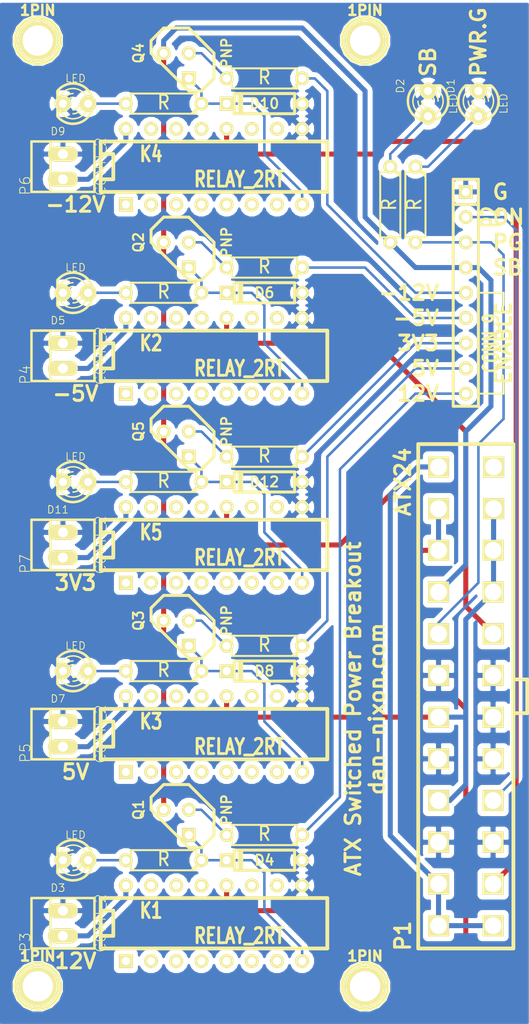
<source format=kicad_pcb>
(kicad_pcb (version 3) (host pcbnew "(2013-mar-13)-testing")

  (general
    (links 89)
    (no_connects 0)
    (area 53.34 58.293 108.678572 161.290001)
    (thickness 1.6)
    (drawings 22)
    (tracks 178)
    (zones 0)
    (modules 45)
    (nets 58)
  )

  (page A4)
  (layers
    (15 F.Cu signal)
    (0 B.Cu signal)
    (16 B.Adhes user)
    (17 F.Adhes user)
    (18 B.Paste user)
    (19 F.Paste user)
    (20 B.SilkS user)
    (21 F.SilkS user)
    (22 B.Mask user)
    (23 F.Mask user)
    (24 Dwgs.User user)
    (25 Cmts.User user)
    (26 Eco1.User user)
    (27 Eco2.User user)
    (28 Edge.Cuts user)
  )

  (setup
    (last_trace_width 0.254)
    (trace_clearance 0.254)
    (zone_clearance 0.508)
    (zone_45_only no)
    (trace_min 0.254)
    (segment_width 0.2)
    (edge_width 0.1)
    (via_size 0.889)
    (via_drill 0.635)
    (via_min_size 0.889)
    (via_min_drill 0.508)
    (uvia_size 0.508)
    (uvia_drill 0.127)
    (uvias_allowed no)
    (uvia_min_size 0.508)
    (uvia_min_drill 0.127)
    (pcb_text_width 0.3)
    (pcb_text_size 1.5 1.5)
    (mod_edge_width 0.15)
    (mod_text_size 1 1)
    (mod_text_width 0.15)
    (pad_size 2.12598 2.12598)
    (pad_drill 1.69926)
    (pad_to_mask_clearance 0)
    (aux_axis_origin 0 0)
    (visible_elements 7FFFFFFF)
    (pcbplotparams
      (layerselection 3178497)
      (usegerberextensions true)
      (excludeedgelayer true)
      (linewidth 0.150000)
      (plotframeref false)
      (viasonmask false)
      (mode 1)
      (useauxorigin false)
      (hpglpennumber 1)
      (hpglpenspeed 20)
      (hpglpendiameter 15)
      (hpglpenoverlay 2)
      (psnegative false)
      (psa4output false)
      (plotreference true)
      (plotvalue true)
      (plotothertext true)
      (plotinvisibletext false)
      (padsonsilk false)
      (subtractmaskfromsilk false)
      (outputformat 1)
      (mirror false)
      (drillshape 1)
      (scaleselection 1)
      (outputdirectory ""))
  )

  (net 0 "")
  (net 1 +12V)
  (net 2 +5V)
  (net 3 -12V)
  (net 4 -5V)
  (net 5 /-12V_EN)
  (net 6 /-12V_OUT)
  (net 7 /-5V_EN)
  (net 8 /-5V_OUT)
  (net 9 /12V_EN)
  (net 10 /12V_OUT)
  (net 11 /3V3_EN)
  (net 12 /3V3_OUT)
  (net 13 /5V_EN)
  (net 14 /5V_OUT)
  (net 15 /5V_SB)
  (net 16 /PWR_GOOD)
  (net 17 /PWR_ON)
  (net 18 3V3)
  (net 19 GND)
  (net 20 N-000001)
  (net 21 N-0000016)
  (net 22 N-0000017)
  (net 23 N-0000019)
  (net 24 N-000002)
  (net 25 N-0000020)
  (net 26 N-0000021)
  (net 27 N-0000023)
  (net 28 N-0000024)
  (net 29 N-0000030)
  (net 30 N-0000031)
  (net 31 N-0000033)
  (net 32 N-0000034)
  (net 33 N-0000036)
  (net 34 N-0000037)
  (net 35 N-0000038)
  (net 36 N-0000039)
  (net 37 N-000004)
  (net 38 N-0000040)
  (net 39 N-0000041)
  (net 40 N-0000042)
  (net 41 N-0000043)
  (net 42 N-0000044)
  (net 43 N-0000046)
  (net 44 N-0000047)
  (net 45 N-0000048)
  (net 46 N-0000049)
  (net 47 N-000005)
  (net 48 N-0000050)
  (net 49 N-0000051)
  (net 50 N-0000052)
  (net 51 N-0000053)
  (net 52 N-0000054)
  (net 53 N-0000055)
  (net 54 N-0000056)
  (net 55 N-0000057)
  (net 56 N-000006)
  (net 57 N-000008)

  (net_class Default "This is the default net class."
    (clearance 0.254)
    (trace_width 0.254)
    (via_dia 0.889)
    (via_drill 0.635)
    (uvia_dia 0.508)
    (uvia_drill 0.127)
    (add_net "")
    (add_net /-12V_EN)
    (add_net /-5V_EN)
    (add_net /12V_EN)
    (add_net /3V3_EN)
    (add_net /5V_EN)
    (add_net /PWR_GOOD)
    (add_net /PWR_ON)
    (add_net N-000001)
    (add_net N-0000016)
    (add_net N-0000017)
    (add_net N-0000019)
    (add_net N-000002)
    (add_net N-0000020)
    (add_net N-0000021)
    (add_net N-0000023)
    (add_net N-0000024)
    (add_net N-0000030)
    (add_net N-0000031)
    (add_net N-0000033)
    (add_net N-0000034)
    (add_net N-0000036)
    (add_net N-0000037)
    (add_net N-0000038)
    (add_net N-0000039)
    (add_net N-000004)
    (add_net N-0000040)
    (add_net N-0000041)
    (add_net N-0000042)
    (add_net N-0000043)
    (add_net N-0000044)
    (add_net N-0000046)
    (add_net N-0000047)
    (add_net N-0000048)
    (add_net N-0000049)
    (add_net N-000005)
    (add_net N-0000050)
    (add_net N-0000051)
    (add_net N-0000052)
    (add_net N-0000053)
    (add_net N-0000054)
    (add_net N-0000055)
    (add_net N-0000056)
    (add_net N-0000057)
    (add_net N-000006)
    (add_net N-000008)
  )

  (net_class Power ""
    (clearance 0.254)
    (trace_width 0.508)
    (via_dia 0.889)
    (via_drill 0.635)
    (uvia_dia 0.508)
    (uvia_drill 0.127)
    (add_net +12V)
    (add_net +5V)
    (add_net -12V)
    (add_net -5V)
    (add_net /-12V_OUT)
    (add_net /-5V_OUT)
    (add_net /12V_OUT)
    (add_net /3V3_OUT)
    (add_net /5V_OUT)
    (add_net /5V_SB)
    (add_net 3V3)
    (add_net GND)
  )

  (module ATX24 (layer F.Cu) (tedit 5373700C) (tstamp 537373C9)
    (at 100.33 128.27 90)
    (path /5373755B)
    (fp_text reference P1 (at -24.13 -6.35 90) (layer F.SilkS)
      (effects (font (thickness 0.3048)))
    )
    (fp_text value ATX24 (at 21.59 -6.35 90) (layer F.SilkS)
      (effects (font (thickness 0.3048)))
    )
    (fp_line (start 21.65 4.8) (end 25.4 4.8) (layer F.SilkS) (width 0.381))
    (fp_line (start 25.4 4.8) (end 25.4 -4.8) (layer F.SilkS) (width 0.381))
    (fp_line (start -21.6 -4.8) (end -25.4 -4.8) (layer F.SilkS) (width 0.381))
    (fp_line (start -25.4 -4.8) (end -25.4 4.8) (layer F.SilkS) (width 0.381))
    (fp_line (start -21.6 4.8) (end -25.4 4.8) (layer F.SilkS) (width 0.381))
    (fp_line (start 21.65 -4.8) (end 25.4 -4.8) (layer F.SilkS) (width 0.381))
    (fp_line (start 1.69926 4.8006) (end 1.69926 6.20014) (layer F.SilkS) (width 0.381))
    (fp_line (start 1.69926 6.20014) (end -1.69926 6.20014) (layer F.SilkS) (width 0.381))
    (fp_line (start -1.69926 6.20014) (end -1.69926 4.8006) (layer F.SilkS) (width 0.381))
    (fp_line (start 0 -4.8006) (end 21.60016 -4.8006) (layer F.SilkS) (width 0.381))
    (fp_line (start 21.60016 4.8006) (end -21.60016 4.8006) (layer F.SilkS) (width 0.381))
    (fp_line (start -21.60016 -4.8006) (end 0 -4.8006) (layer F.SilkS) (width 0.381))
    (pad 1 thru_hole rect (at -23.10014 -2.75082 270) (size 2.12598 2.12598) (drill 1.69926)
      (layers *.Cu *.Mask F.SilkS)
      (net 18 3V3)
    )
    (pad 2 thru_hole rect (at -23.10014 2.75082 270) (size 2.12598 2.12598) (drill 1.69926)
      (layers *.Cu *.Mask F.SilkS)
      (net 18 3V3)
    )
    (pad 3 thru_hole rect (at -18.89898 -2.75082 270) (size 2.12598 2.12598) (drill 1.69926)
      (layers *.Cu *.Mask F.SilkS)
      (net 18 3V3)
    )
    (pad 4 thru_hole rect (at -18.89898 2.75082 270) (size 2.12598 2.12598) (drill 1.69926)
      (layers *.Cu *.Mask F.SilkS)
      (net 3 -12V)
    )
    (pad 5 thru_hole rect (at -14.70036 -2.75082 270) (size 2.12598 2.12598) (drill 1.69926)
      (layers *.Cu *.Mask F.SilkS)
      (net 19 GND)
    )
    (pad 6 thru_hole rect (at -14.70036 2.75082 270) (size 2.12598 2.12598) (drill 1.69926)
      (layers *.Cu *.Mask F.SilkS)
      (net 19 GND)
    )
    (pad 7 thru_hole rect (at -10.4992 -2.75082 270) (size 2.12598 2.12598) (drill 1.69926)
      (layers *.Cu *.Mask F.SilkS)
      (net 2 +5V)
    )
    (pad 8 thru_hole rect (at -10.4992 2.75082 270) (size 2.12598 2.12598) (drill 1.69926)
      (layers *.Cu *.Mask F.SilkS)
      (net 17 /PWR_ON)
    )
    (pad 9 thru_hole rect (at -6.30058 -2.75082 270) (size 2.12598 2.12598) (drill 1.69926)
      (layers *.Cu *.Mask F.SilkS)
      (net 19 GND)
    )
    (pad 10 thru_hole rect (at -6.30058 2.75082 270) (size 2.12598 2.12598) (drill 1.69926)
      (layers *.Cu *.Mask F.SilkS)
      (net 19 GND)
    )
    (pad 11 thru_hole rect (at -2.09942 -2.75082 270) (size 2.12598 2.12598) (drill 1.69926)
      (layers *.Cu *.Mask F.SilkS)
      (net 2 +5V)
    )
    (pad 12 thru_hole rect (at -2.09942 2.75082 270) (size 2.12598 2.12598) (drill 1.69926)
      (layers *.Cu *.Mask F.SilkS)
      (net 19 GND)
    )
    (pad 13 thru_hole rect (at 2.0992 -2.75082 270) (size 2.12598 2.12598) (drill 1.69926)
      (layers *.Cu *.Mask F.SilkS)
      (net 19 GND)
    )
    (pad 14 thru_hole rect (at 2.0992 2.75082 270) (size 2.12598 2.12598) (drill 1.69926)
      (layers *.Cu *.Mask F.SilkS)
      (net 19 GND)
    )
    (pad 15 thru_hole rect (at 6.30036 -2.75082 270) (size 2.12598 2.12598) (drill 1.69926)
      (layers *.Cu *.Mask F.SilkS)
      (net 16 /PWR_GOOD)
    )
    (pad 16 thru_hole rect (at 6.30036 2.75082 270) (size 2.12598 2.12598) (drill 1.69926)
      (layers *.Cu *.Mask F.SilkS)
      (net 4 -5V)
    )
    (pad 17 thru_hole rect (at 10.49898 -2.75082 270) (size 2.12598 2.12598) (drill 1.69926)
      (layers *.Cu *.Mask F.SilkS)
      (net 15 /5V_SB)
    )
    (pad 18 thru_hole rect (at 10.49898 2.75082 270) (size 2.12598 2.12598) (drill 1.69926)
      (layers *.Cu *.Mask F.SilkS)
      (net 2 +5V)
    )
    (pad 19 thru_hole rect (at 14.70014 -2.75082 270) (size 2.12598 2.12598) (drill 1.69926)
      (layers *.Cu *.Mask F.SilkS)
      (net 1 +12V)
    )
    (pad 20 thru_hole rect (at 14.70014 2.75082 270) (size 2.12598 2.12598) (drill 1.69926)
      (layers *.Cu *.Mask F.SilkS)
      (net 2 +5V)
    )
    (pad 22 thru_hole rect (at 18.9 2.8 270) (size 2.12598 2.12598) (drill 1.69926)
      (layers *.Cu *.Mask F.SilkS)
      (net 2 +5V)
    )
    (pad 24 thru_hole rect (at 23.1 2.8 270) (size 2.12598 2.12598) (drill 1.69926)
      (layers *.Cu *.Mask F.SilkS)
      (net 28 N-0000024)
    )
    (pad 23 thru_hole rect (at 23.1 -2.75 270) (size 2.12598 2.12598) (drill 1.69926)
      (layers *.Cu *.Mask F.SilkS)
      (net 18 3V3)
    )
    (pad 21 thru_hole rect (at 18.9 -2.75 270) (size 2.12598 2.12598) (drill 1.69926)
      (layers *.Cu *.Mask F.SilkS)
      (net 1 +12V)
    )
  )

  (module LED-3MM (layer F.Cu) (tedit 50ADE848) (tstamp 5381E63E)
    (at 101.6 68.58 90)
    (descr "LED 3mm - Lead pitch 100mil (2,54mm)")
    (tags "LED led 3mm 3MM 100mil 2,54mm")
    (path /537C83D4)
    (fp_text reference D1 (at 1.778 -2.794 90) (layer F.SilkS)
      (effects (font (size 0.762 0.762) (thickness 0.0889)))
    )
    (fp_text value LED (at 0 2.54 90) (layer F.SilkS)
      (effects (font (size 0.762 0.762) (thickness 0.0889)))
    )
    (fp_line (start 1.8288 1.27) (end 1.8288 -1.27) (layer F.SilkS) (width 0.254))
    (fp_arc (start 0.254 0) (end -1.27 0) (angle 39.8) (layer F.SilkS) (width 0.1524))
    (fp_arc (start 0.254 0) (end -0.88392 1.01092) (angle 41.6) (layer F.SilkS) (width 0.1524))
    (fp_arc (start 0.254 0) (end 1.4097 -0.9906) (angle 40.6) (layer F.SilkS) (width 0.1524))
    (fp_arc (start 0.254 0) (end 1.778 0) (angle 39.8) (layer F.SilkS) (width 0.1524))
    (fp_arc (start 0.254 0) (end 0.254 -1.524) (angle 54.4) (layer F.SilkS) (width 0.1524))
    (fp_arc (start 0.254 0) (end -0.9652 -0.9144) (angle 53.1) (layer F.SilkS) (width 0.1524))
    (fp_arc (start 0.254 0) (end 1.45542 0.93472) (angle 52.1) (layer F.SilkS) (width 0.1524))
    (fp_arc (start 0.254 0) (end 0.254 1.524) (angle 52.1) (layer F.SilkS) (width 0.1524))
    (fp_arc (start 0.254 0) (end -0.381 0) (angle 90) (layer F.SilkS) (width 0.1524))
    (fp_arc (start 0.254 0) (end -0.762 0) (angle 90) (layer F.SilkS) (width 0.1524))
    (fp_arc (start 0.254 0) (end 0.889 0) (angle 90) (layer F.SilkS) (width 0.1524))
    (fp_arc (start 0.254 0) (end 1.27 0) (angle 90) (layer F.SilkS) (width 0.1524))
    (fp_arc (start 0.254 0) (end 0.254 -2.032) (angle 50.1) (layer F.SilkS) (width 0.254))
    (fp_arc (start 0.254 0) (end -1.5367 -0.95504) (angle 61.9) (layer F.SilkS) (width 0.254))
    (fp_arc (start 0.254 0) (end 1.8034 1.31064) (angle 49.7) (layer F.SilkS) (width 0.254))
    (fp_arc (start 0.254 0) (end 0.254 2.032) (angle 60.2) (layer F.SilkS) (width 0.254))
    (fp_arc (start 0.254 0) (end -1.778 0) (angle 28.3) (layer F.SilkS) (width 0.254))
    (fp_arc (start 0.254 0) (end -1.47574 1.06426) (angle 31.6) (layer F.SilkS) (width 0.254))
    (pad 1 thru_hole circle (at -1.27 0 90) (size 1.6764 1.6764) (drill 0.8128)
      (layers *.Cu *.Mask F.SilkS)
      (net 22 N-0000017)
    )
    (pad 2 thru_hole circle (at 1.27 0 90) (size 1.6764 1.6764) (drill 0.8128)
      (layers *.Cu *.Mask F.SilkS)
      (net 19 GND)
    )
    (model discret/leds/led3_vertical_verde.wrl
      (at (xyz 0 0 0))
      (scale (xyz 1 1 1))
      (rotate (xyz 0 0 0))
    )
  )

  (module LED-3MM (layer F.Cu) (tedit 50ADE848) (tstamp 5381E657)
    (at 96.52 68.58 90)
    (descr "LED 3mm - Lead pitch 100mil (2,54mm)")
    (tags "LED led 3mm 3MM 100mil 2,54mm")
    (path /537C8581)
    (fp_text reference D2 (at 1.778 -2.794 90) (layer F.SilkS)
      (effects (font (size 0.762 0.762) (thickness 0.0889)))
    )
    (fp_text value LED (at 0 2.54 90) (layer F.SilkS)
      (effects (font (size 0.762 0.762) (thickness 0.0889)))
    )
    (fp_line (start 1.8288 1.27) (end 1.8288 -1.27) (layer F.SilkS) (width 0.254))
    (fp_arc (start 0.254 0) (end -1.27 0) (angle 39.8) (layer F.SilkS) (width 0.1524))
    (fp_arc (start 0.254 0) (end -0.88392 1.01092) (angle 41.6) (layer F.SilkS) (width 0.1524))
    (fp_arc (start 0.254 0) (end 1.4097 -0.9906) (angle 40.6) (layer F.SilkS) (width 0.1524))
    (fp_arc (start 0.254 0) (end 1.778 0) (angle 39.8) (layer F.SilkS) (width 0.1524))
    (fp_arc (start 0.254 0) (end 0.254 -1.524) (angle 54.4) (layer F.SilkS) (width 0.1524))
    (fp_arc (start 0.254 0) (end -0.9652 -0.9144) (angle 53.1) (layer F.SilkS) (width 0.1524))
    (fp_arc (start 0.254 0) (end 1.45542 0.93472) (angle 52.1) (layer F.SilkS) (width 0.1524))
    (fp_arc (start 0.254 0) (end 0.254 1.524) (angle 52.1) (layer F.SilkS) (width 0.1524))
    (fp_arc (start 0.254 0) (end -0.381 0) (angle 90) (layer F.SilkS) (width 0.1524))
    (fp_arc (start 0.254 0) (end -0.762 0) (angle 90) (layer F.SilkS) (width 0.1524))
    (fp_arc (start 0.254 0) (end 0.889 0) (angle 90) (layer F.SilkS) (width 0.1524))
    (fp_arc (start 0.254 0) (end 1.27 0) (angle 90) (layer F.SilkS) (width 0.1524))
    (fp_arc (start 0.254 0) (end 0.254 -2.032) (angle 50.1) (layer F.SilkS) (width 0.254))
    (fp_arc (start 0.254 0) (end -1.5367 -0.95504) (angle 61.9) (layer F.SilkS) (width 0.254))
    (fp_arc (start 0.254 0) (end 1.8034 1.31064) (angle 49.7) (layer F.SilkS) (width 0.254))
    (fp_arc (start 0.254 0) (end 0.254 2.032) (angle 60.2) (layer F.SilkS) (width 0.254))
    (fp_arc (start 0.254 0) (end -1.778 0) (angle 28.3) (layer F.SilkS) (width 0.254))
    (fp_arc (start 0.254 0) (end -1.47574 1.06426) (angle 31.6) (layer F.SilkS) (width 0.254))
    (pad 1 thru_hole circle (at -1.27 0 90) (size 1.6764 1.6764) (drill 0.8128)
      (layers *.Cu *.Mask F.SilkS)
      (net 21 N-0000016)
    )
    (pad 2 thru_hole circle (at 1.27 0 90) (size 1.6764 1.6764) (drill 0.8128)
      (layers *.Cu *.Mask F.SilkS)
      (net 19 GND)
    )
    (model discret/leds/led3_vertical_verde.wrl
      (at (xyz 0 0 0))
      (scale (xyz 1 1 1))
      (rotate (xyz 0 0 0))
    )
  )

  (module LED-3MM (layer F.Cu) (tedit 50ADE848) (tstamp 5381E670)
    (at 60.96 144.78 180)
    (descr "LED 3mm - Lead pitch 100mil (2,54mm)")
    (tags "LED led 3mm 3MM 100mil 2,54mm")
    (path /5381E6C7)
    (fp_text reference D3 (at 1.778 -2.794 180) (layer F.SilkS)
      (effects (font (size 0.762 0.762) (thickness 0.0889)))
    )
    (fp_text value LED (at 0 2.54 180) (layer F.SilkS)
      (effects (font (size 0.762 0.762) (thickness 0.0889)))
    )
    (fp_line (start 1.8288 1.27) (end 1.8288 -1.27) (layer F.SilkS) (width 0.254))
    (fp_arc (start 0.254 0) (end -1.27 0) (angle 39.8) (layer F.SilkS) (width 0.1524))
    (fp_arc (start 0.254 0) (end -0.88392 1.01092) (angle 41.6) (layer F.SilkS) (width 0.1524))
    (fp_arc (start 0.254 0) (end 1.4097 -0.9906) (angle 40.6) (layer F.SilkS) (width 0.1524))
    (fp_arc (start 0.254 0) (end 1.778 0) (angle 39.8) (layer F.SilkS) (width 0.1524))
    (fp_arc (start 0.254 0) (end 0.254 -1.524) (angle 54.4) (layer F.SilkS) (width 0.1524))
    (fp_arc (start 0.254 0) (end -0.9652 -0.9144) (angle 53.1) (layer F.SilkS) (width 0.1524))
    (fp_arc (start 0.254 0) (end 1.45542 0.93472) (angle 52.1) (layer F.SilkS) (width 0.1524))
    (fp_arc (start 0.254 0) (end 0.254 1.524) (angle 52.1) (layer F.SilkS) (width 0.1524))
    (fp_arc (start 0.254 0) (end -0.381 0) (angle 90) (layer F.SilkS) (width 0.1524))
    (fp_arc (start 0.254 0) (end -0.762 0) (angle 90) (layer F.SilkS) (width 0.1524))
    (fp_arc (start 0.254 0) (end 0.889 0) (angle 90) (layer F.SilkS) (width 0.1524))
    (fp_arc (start 0.254 0) (end 1.27 0) (angle 90) (layer F.SilkS) (width 0.1524))
    (fp_arc (start 0.254 0) (end 0.254 -2.032) (angle 50.1) (layer F.SilkS) (width 0.254))
    (fp_arc (start 0.254 0) (end -1.5367 -0.95504) (angle 61.9) (layer F.SilkS) (width 0.254))
    (fp_arc (start 0.254 0) (end 1.8034 1.31064) (angle 49.7) (layer F.SilkS) (width 0.254))
    (fp_arc (start 0.254 0) (end 0.254 2.032) (angle 60.2) (layer F.SilkS) (width 0.254))
    (fp_arc (start 0.254 0) (end -1.778 0) (angle 28.3) (layer F.SilkS) (width 0.254))
    (fp_arc (start 0.254 0) (end -1.47574 1.06426) (angle 31.6) (layer F.SilkS) (width 0.254))
    (pad 1 thru_hole circle (at -1.27 0 180) (size 1.6764 1.6764) (drill 0.8128)
      (layers *.Cu *.Mask F.SilkS)
      (net 20 N-000001)
    )
    (pad 2 thru_hole circle (at 1.27 0 180) (size 1.6764 1.6764) (drill 0.8128)
      (layers *.Cu *.Mask F.SilkS)
      (net 19 GND)
    )
    (model discret/leds/led3_vertical_verde.wrl
      (at (xyz 0 0 0))
      (scale (xyz 1 1 1))
      (rotate (xyz 0 0 0))
    )
  )

  (module D3 (layer F.Cu) (tedit 200000) (tstamp 5381E680)
    (at 80.01 144.78 180)
    (descr "Diode 3 pas")
    (tags "DIODE DEV")
    (path /5381E6E1)
    (fp_text reference D4 (at 0 0 180) (layer F.SilkS)
      (effects (font (size 1.016 1.016) (thickness 0.2032)))
    )
    (fp_text value DIODE (at 0 0 180) (layer F.SilkS) hide
      (effects (font (size 1.016 1.016) (thickness 0.2032)))
    )
    (fp_line (start 3.81 0) (end 3.048 0) (layer F.SilkS) (width 0.3048))
    (fp_line (start 3.048 0) (end 3.048 -1.016) (layer F.SilkS) (width 0.3048))
    (fp_line (start 3.048 -1.016) (end -3.048 -1.016) (layer F.SilkS) (width 0.3048))
    (fp_line (start -3.048 -1.016) (end -3.048 0) (layer F.SilkS) (width 0.3048))
    (fp_line (start -3.048 0) (end -3.81 0) (layer F.SilkS) (width 0.3048))
    (fp_line (start -3.048 0) (end -3.048 1.016) (layer F.SilkS) (width 0.3048))
    (fp_line (start -3.048 1.016) (end 3.048 1.016) (layer F.SilkS) (width 0.3048))
    (fp_line (start 3.048 1.016) (end 3.048 0) (layer F.SilkS) (width 0.3048))
    (fp_line (start 2.54 -1.016) (end 2.54 1.016) (layer F.SilkS) (width 0.3048))
    (fp_line (start 2.286 1.016) (end 2.286 -1.016) (layer F.SilkS) (width 0.3048))
    (pad 2 thru_hole rect (at 3.81 0 180) (size 1.397 1.397) (drill 0.8128)
      (layers *.Cu *.Mask F.SilkS)
      (net 57 N-000008)
    )
    (pad 1 thru_hole circle (at -3.81 0 180) (size 1.397 1.397) (drill 0.8128)
      (layers *.Cu *.Mask F.SilkS)
      (net 19 GND)
    )
    (model discret/diode.wrl
      (at (xyz 0 0 0))
      (scale (xyz 0.3 0.3 0.3))
      (rotate (xyz 0 0 0))
    )
  )

  (module LED-3MM (layer F.Cu) (tedit 50ADE848) (tstamp 5381E699)
    (at 60.96 87.63 180)
    (descr "LED 3mm - Lead pitch 100mil (2,54mm)")
    (tags "LED led 3mm 3MM 100mil 2,54mm")
    (path /5381E733)
    (fp_text reference D5 (at 1.778 -2.794 180) (layer F.SilkS)
      (effects (font (size 0.762 0.762) (thickness 0.0889)))
    )
    (fp_text value LED (at 0 2.54 180) (layer F.SilkS)
      (effects (font (size 0.762 0.762) (thickness 0.0889)))
    )
    (fp_line (start 1.8288 1.27) (end 1.8288 -1.27) (layer F.SilkS) (width 0.254))
    (fp_arc (start 0.254 0) (end -1.27 0) (angle 39.8) (layer F.SilkS) (width 0.1524))
    (fp_arc (start 0.254 0) (end -0.88392 1.01092) (angle 41.6) (layer F.SilkS) (width 0.1524))
    (fp_arc (start 0.254 0) (end 1.4097 -0.9906) (angle 40.6) (layer F.SilkS) (width 0.1524))
    (fp_arc (start 0.254 0) (end 1.778 0) (angle 39.8) (layer F.SilkS) (width 0.1524))
    (fp_arc (start 0.254 0) (end 0.254 -1.524) (angle 54.4) (layer F.SilkS) (width 0.1524))
    (fp_arc (start 0.254 0) (end -0.9652 -0.9144) (angle 53.1) (layer F.SilkS) (width 0.1524))
    (fp_arc (start 0.254 0) (end 1.45542 0.93472) (angle 52.1) (layer F.SilkS) (width 0.1524))
    (fp_arc (start 0.254 0) (end 0.254 1.524) (angle 52.1) (layer F.SilkS) (width 0.1524))
    (fp_arc (start 0.254 0) (end -0.381 0) (angle 90) (layer F.SilkS) (width 0.1524))
    (fp_arc (start 0.254 0) (end -0.762 0) (angle 90) (layer F.SilkS) (width 0.1524))
    (fp_arc (start 0.254 0) (end 0.889 0) (angle 90) (layer F.SilkS) (width 0.1524))
    (fp_arc (start 0.254 0) (end 1.27 0) (angle 90) (layer F.SilkS) (width 0.1524))
    (fp_arc (start 0.254 0) (end 0.254 -2.032) (angle 50.1) (layer F.SilkS) (width 0.254))
    (fp_arc (start 0.254 0) (end -1.5367 -0.95504) (angle 61.9) (layer F.SilkS) (width 0.254))
    (fp_arc (start 0.254 0) (end 1.8034 1.31064) (angle 49.7) (layer F.SilkS) (width 0.254))
    (fp_arc (start 0.254 0) (end 0.254 2.032) (angle 60.2) (layer F.SilkS) (width 0.254))
    (fp_arc (start 0.254 0) (end -1.778 0) (angle 28.3) (layer F.SilkS) (width 0.254))
    (fp_arc (start 0.254 0) (end -1.47574 1.06426) (angle 31.6) (layer F.SilkS) (width 0.254))
    (pad 1 thru_hole circle (at -1.27 0 180) (size 1.6764 1.6764) (drill 0.8128)
      (layers *.Cu *.Mask F.SilkS)
      (net 33 N-0000036)
    )
    (pad 2 thru_hole circle (at 1.27 0 180) (size 1.6764 1.6764) (drill 0.8128)
      (layers *.Cu *.Mask F.SilkS)
      (net 19 GND)
    )
    (model discret/leds/led3_vertical_verde.wrl
      (at (xyz 0 0 0))
      (scale (xyz 1 1 1))
      (rotate (xyz 0 0 0))
    )
  )

  (module D3 (layer F.Cu) (tedit 200000) (tstamp 5381E6A9)
    (at 80.01 87.63 180)
    (descr "Diode 3 pas")
    (tags "DIODE DEV")
    (path /5381E74D)
    (fp_text reference D6 (at 0 0 180) (layer F.SilkS)
      (effects (font (size 1.016 1.016) (thickness 0.2032)))
    )
    (fp_text value DIODE (at 0 0 180) (layer F.SilkS) hide
      (effects (font (size 1.016 1.016) (thickness 0.2032)))
    )
    (fp_line (start 3.81 0) (end 3.048 0) (layer F.SilkS) (width 0.3048))
    (fp_line (start 3.048 0) (end 3.048 -1.016) (layer F.SilkS) (width 0.3048))
    (fp_line (start 3.048 -1.016) (end -3.048 -1.016) (layer F.SilkS) (width 0.3048))
    (fp_line (start -3.048 -1.016) (end -3.048 0) (layer F.SilkS) (width 0.3048))
    (fp_line (start -3.048 0) (end -3.81 0) (layer F.SilkS) (width 0.3048))
    (fp_line (start -3.048 0) (end -3.048 1.016) (layer F.SilkS) (width 0.3048))
    (fp_line (start -3.048 1.016) (end 3.048 1.016) (layer F.SilkS) (width 0.3048))
    (fp_line (start 3.048 1.016) (end 3.048 0) (layer F.SilkS) (width 0.3048))
    (fp_line (start 2.54 -1.016) (end 2.54 1.016) (layer F.SilkS) (width 0.3048))
    (fp_line (start 2.286 1.016) (end 2.286 -1.016) (layer F.SilkS) (width 0.3048))
    (pad 2 thru_hole rect (at 3.81 0 180) (size 1.397 1.397) (drill 0.8128)
      (layers *.Cu *.Mask F.SilkS)
      (net 27 N-0000023)
    )
    (pad 1 thru_hole circle (at -3.81 0 180) (size 1.397 1.397) (drill 0.8128)
      (layers *.Cu *.Mask F.SilkS)
      (net 19 GND)
    )
    (model discret/diode.wrl
      (at (xyz 0 0 0))
      (scale (xyz 0.3 0.3 0.3))
      (rotate (xyz 0 0 0))
    )
  )

  (module LED-3MM (layer F.Cu) (tedit 50ADE848) (tstamp 5381E6C2)
    (at 60.96 125.73 180)
    (descr "LED 3mm - Lead pitch 100mil (2,54mm)")
    (tags "LED led 3mm 3MM 100mil 2,54mm")
    (path /537C8D11)
    (fp_text reference D7 (at 1.778 -2.794 180) (layer F.SilkS)
      (effects (font (size 0.762 0.762) (thickness 0.0889)))
    )
    (fp_text value LED (at 0 2.54 180) (layer F.SilkS)
      (effects (font (size 0.762 0.762) (thickness 0.0889)))
    )
    (fp_line (start 1.8288 1.27) (end 1.8288 -1.27) (layer F.SilkS) (width 0.254))
    (fp_arc (start 0.254 0) (end -1.27 0) (angle 39.8) (layer F.SilkS) (width 0.1524))
    (fp_arc (start 0.254 0) (end -0.88392 1.01092) (angle 41.6) (layer F.SilkS) (width 0.1524))
    (fp_arc (start 0.254 0) (end 1.4097 -0.9906) (angle 40.6) (layer F.SilkS) (width 0.1524))
    (fp_arc (start 0.254 0) (end 1.778 0) (angle 39.8) (layer F.SilkS) (width 0.1524))
    (fp_arc (start 0.254 0) (end 0.254 -1.524) (angle 54.4) (layer F.SilkS) (width 0.1524))
    (fp_arc (start 0.254 0) (end -0.9652 -0.9144) (angle 53.1) (layer F.SilkS) (width 0.1524))
    (fp_arc (start 0.254 0) (end 1.45542 0.93472) (angle 52.1) (layer F.SilkS) (width 0.1524))
    (fp_arc (start 0.254 0) (end 0.254 1.524) (angle 52.1) (layer F.SilkS) (width 0.1524))
    (fp_arc (start 0.254 0) (end -0.381 0) (angle 90) (layer F.SilkS) (width 0.1524))
    (fp_arc (start 0.254 0) (end -0.762 0) (angle 90) (layer F.SilkS) (width 0.1524))
    (fp_arc (start 0.254 0) (end 0.889 0) (angle 90) (layer F.SilkS) (width 0.1524))
    (fp_arc (start 0.254 0) (end 1.27 0) (angle 90) (layer F.SilkS) (width 0.1524))
    (fp_arc (start 0.254 0) (end 0.254 -2.032) (angle 50.1) (layer F.SilkS) (width 0.254))
    (fp_arc (start 0.254 0) (end -1.5367 -0.95504) (angle 61.9) (layer F.SilkS) (width 0.254))
    (fp_arc (start 0.254 0) (end 1.8034 1.31064) (angle 49.7) (layer F.SilkS) (width 0.254))
    (fp_arc (start 0.254 0) (end 0.254 2.032) (angle 60.2) (layer F.SilkS) (width 0.254))
    (fp_arc (start 0.254 0) (end -1.778 0) (angle 28.3) (layer F.SilkS) (width 0.254))
    (fp_arc (start 0.254 0) (end -1.47574 1.06426) (angle 31.6) (layer F.SilkS) (width 0.254))
    (pad 1 thru_hole circle (at -1.27 0 180) (size 1.6764 1.6764) (drill 0.8128)
      (layers *.Cu *.Mask F.SilkS)
      (net 56 N-000006)
    )
    (pad 2 thru_hole circle (at 1.27 0 180) (size 1.6764 1.6764) (drill 0.8128)
      (layers *.Cu *.Mask F.SilkS)
      (net 19 GND)
    )
    (model discret/leds/led3_vertical_verde.wrl
      (at (xyz 0 0 0))
      (scale (xyz 1 1 1))
      (rotate (xyz 0 0 0))
    )
  )

  (module D3 (layer F.Cu) (tedit 200000) (tstamp 5381E6D2)
    (at 80.01 125.73 180)
    (descr "Diode 3 pas")
    (tags "DIODE DEV")
    (path /5381C94C)
    (fp_text reference D8 (at 0 0 180) (layer F.SilkS)
      (effects (font (size 1.016 1.016) (thickness 0.2032)))
    )
    (fp_text value DIODE (at 0 0 180) (layer F.SilkS) hide
      (effects (font (size 1.016 1.016) (thickness 0.2032)))
    )
    (fp_line (start 3.81 0) (end 3.048 0) (layer F.SilkS) (width 0.3048))
    (fp_line (start 3.048 0) (end 3.048 -1.016) (layer F.SilkS) (width 0.3048))
    (fp_line (start 3.048 -1.016) (end -3.048 -1.016) (layer F.SilkS) (width 0.3048))
    (fp_line (start -3.048 -1.016) (end -3.048 0) (layer F.SilkS) (width 0.3048))
    (fp_line (start -3.048 0) (end -3.81 0) (layer F.SilkS) (width 0.3048))
    (fp_line (start -3.048 0) (end -3.048 1.016) (layer F.SilkS) (width 0.3048))
    (fp_line (start -3.048 1.016) (end 3.048 1.016) (layer F.SilkS) (width 0.3048))
    (fp_line (start 3.048 1.016) (end 3.048 0) (layer F.SilkS) (width 0.3048))
    (fp_line (start 2.54 -1.016) (end 2.54 1.016) (layer F.SilkS) (width 0.3048))
    (fp_line (start 2.286 1.016) (end 2.286 -1.016) (layer F.SilkS) (width 0.3048))
    (pad 2 thru_hole rect (at 3.81 0 180) (size 1.397 1.397) (drill 0.8128)
      (layers *.Cu *.Mask F.SilkS)
      (net 37 N-000004)
    )
    (pad 1 thru_hole circle (at -3.81 0 180) (size 1.397 1.397) (drill 0.8128)
      (layers *.Cu *.Mask F.SilkS)
      (net 19 GND)
    )
    (model discret/diode.wrl
      (at (xyz 0 0 0))
      (scale (xyz 0.3 0.3 0.3))
      (rotate (xyz 0 0 0))
    )
  )

  (module LED-3MM (layer F.Cu) (tedit 50ADE848) (tstamp 5381E6EB)
    (at 60.96 68.58 180)
    (descr "LED 3mm - Lead pitch 100mil (2,54mm)")
    (tags "LED led 3mm 3MM 100mil 2,54mm")
    (path /5381E769)
    (fp_text reference D9 (at 1.778 -2.794 180) (layer F.SilkS)
      (effects (font (size 0.762 0.762) (thickness 0.0889)))
    )
    (fp_text value LED (at 0 2.54 180) (layer F.SilkS)
      (effects (font (size 0.762 0.762) (thickness 0.0889)))
    )
    (fp_line (start 1.8288 1.27) (end 1.8288 -1.27) (layer F.SilkS) (width 0.254))
    (fp_arc (start 0.254 0) (end -1.27 0) (angle 39.8) (layer F.SilkS) (width 0.1524))
    (fp_arc (start 0.254 0) (end -0.88392 1.01092) (angle 41.6) (layer F.SilkS) (width 0.1524))
    (fp_arc (start 0.254 0) (end 1.4097 -0.9906) (angle 40.6) (layer F.SilkS) (width 0.1524))
    (fp_arc (start 0.254 0) (end 1.778 0) (angle 39.8) (layer F.SilkS) (width 0.1524))
    (fp_arc (start 0.254 0) (end 0.254 -1.524) (angle 54.4) (layer F.SilkS) (width 0.1524))
    (fp_arc (start 0.254 0) (end -0.9652 -0.9144) (angle 53.1) (layer F.SilkS) (width 0.1524))
    (fp_arc (start 0.254 0) (end 1.45542 0.93472) (angle 52.1) (layer F.SilkS) (width 0.1524))
    (fp_arc (start 0.254 0) (end 0.254 1.524) (angle 52.1) (layer F.SilkS) (width 0.1524))
    (fp_arc (start 0.254 0) (end -0.381 0) (angle 90) (layer F.SilkS) (width 0.1524))
    (fp_arc (start 0.254 0) (end -0.762 0) (angle 90) (layer F.SilkS) (width 0.1524))
    (fp_arc (start 0.254 0) (end 0.889 0) (angle 90) (layer F.SilkS) (width 0.1524))
    (fp_arc (start 0.254 0) (end 1.27 0) (angle 90) (layer F.SilkS) (width 0.1524))
    (fp_arc (start 0.254 0) (end 0.254 -2.032) (angle 50.1) (layer F.SilkS) (width 0.254))
    (fp_arc (start 0.254 0) (end -1.5367 -0.95504) (angle 61.9) (layer F.SilkS) (width 0.254))
    (fp_arc (start 0.254 0) (end 1.8034 1.31064) (angle 49.7) (layer F.SilkS) (width 0.254))
    (fp_arc (start 0.254 0) (end 0.254 2.032) (angle 60.2) (layer F.SilkS) (width 0.254))
    (fp_arc (start 0.254 0) (end -1.778 0) (angle 28.3) (layer F.SilkS) (width 0.254))
    (fp_arc (start 0.254 0) (end -1.47574 1.06426) (angle 31.6) (layer F.SilkS) (width 0.254))
    (pad 1 thru_hole circle (at -1.27 0 180) (size 1.6764 1.6764) (drill 0.8128)
      (layers *.Cu *.Mask F.SilkS)
      (net 25 N-0000020)
    )
    (pad 2 thru_hole circle (at 1.27 0 180) (size 1.6764 1.6764) (drill 0.8128)
      (layers *.Cu *.Mask F.SilkS)
      (net 19 GND)
    )
    (model discret/leds/led3_vertical_verde.wrl
      (at (xyz 0 0 0))
      (scale (xyz 1 1 1))
      (rotate (xyz 0 0 0))
    )
  )

  (module D3 (layer F.Cu) (tedit 200000) (tstamp 5381E6FB)
    (at 80.01 68.58 180)
    (descr "Diode 3 pas")
    (tags "DIODE DEV")
    (path /5381E783)
    (fp_text reference D10 (at 0 0 180) (layer F.SilkS)
      (effects (font (size 1.016 1.016) (thickness 0.2032)))
    )
    (fp_text value DIODE (at 0 0 180) (layer F.SilkS) hide
      (effects (font (size 1.016 1.016) (thickness 0.2032)))
    )
    (fp_line (start 3.81 0) (end 3.048 0) (layer F.SilkS) (width 0.3048))
    (fp_line (start 3.048 0) (end 3.048 -1.016) (layer F.SilkS) (width 0.3048))
    (fp_line (start 3.048 -1.016) (end -3.048 -1.016) (layer F.SilkS) (width 0.3048))
    (fp_line (start -3.048 -1.016) (end -3.048 0) (layer F.SilkS) (width 0.3048))
    (fp_line (start -3.048 0) (end -3.81 0) (layer F.SilkS) (width 0.3048))
    (fp_line (start -3.048 0) (end -3.048 1.016) (layer F.SilkS) (width 0.3048))
    (fp_line (start -3.048 1.016) (end 3.048 1.016) (layer F.SilkS) (width 0.3048))
    (fp_line (start 3.048 1.016) (end 3.048 0) (layer F.SilkS) (width 0.3048))
    (fp_line (start 2.54 -1.016) (end 2.54 1.016) (layer F.SilkS) (width 0.3048))
    (fp_line (start 2.286 1.016) (end 2.286 -1.016) (layer F.SilkS) (width 0.3048))
    (pad 2 thru_hole rect (at 3.81 0 180) (size 1.397 1.397) (drill 0.8128)
      (layers *.Cu *.Mask F.SilkS)
      (net 26 N-0000021)
    )
    (pad 1 thru_hole circle (at -3.81 0 180) (size 1.397 1.397) (drill 0.8128)
      (layers *.Cu *.Mask F.SilkS)
      (net 19 GND)
    )
    (model discret/diode.wrl
      (at (xyz 0 0 0))
      (scale (xyz 0.3 0.3 0.3))
      (rotate (xyz 0 0 0))
    )
  )

  (module LED-3MM (layer F.Cu) (tedit 50ADE848) (tstamp 5381E714)
    (at 60.96 106.68 180)
    (descr "LED 3mm - Lead pitch 100mil (2,54mm)")
    (tags "LED led 3mm 3MM 100mil 2,54mm")
    (path /5381E6FD)
    (fp_text reference D11 (at 1.778 -2.794 180) (layer F.SilkS)
      (effects (font (size 0.762 0.762) (thickness 0.0889)))
    )
    (fp_text value LED (at 0 2.54 180) (layer F.SilkS)
      (effects (font (size 0.762 0.762) (thickness 0.0889)))
    )
    (fp_line (start 1.8288 1.27) (end 1.8288 -1.27) (layer F.SilkS) (width 0.254))
    (fp_arc (start 0.254 0) (end -1.27 0) (angle 39.8) (layer F.SilkS) (width 0.1524))
    (fp_arc (start 0.254 0) (end -0.88392 1.01092) (angle 41.6) (layer F.SilkS) (width 0.1524))
    (fp_arc (start 0.254 0) (end 1.4097 -0.9906) (angle 40.6) (layer F.SilkS) (width 0.1524))
    (fp_arc (start 0.254 0) (end 1.778 0) (angle 39.8) (layer F.SilkS) (width 0.1524))
    (fp_arc (start 0.254 0) (end 0.254 -1.524) (angle 54.4) (layer F.SilkS) (width 0.1524))
    (fp_arc (start 0.254 0) (end -0.9652 -0.9144) (angle 53.1) (layer F.SilkS) (width 0.1524))
    (fp_arc (start 0.254 0) (end 1.45542 0.93472) (angle 52.1) (layer F.SilkS) (width 0.1524))
    (fp_arc (start 0.254 0) (end 0.254 1.524) (angle 52.1) (layer F.SilkS) (width 0.1524))
    (fp_arc (start 0.254 0) (end -0.381 0) (angle 90) (layer F.SilkS) (width 0.1524))
    (fp_arc (start 0.254 0) (end -0.762 0) (angle 90) (layer F.SilkS) (width 0.1524))
    (fp_arc (start 0.254 0) (end 0.889 0) (angle 90) (layer F.SilkS) (width 0.1524))
    (fp_arc (start 0.254 0) (end 1.27 0) (angle 90) (layer F.SilkS) (width 0.1524))
    (fp_arc (start 0.254 0) (end 0.254 -2.032) (angle 50.1) (layer F.SilkS) (width 0.254))
    (fp_arc (start 0.254 0) (end -1.5367 -0.95504) (angle 61.9) (layer F.SilkS) (width 0.254))
    (fp_arc (start 0.254 0) (end 1.8034 1.31064) (angle 49.7) (layer F.SilkS) (width 0.254))
    (fp_arc (start 0.254 0) (end 0.254 2.032) (angle 60.2) (layer F.SilkS) (width 0.254))
    (fp_arc (start 0.254 0) (end -1.778 0) (angle 28.3) (layer F.SilkS) (width 0.254))
    (fp_arc (start 0.254 0) (end -1.47574 1.06426) (angle 31.6) (layer F.SilkS) (width 0.254))
    (pad 1 thru_hole circle (at -1.27 0 180) (size 1.6764 1.6764) (drill 0.8128)
      (layers *.Cu *.Mask F.SilkS)
      (net 31 N-0000033)
    )
    (pad 2 thru_hole circle (at 1.27 0 180) (size 1.6764 1.6764) (drill 0.8128)
      (layers *.Cu *.Mask F.SilkS)
      (net 19 GND)
    )
    (model discret/leds/led3_vertical_verde.wrl
      (at (xyz 0 0 0))
      (scale (xyz 1 1 1))
      (rotate (xyz 0 0 0))
    )
  )

  (module D3 (layer F.Cu) (tedit 200000) (tstamp 5381E724)
    (at 80.01 106.68 180)
    (descr "Diode 3 pas")
    (tags "DIODE DEV")
    (path /5381E717)
    (fp_text reference D12 (at 0 0 180) (layer F.SilkS)
      (effects (font (size 1.016 1.016) (thickness 0.2032)))
    )
    (fp_text value DIODE (at 0 0 180) (layer F.SilkS) hide
      (effects (font (size 1.016 1.016) (thickness 0.2032)))
    )
    (fp_line (start 3.81 0) (end 3.048 0) (layer F.SilkS) (width 0.3048))
    (fp_line (start 3.048 0) (end 3.048 -1.016) (layer F.SilkS) (width 0.3048))
    (fp_line (start 3.048 -1.016) (end -3.048 -1.016) (layer F.SilkS) (width 0.3048))
    (fp_line (start -3.048 -1.016) (end -3.048 0) (layer F.SilkS) (width 0.3048))
    (fp_line (start -3.048 0) (end -3.81 0) (layer F.SilkS) (width 0.3048))
    (fp_line (start -3.048 0) (end -3.048 1.016) (layer F.SilkS) (width 0.3048))
    (fp_line (start -3.048 1.016) (end 3.048 1.016) (layer F.SilkS) (width 0.3048))
    (fp_line (start 3.048 1.016) (end 3.048 0) (layer F.SilkS) (width 0.3048))
    (fp_line (start 2.54 -1.016) (end 2.54 1.016) (layer F.SilkS) (width 0.3048))
    (fp_line (start 2.286 1.016) (end 2.286 -1.016) (layer F.SilkS) (width 0.3048))
    (pad 2 thru_hole rect (at 3.81 0 180) (size 1.397 1.397) (drill 0.8128)
      (layers *.Cu *.Mask F.SilkS)
      (net 32 N-0000034)
    )
    (pad 1 thru_hole circle (at -3.81 0 180) (size 1.397 1.397) (drill 0.8128)
      (layers *.Cu *.Mask F.SilkS)
      (net 19 GND)
    )
    (model discret/diode.wrl
      (at (xyz 0 0 0))
      (scale (xyz 0.3 0.3 0.3))
      (rotate (xyz 0 0 0))
    )
  )

  (module DIP-16__300 (layer F.Cu) (tedit 200000) (tstamp 5381E740)
    (at 74.93 151.13)
    (descr "16 pins DIL package, round pads")
    (tags DIL)
    (path /537B654E)
    (fp_text reference K1 (at -6.35 -1.27) (layer F.SilkS)
      (effects (font (size 1.524 1.143) (thickness 0.3048)))
    )
    (fp_text value RELAY_2RT (at 2.54 1.27) (layer F.SilkS)
      (effects (font (size 1.524 1.143) (thickness 0.3048)))
    )
    (fp_line (start -11.43 -1.27) (end -11.43 -1.27) (layer F.SilkS) (width 0.381))
    (fp_line (start -11.43 -1.27) (end -10.16 -1.27) (layer F.SilkS) (width 0.381))
    (fp_line (start -10.16 -1.27) (end -10.16 1.27) (layer F.SilkS) (width 0.381))
    (fp_line (start -10.16 1.27) (end -11.43 1.27) (layer F.SilkS) (width 0.381))
    (fp_line (start -11.43 -2.54) (end 11.43 -2.54) (layer F.SilkS) (width 0.381))
    (fp_line (start 11.43 -2.54) (end 11.43 2.54) (layer F.SilkS) (width 0.381))
    (fp_line (start 11.43 2.54) (end -11.43 2.54) (layer F.SilkS) (width 0.381))
    (fp_line (start -11.43 2.54) (end -11.43 -2.54) (layer F.SilkS) (width 0.381))
    (pad 1 thru_hole rect (at -8.89 3.81) (size 1.397 1.397) (drill 0.8128)
      (layers *.Cu *.Mask F.SilkS)
      (net 38 N-0000040)
    )
    (pad 2 thru_hole circle (at -6.35 3.81) (size 1.397 1.397) (drill 0.8128)
      (layers *.Cu *.Mask F.SilkS)
    )
    (pad 3 thru_hole circle (at -3.81 3.81) (size 1.397 1.397) (drill 0.8128)
      (layers *.Cu *.Mask F.SilkS)
      (net 36 N-0000039)
    )
    (pad 4 thru_hole circle (at -1.27 3.81) (size 1.397 1.397) (drill 0.8128)
      (layers *.Cu *.Mask F.SilkS)
    )
    (pad 5 thru_hole circle (at 1.27 3.81) (size 1.397 1.397) (drill 0.8128)
      (layers *.Cu *.Mask F.SilkS)
      (net 35 N-0000038)
    )
    (pad 6 thru_hole circle (at 3.81 3.81) (size 1.397 1.397) (drill 0.8128)
      (layers *.Cu *.Mask F.SilkS)
    )
    (pad 7 thru_hole circle (at 6.35 3.81) (size 1.397 1.397) (drill 0.8128)
      (layers *.Cu *.Mask F.SilkS)
    )
    (pad 8 thru_hole circle (at 8.89 3.81) (size 1.397 1.397) (drill 0.8128)
      (layers *.Cu *.Mask F.SilkS)
      (net 57 N-000008)
    )
    (pad 9 thru_hole circle (at 8.89 -3.81) (size 1.397 1.397) (drill 0.8128)
      (layers *.Cu *.Mask F.SilkS)
      (net 19 GND)
    )
    (pad 10 thru_hole circle (at 6.35 -3.81) (size 1.397 1.397) (drill 0.8128)
      (layers *.Cu *.Mask F.SilkS)
    )
    (pad 11 thru_hole circle (at 3.81 -3.81) (size 1.397 1.397) (drill 0.8128)
      (layers *.Cu *.Mask F.SilkS)
    )
    (pad 12 thru_hole circle (at 1.27 -3.81) (size 1.397 1.397) (drill 0.8128)
      (layers *.Cu *.Mask F.SilkS)
      (net 1 +12V)
    )
    (pad 13 thru_hole circle (at -1.27 -3.81) (size 1.397 1.397) (drill 0.8128)
      (layers *.Cu *.Mask F.SilkS)
    )
    (pad 14 thru_hole circle (at -3.81 -3.81) (size 1.397 1.397) (drill 0.8128)
      (layers *.Cu *.Mask F.SilkS)
      (net 34 N-0000037)
    )
    (pad 15 thru_hole circle (at -6.35 -3.81) (size 1.397 1.397) (drill 0.8128)
      (layers *.Cu *.Mask F.SilkS)
    )
    (pad 16 thru_hole circle (at -8.89 -3.81) (size 1.397 1.397) (drill 0.8128)
      (layers *.Cu *.Mask F.SilkS)
      (net 10 /12V_OUT)
    )
    (model dil/dil_16.wrl
      (at (xyz 0 0 0))
      (scale (xyz 1 1 1))
      (rotate (xyz 0 0 0))
    )
  )

  (module DIP-16__300 (layer F.Cu) (tedit 200000) (tstamp 5381E75C)
    (at 74.93 93.98)
    (descr "16 pins DIL package, round pads")
    (tags DIL)
    (path /537C944D)
    (fp_text reference K2 (at -6.35 -1.27) (layer F.SilkS)
      (effects (font (size 1.524 1.143) (thickness 0.3048)))
    )
    (fp_text value RELAY_2RT (at 2.54 1.27) (layer F.SilkS)
      (effects (font (size 1.524 1.143) (thickness 0.3048)))
    )
    (fp_line (start -11.43 -1.27) (end -11.43 -1.27) (layer F.SilkS) (width 0.381))
    (fp_line (start -11.43 -1.27) (end -10.16 -1.27) (layer F.SilkS) (width 0.381))
    (fp_line (start -10.16 -1.27) (end -10.16 1.27) (layer F.SilkS) (width 0.381))
    (fp_line (start -10.16 1.27) (end -11.43 1.27) (layer F.SilkS) (width 0.381))
    (fp_line (start -11.43 -2.54) (end 11.43 -2.54) (layer F.SilkS) (width 0.381))
    (fp_line (start 11.43 -2.54) (end 11.43 2.54) (layer F.SilkS) (width 0.381))
    (fp_line (start 11.43 2.54) (end -11.43 2.54) (layer F.SilkS) (width 0.381))
    (fp_line (start -11.43 2.54) (end -11.43 -2.54) (layer F.SilkS) (width 0.381))
    (pad 1 thru_hole rect (at -8.89 3.81) (size 1.397 1.397) (drill 0.8128)
      (layers *.Cu *.Mask F.SilkS)
      (net 51 N-0000053)
    )
    (pad 2 thru_hole circle (at -6.35 3.81) (size 1.397 1.397) (drill 0.8128)
      (layers *.Cu *.Mask F.SilkS)
    )
    (pad 3 thru_hole circle (at -3.81 3.81) (size 1.397 1.397) (drill 0.8128)
      (layers *.Cu *.Mask F.SilkS)
      (net 50 N-0000052)
    )
    (pad 4 thru_hole circle (at -1.27 3.81) (size 1.397 1.397) (drill 0.8128)
      (layers *.Cu *.Mask F.SilkS)
    )
    (pad 5 thru_hole circle (at 1.27 3.81) (size 1.397 1.397) (drill 0.8128)
      (layers *.Cu *.Mask F.SilkS)
      (net 49 N-0000051)
    )
    (pad 6 thru_hole circle (at 3.81 3.81) (size 1.397 1.397) (drill 0.8128)
      (layers *.Cu *.Mask F.SilkS)
    )
    (pad 7 thru_hole circle (at 6.35 3.81) (size 1.397 1.397) (drill 0.8128)
      (layers *.Cu *.Mask F.SilkS)
    )
    (pad 8 thru_hole circle (at 8.89 3.81) (size 1.397 1.397) (drill 0.8128)
      (layers *.Cu *.Mask F.SilkS)
      (net 27 N-0000023)
    )
    (pad 9 thru_hole circle (at 8.89 -3.81) (size 1.397 1.397) (drill 0.8128)
      (layers *.Cu *.Mask F.SilkS)
      (net 19 GND)
    )
    (pad 10 thru_hole circle (at 6.35 -3.81) (size 1.397 1.397) (drill 0.8128)
      (layers *.Cu *.Mask F.SilkS)
    )
    (pad 11 thru_hole circle (at 3.81 -3.81) (size 1.397 1.397) (drill 0.8128)
      (layers *.Cu *.Mask F.SilkS)
    )
    (pad 12 thru_hole circle (at 1.27 -3.81) (size 1.397 1.397) (drill 0.8128)
      (layers *.Cu *.Mask F.SilkS)
      (net 4 -5V)
    )
    (pad 13 thru_hole circle (at -1.27 -3.81) (size 1.397 1.397) (drill 0.8128)
      (layers *.Cu *.Mask F.SilkS)
    )
    (pad 14 thru_hole circle (at -3.81 -3.81) (size 1.397 1.397) (drill 0.8128)
      (layers *.Cu *.Mask F.SilkS)
      (net 48 N-0000050)
    )
    (pad 15 thru_hole circle (at -6.35 -3.81) (size 1.397 1.397) (drill 0.8128)
      (layers *.Cu *.Mask F.SilkS)
    )
    (pad 16 thru_hole circle (at -8.89 -3.81) (size 1.397 1.397) (drill 0.8128)
      (layers *.Cu *.Mask F.SilkS)
      (net 8 /-5V_OUT)
    )
    (model dil/dil_16.wrl
      (at (xyz 0 0 0))
      (scale (xyz 1 1 1))
      (rotate (xyz 0 0 0))
    )
  )

  (module DIP-16__300 (layer F.Cu) (tedit 200000) (tstamp 5381E778)
    (at 74.93 132.08)
    (descr "16 pins DIL package, round pads")
    (tags DIL)
    (path /537C8CC0)
    (fp_text reference K3 (at -6.35 -1.27) (layer F.SilkS)
      (effects (font (size 1.524 1.143) (thickness 0.3048)))
    )
    (fp_text value RELAY_2RT (at 2.54 1.27) (layer F.SilkS)
      (effects (font (size 1.524 1.143) (thickness 0.3048)))
    )
    (fp_line (start -11.43 -1.27) (end -11.43 -1.27) (layer F.SilkS) (width 0.381))
    (fp_line (start -11.43 -1.27) (end -10.16 -1.27) (layer F.SilkS) (width 0.381))
    (fp_line (start -10.16 -1.27) (end -10.16 1.27) (layer F.SilkS) (width 0.381))
    (fp_line (start -10.16 1.27) (end -11.43 1.27) (layer F.SilkS) (width 0.381))
    (fp_line (start -11.43 -2.54) (end 11.43 -2.54) (layer F.SilkS) (width 0.381))
    (fp_line (start 11.43 -2.54) (end 11.43 2.54) (layer F.SilkS) (width 0.381))
    (fp_line (start 11.43 2.54) (end -11.43 2.54) (layer F.SilkS) (width 0.381))
    (fp_line (start -11.43 2.54) (end -11.43 -2.54) (layer F.SilkS) (width 0.381))
    (pad 1 thru_hole rect (at -8.89 3.81) (size 1.397 1.397) (drill 0.8128)
      (layers *.Cu *.Mask F.SilkS)
      (net 42 N-0000044)
    )
    (pad 2 thru_hole circle (at -6.35 3.81) (size 1.397 1.397) (drill 0.8128)
      (layers *.Cu *.Mask F.SilkS)
    )
    (pad 3 thru_hole circle (at -3.81 3.81) (size 1.397 1.397) (drill 0.8128)
      (layers *.Cu *.Mask F.SilkS)
      (net 41 N-0000043)
    )
    (pad 4 thru_hole circle (at -1.27 3.81) (size 1.397 1.397) (drill 0.8128)
      (layers *.Cu *.Mask F.SilkS)
    )
    (pad 5 thru_hole circle (at 1.27 3.81) (size 1.397 1.397) (drill 0.8128)
      (layers *.Cu *.Mask F.SilkS)
      (net 40 N-0000042)
    )
    (pad 6 thru_hole circle (at 3.81 3.81) (size 1.397 1.397) (drill 0.8128)
      (layers *.Cu *.Mask F.SilkS)
    )
    (pad 7 thru_hole circle (at 6.35 3.81) (size 1.397 1.397) (drill 0.8128)
      (layers *.Cu *.Mask F.SilkS)
    )
    (pad 8 thru_hole circle (at 8.89 3.81) (size 1.397 1.397) (drill 0.8128)
      (layers *.Cu *.Mask F.SilkS)
      (net 37 N-000004)
    )
    (pad 9 thru_hole circle (at 8.89 -3.81) (size 1.397 1.397) (drill 0.8128)
      (layers *.Cu *.Mask F.SilkS)
      (net 19 GND)
    )
    (pad 10 thru_hole circle (at 6.35 -3.81) (size 1.397 1.397) (drill 0.8128)
      (layers *.Cu *.Mask F.SilkS)
    )
    (pad 11 thru_hole circle (at 3.81 -3.81) (size 1.397 1.397) (drill 0.8128)
      (layers *.Cu *.Mask F.SilkS)
    )
    (pad 12 thru_hole circle (at 1.27 -3.81) (size 1.397 1.397) (drill 0.8128)
      (layers *.Cu *.Mask F.SilkS)
      (net 2 +5V)
    )
    (pad 13 thru_hole circle (at -1.27 -3.81) (size 1.397 1.397) (drill 0.8128)
      (layers *.Cu *.Mask F.SilkS)
    )
    (pad 14 thru_hole circle (at -3.81 -3.81) (size 1.397 1.397) (drill 0.8128)
      (layers *.Cu *.Mask F.SilkS)
      (net 39 N-0000041)
    )
    (pad 15 thru_hole circle (at -6.35 -3.81) (size 1.397 1.397) (drill 0.8128)
      (layers *.Cu *.Mask F.SilkS)
    )
    (pad 16 thru_hole circle (at -8.89 -3.81) (size 1.397 1.397) (drill 0.8128)
      (layers *.Cu *.Mask F.SilkS)
      (net 14 /5V_OUT)
    )
    (model dil/dil_16.wrl
      (at (xyz 0 0 0))
      (scale (xyz 1 1 1))
      (rotate (xyz 0 0 0))
    )
  )

  (module DIP-16__300 (layer F.Cu) (tedit 200000) (tstamp 5381E794)
    (at 74.93 74.93)
    (descr "16 pins DIL package, round pads")
    (tags DIL)
    (path /537C95BC)
    (fp_text reference K4 (at -6.35 -1.27) (layer F.SilkS)
      (effects (font (size 1.524 1.143) (thickness 0.3048)))
    )
    (fp_text value RELAY_2RT (at 2.54 1.27) (layer F.SilkS)
      (effects (font (size 1.524 1.143) (thickness 0.3048)))
    )
    (fp_line (start -11.43 -1.27) (end -11.43 -1.27) (layer F.SilkS) (width 0.381))
    (fp_line (start -11.43 -1.27) (end -10.16 -1.27) (layer F.SilkS) (width 0.381))
    (fp_line (start -10.16 -1.27) (end -10.16 1.27) (layer F.SilkS) (width 0.381))
    (fp_line (start -10.16 1.27) (end -11.43 1.27) (layer F.SilkS) (width 0.381))
    (fp_line (start -11.43 -2.54) (end 11.43 -2.54) (layer F.SilkS) (width 0.381))
    (fp_line (start 11.43 -2.54) (end 11.43 2.54) (layer F.SilkS) (width 0.381))
    (fp_line (start 11.43 2.54) (end -11.43 2.54) (layer F.SilkS) (width 0.381))
    (fp_line (start -11.43 2.54) (end -11.43 -2.54) (layer F.SilkS) (width 0.381))
    (pad 1 thru_hole rect (at -8.89 3.81) (size 1.397 1.397) (drill 0.8128)
      (layers *.Cu *.Mask F.SilkS)
      (net 52 N-0000054)
    )
    (pad 2 thru_hole circle (at -6.35 3.81) (size 1.397 1.397) (drill 0.8128)
      (layers *.Cu *.Mask F.SilkS)
    )
    (pad 3 thru_hole circle (at -3.81 3.81) (size 1.397 1.397) (drill 0.8128)
      (layers *.Cu *.Mask F.SilkS)
      (net 53 N-0000055)
    )
    (pad 4 thru_hole circle (at -1.27 3.81) (size 1.397 1.397) (drill 0.8128)
      (layers *.Cu *.Mask F.SilkS)
    )
    (pad 5 thru_hole circle (at 1.27 3.81) (size 1.397 1.397) (drill 0.8128)
      (layers *.Cu *.Mask F.SilkS)
      (net 54 N-0000056)
    )
    (pad 6 thru_hole circle (at 3.81 3.81) (size 1.397 1.397) (drill 0.8128)
      (layers *.Cu *.Mask F.SilkS)
    )
    (pad 7 thru_hole circle (at 6.35 3.81) (size 1.397 1.397) (drill 0.8128)
      (layers *.Cu *.Mask F.SilkS)
    )
    (pad 8 thru_hole circle (at 8.89 3.81) (size 1.397 1.397) (drill 0.8128)
      (layers *.Cu *.Mask F.SilkS)
      (net 26 N-0000021)
    )
    (pad 9 thru_hole circle (at 8.89 -3.81) (size 1.397 1.397) (drill 0.8128)
      (layers *.Cu *.Mask F.SilkS)
      (net 19 GND)
    )
    (pad 10 thru_hole circle (at 6.35 -3.81) (size 1.397 1.397) (drill 0.8128)
      (layers *.Cu *.Mask F.SilkS)
    )
    (pad 11 thru_hole circle (at 3.81 -3.81) (size 1.397 1.397) (drill 0.8128)
      (layers *.Cu *.Mask F.SilkS)
    )
    (pad 12 thru_hole circle (at 1.27 -3.81) (size 1.397 1.397) (drill 0.8128)
      (layers *.Cu *.Mask F.SilkS)
      (net 3 -12V)
    )
    (pad 13 thru_hole circle (at -1.27 -3.81) (size 1.397 1.397) (drill 0.8128)
      (layers *.Cu *.Mask F.SilkS)
    )
    (pad 14 thru_hole circle (at -3.81 -3.81) (size 1.397 1.397) (drill 0.8128)
      (layers *.Cu *.Mask F.SilkS)
      (net 55 N-0000057)
    )
    (pad 15 thru_hole circle (at -6.35 -3.81) (size 1.397 1.397) (drill 0.8128)
      (layers *.Cu *.Mask F.SilkS)
    )
    (pad 16 thru_hole circle (at -8.89 -3.81) (size 1.397 1.397) (drill 0.8128)
      (layers *.Cu *.Mask F.SilkS)
      (net 6 /-12V_OUT)
    )
    (model dil/dil_16.wrl
      (at (xyz 0 0 0))
      (scale (xyz 1 1 1))
      (rotate (xyz 0 0 0))
    )
  )

  (module DIP-16__300 (layer F.Cu) (tedit 200000) (tstamp 5381E7B0)
    (at 74.93 113.03)
    (descr "16 pins DIL package, round pads")
    (tags DIL)
    (path /537C9732)
    (fp_text reference K5 (at -6.35 -1.27) (layer F.SilkS)
      (effects (font (size 1.524 1.143) (thickness 0.3048)))
    )
    (fp_text value RELAY_2RT (at 2.54 1.27) (layer F.SilkS)
      (effects (font (size 1.524 1.143) (thickness 0.3048)))
    )
    (fp_line (start -11.43 -1.27) (end -11.43 -1.27) (layer F.SilkS) (width 0.381))
    (fp_line (start -11.43 -1.27) (end -10.16 -1.27) (layer F.SilkS) (width 0.381))
    (fp_line (start -10.16 -1.27) (end -10.16 1.27) (layer F.SilkS) (width 0.381))
    (fp_line (start -10.16 1.27) (end -11.43 1.27) (layer F.SilkS) (width 0.381))
    (fp_line (start -11.43 -2.54) (end 11.43 -2.54) (layer F.SilkS) (width 0.381))
    (fp_line (start 11.43 -2.54) (end 11.43 2.54) (layer F.SilkS) (width 0.381))
    (fp_line (start 11.43 2.54) (end -11.43 2.54) (layer F.SilkS) (width 0.381))
    (fp_line (start -11.43 2.54) (end -11.43 -2.54) (layer F.SilkS) (width 0.381))
    (pad 1 thru_hole rect (at -8.89 3.81) (size 1.397 1.397) (drill 0.8128)
      (layers *.Cu *.Mask F.SilkS)
      (net 44 N-0000047)
    )
    (pad 2 thru_hole circle (at -6.35 3.81) (size 1.397 1.397) (drill 0.8128)
      (layers *.Cu *.Mask F.SilkS)
    )
    (pad 3 thru_hole circle (at -3.81 3.81) (size 1.397 1.397) (drill 0.8128)
      (layers *.Cu *.Mask F.SilkS)
      (net 45 N-0000048)
    )
    (pad 4 thru_hole circle (at -1.27 3.81) (size 1.397 1.397) (drill 0.8128)
      (layers *.Cu *.Mask F.SilkS)
    )
    (pad 5 thru_hole circle (at 1.27 3.81) (size 1.397 1.397) (drill 0.8128)
      (layers *.Cu *.Mask F.SilkS)
      (net 46 N-0000049)
    )
    (pad 6 thru_hole circle (at 3.81 3.81) (size 1.397 1.397) (drill 0.8128)
      (layers *.Cu *.Mask F.SilkS)
    )
    (pad 7 thru_hole circle (at 6.35 3.81) (size 1.397 1.397) (drill 0.8128)
      (layers *.Cu *.Mask F.SilkS)
    )
    (pad 8 thru_hole circle (at 8.89 3.81) (size 1.397 1.397) (drill 0.8128)
      (layers *.Cu *.Mask F.SilkS)
      (net 32 N-0000034)
    )
    (pad 9 thru_hole circle (at 8.89 -3.81) (size 1.397 1.397) (drill 0.8128)
      (layers *.Cu *.Mask F.SilkS)
      (net 19 GND)
    )
    (pad 10 thru_hole circle (at 6.35 -3.81) (size 1.397 1.397) (drill 0.8128)
      (layers *.Cu *.Mask F.SilkS)
    )
    (pad 11 thru_hole circle (at 3.81 -3.81) (size 1.397 1.397) (drill 0.8128)
      (layers *.Cu *.Mask F.SilkS)
    )
    (pad 12 thru_hole circle (at 1.27 -3.81) (size 1.397 1.397) (drill 0.8128)
      (layers *.Cu *.Mask F.SilkS)
      (net 18 3V3)
    )
    (pad 13 thru_hole circle (at -1.27 -3.81) (size 1.397 1.397) (drill 0.8128)
      (layers *.Cu *.Mask F.SilkS)
    )
    (pad 14 thru_hole circle (at -3.81 -3.81) (size 1.397 1.397) (drill 0.8128)
      (layers *.Cu *.Mask F.SilkS)
      (net 43 N-0000046)
    )
    (pad 15 thru_hole circle (at -6.35 -3.81) (size 1.397 1.397) (drill 0.8128)
      (layers *.Cu *.Mask F.SilkS)
    )
    (pad 16 thru_hole circle (at -8.89 -3.81) (size 1.397 1.397) (drill 0.8128)
      (layers *.Cu *.Mask F.SilkS)
      (net 12 /3V3_OUT)
    )
    (model dil/dil_16.wrl
      (at (xyz 0 0 0))
      (scale (xyz 1 1 1))
      (rotate (xyz 0 0 0))
    )
  )

  (module SIL-9 (layer F.Cu) (tedit 200000) (tstamp 5381E7C2)
    (at 100.33 87.63 270)
    (descr "Connecteur 9 pins")
    (tags "CONN DEV")
    (path /537C7E68)
    (fp_text reference P2 (at -7.62 -2.54 270) (layer F.SilkS)
      (effects (font (size 1.72974 1.08712) (thickness 0.3048)))
    )
    (fp_text value CONN_9 (at 5.08 -2.54 270) (layer F.SilkS)
      (effects (font (size 1.524 1.016) (thickness 0.3048)))
    )
    (fp_line (start 11.43 -1.27) (end 11.43 1.27) (layer F.SilkS) (width 0.3048))
    (fp_line (start 11.43 1.27) (end -11.43 1.27) (layer F.SilkS) (width 0.3048))
    (fp_line (start -11.43 1.27) (end -11.43 -1.27) (layer F.SilkS) (width 0.3048))
    (fp_line (start 11.43 -1.27) (end -11.43 -1.27) (layer F.SilkS) (width 0.3048))
    (fp_line (start -8.89 -1.27) (end -8.89 1.27) (layer F.SilkS) (width 0.3048))
    (pad 1 thru_hole rect (at -10.16 0 270) (size 1.397 1.397) (drill 0.8128)
      (layers *.Cu *.Mask F.SilkS)
      (net 19 GND)
    )
    (pad 2 thru_hole circle (at -7.62 0 270) (size 1.397 1.397) (drill 0.8128)
      (layers *.Cu *.Mask F.SilkS)
      (net 17 /PWR_ON)
    )
    (pad 3 thru_hole circle (at -5.08 0 270) (size 1.397 1.397) (drill 0.8128)
      (layers *.Cu *.Mask F.SilkS)
      (net 16 /PWR_GOOD)
    )
    (pad 4 thru_hole circle (at -2.54 0 270) (size 1.397 1.397) (drill 0.8128)
      (layers *.Cu *.Mask F.SilkS)
      (net 15 /5V_SB)
    )
    (pad 5 thru_hole circle (at 0 0 270) (size 1.397 1.397) (drill 0.8128)
      (layers *.Cu *.Mask F.SilkS)
      (net 5 /-12V_EN)
    )
    (pad 6 thru_hole circle (at 2.54 0 270) (size 1.397 1.397) (drill 0.8128)
      (layers *.Cu *.Mask F.SilkS)
      (net 7 /-5V_EN)
    )
    (pad 7 thru_hole circle (at 5.08 0 270) (size 1.397 1.397) (drill 0.8128)
      (layers *.Cu *.Mask F.SilkS)
      (net 11 /3V3_EN)
    )
    (pad 8 thru_hole circle (at 7.62 0 270) (size 1.397 1.397) (drill 0.8128)
      (layers *.Cu *.Mask F.SilkS)
      (net 13 /5V_EN)
    )
    (pad 9 thru_hole circle (at 10.16 0 270) (size 1.397 1.397) (drill 0.8128)
      (layers *.Cu *.Mask F.SilkS)
      (net 9 /12V_EN)
    )
  )

  (module PINHEAD1-2 (layer F.Cu) (tedit 4C5EDFB2) (tstamp 5381E7CD)
    (at 59.69 151.13 90)
    (path /537B658F)
    (attr virtual)
    (fp_text reference P3 (at -1.905 -3.81 90) (layer F.SilkS)
      (effects (font (size 1.016 1.016) (thickness 0.0889)))
    )
    (fp_text value CONN_2 (at 0 3.81 90) (layer F.SilkS)
      (effects (font (size 1.016 1.016) (thickness 0.0889)))
    )
    (fp_line (start 2.54 -1.27) (end -2.54 -1.27) (layer F.SilkS) (width 0.254))
    (fp_line (start 2.54 3.175) (end -2.54 3.175) (layer F.SilkS) (width 0.254))
    (fp_line (start -2.54 -3.175) (end 2.54 -3.175) (layer F.SilkS) (width 0.254))
    (fp_line (start -2.54 -3.175) (end -2.54 3.175) (layer F.SilkS) (width 0.254))
    (fp_line (start 2.54 -3.175) (end 2.54 3.175) (layer F.SilkS) (width 0.254))
    (pad 1 thru_hole oval (at -1.27 0 90) (size 1.50622 3.01498) (drill 0.99822)
      (layers *.Cu F.Paste F.SilkS F.Mask)
      (net 10 /12V_OUT)
    )
    (pad 2 thru_hole oval (at 1.27 0 90) (size 1.50622 3.01498) (drill 0.99822)
      (layers *.Cu F.Paste F.SilkS F.Mask)
      (net 19 GND)
    )
  )

  (module PINHEAD1-2 (layer F.Cu) (tedit 4C5EDFB2) (tstamp 5381F0F1)
    (at 59.69 93.98 90)
    (path /537C9453)
    (attr virtual)
    (fp_text reference P4 (at -1.905 -3.81 90) (layer F.SilkS)
      (effects (font (size 1.016 1.016) (thickness 0.0889)))
    )
    (fp_text value CONN_2 (at 0 3.81 90) (layer F.SilkS)
      (effects (font (size 1.016 1.016) (thickness 0.0889)))
    )
    (fp_line (start 2.54 -1.27) (end -2.54 -1.27) (layer F.SilkS) (width 0.254))
    (fp_line (start 2.54 3.175) (end -2.54 3.175) (layer F.SilkS) (width 0.254))
    (fp_line (start -2.54 -3.175) (end 2.54 -3.175) (layer F.SilkS) (width 0.254))
    (fp_line (start -2.54 -3.175) (end -2.54 3.175) (layer F.SilkS) (width 0.254))
    (fp_line (start 2.54 -3.175) (end 2.54 3.175) (layer F.SilkS) (width 0.254))
    (pad 1 thru_hole oval (at -1.27 0 90) (size 1.50622 3.01498) (drill 0.99822)
      (layers *.Cu F.Paste F.SilkS F.Mask)
      (net 8 /-5V_OUT)
    )
    (pad 2 thru_hole oval (at 1.27 0 90) (size 1.50622 3.01498) (drill 0.99822)
      (layers *.Cu F.Paste F.SilkS F.Mask)
      (net 19 GND)
    )
  )

  (module PINHEAD1-2 (layer F.Cu) (tedit 4C5EDFB2) (tstamp 5381E7E3)
    (at 59.69 132.08 90)
    (path /537C8CC6)
    (attr virtual)
    (fp_text reference P5 (at -1.905 -3.81 90) (layer F.SilkS)
      (effects (font (size 1.016 1.016) (thickness 0.0889)))
    )
    (fp_text value CONN_2 (at 0 3.81 90) (layer F.SilkS)
      (effects (font (size 1.016 1.016) (thickness 0.0889)))
    )
    (fp_line (start 2.54 -1.27) (end -2.54 -1.27) (layer F.SilkS) (width 0.254))
    (fp_line (start 2.54 3.175) (end -2.54 3.175) (layer F.SilkS) (width 0.254))
    (fp_line (start -2.54 -3.175) (end 2.54 -3.175) (layer F.SilkS) (width 0.254))
    (fp_line (start -2.54 -3.175) (end -2.54 3.175) (layer F.SilkS) (width 0.254))
    (fp_line (start 2.54 -3.175) (end 2.54 3.175) (layer F.SilkS) (width 0.254))
    (pad 1 thru_hole oval (at -1.27 0 90) (size 1.50622 3.01498) (drill 0.99822)
      (layers *.Cu F.Paste F.SilkS F.Mask)
      (net 14 /5V_OUT)
    )
    (pad 2 thru_hole oval (at 1.27 0 90) (size 1.50622 3.01498) (drill 0.99822)
      (layers *.Cu F.Paste F.SilkS F.Mask)
      (net 19 GND)
    )
  )

  (module PINHEAD1-2 (layer F.Cu) (tedit 4C5EDFB2) (tstamp 5381E7EE)
    (at 59.69 74.93 90)
    (path /537C95C2)
    (attr virtual)
    (fp_text reference P6 (at -1.905 -3.81 90) (layer F.SilkS)
      (effects (font (size 1.016 1.016) (thickness 0.0889)))
    )
    (fp_text value CONN_2 (at 0 3.81 90) (layer F.SilkS)
      (effects (font (size 1.016 1.016) (thickness 0.0889)))
    )
    (fp_line (start 2.54 -1.27) (end -2.54 -1.27) (layer F.SilkS) (width 0.254))
    (fp_line (start 2.54 3.175) (end -2.54 3.175) (layer F.SilkS) (width 0.254))
    (fp_line (start -2.54 -3.175) (end 2.54 -3.175) (layer F.SilkS) (width 0.254))
    (fp_line (start -2.54 -3.175) (end -2.54 3.175) (layer F.SilkS) (width 0.254))
    (fp_line (start 2.54 -3.175) (end 2.54 3.175) (layer F.SilkS) (width 0.254))
    (pad 1 thru_hole oval (at -1.27 0 90) (size 1.50622 3.01498) (drill 0.99822)
      (layers *.Cu F.Paste F.SilkS F.Mask)
      (net 6 /-12V_OUT)
    )
    (pad 2 thru_hole oval (at 1.27 0 90) (size 1.50622 3.01498) (drill 0.99822)
      (layers *.Cu F.Paste F.SilkS F.Mask)
      (net 19 GND)
    )
  )

  (module PINHEAD1-2 (layer F.Cu) (tedit 4C5EDFB2) (tstamp 5381E7F9)
    (at 59.69 113.03 90)
    (path /537C9738)
    (attr virtual)
    (fp_text reference P7 (at -1.905 -3.81 90) (layer F.SilkS)
      (effects (font (size 1.016 1.016) (thickness 0.0889)))
    )
    (fp_text value CONN_2 (at 0 3.81 90) (layer F.SilkS)
      (effects (font (size 1.016 1.016) (thickness 0.0889)))
    )
    (fp_line (start 2.54 -1.27) (end -2.54 -1.27) (layer F.SilkS) (width 0.254))
    (fp_line (start 2.54 3.175) (end -2.54 3.175) (layer F.SilkS) (width 0.254))
    (fp_line (start -2.54 -3.175) (end 2.54 -3.175) (layer F.SilkS) (width 0.254))
    (fp_line (start -2.54 -3.175) (end -2.54 3.175) (layer F.SilkS) (width 0.254))
    (fp_line (start 2.54 -3.175) (end 2.54 3.175) (layer F.SilkS) (width 0.254))
    (pad 1 thru_hole oval (at -1.27 0 90) (size 1.50622 3.01498) (drill 0.99822)
      (layers *.Cu F.Paste F.SilkS F.Mask)
      (net 12 /3V3_OUT)
    )
    (pad 2 thru_hole oval (at 1.27 0 90) (size 1.50622 3.01498) (drill 0.99822)
      (layers *.Cu F.Paste F.SilkS F.Mask)
      (net 19 GND)
    )
  )

  (module TO92 (layer F.Cu) (tedit 443CFFD1) (tstamp 5381E808)
    (at 71.12 140.97 270)
    (descr "Transistor TO92 brochage type BC237")
    (tags "TR TO92")
    (path /5381E6D5)
    (fp_text reference Q1 (at -1.27 3.81 270) (layer F.SilkS)
      (effects (font (size 1.016 1.016) (thickness 0.2032)))
    )
    (fp_text value PNP (at -1.27 -5.08 270) (layer F.SilkS)
      (effects (font (size 1.016 1.016) (thickness 0.2032)))
    )
    (fp_line (start -1.27 2.54) (end 2.54 -1.27) (layer F.SilkS) (width 0.3048))
    (fp_line (start 2.54 -1.27) (end 2.54 -2.54) (layer F.SilkS) (width 0.3048))
    (fp_line (start 2.54 -2.54) (end 1.27 -3.81) (layer F.SilkS) (width 0.3048))
    (fp_line (start 1.27 -3.81) (end -1.27 -3.81) (layer F.SilkS) (width 0.3048))
    (fp_line (start -1.27 -3.81) (end -3.81 -1.27) (layer F.SilkS) (width 0.3048))
    (fp_line (start -3.81 -1.27) (end -3.81 1.27) (layer F.SilkS) (width 0.3048))
    (fp_line (start -3.81 1.27) (end -2.54 2.54) (layer F.SilkS) (width 0.3048))
    (fp_line (start -2.54 2.54) (end -1.27 2.54) (layer F.SilkS) (width 0.3048))
    (pad 1 thru_hole rect (at 1.27 -1.27 270) (size 1.397 1.397) (drill 0.8128)
      (layers *.Cu *.Mask F.SilkS)
      (net 57 N-000008)
    )
    (pad 2 thru_hole circle (at -1.27 -1.27 270) (size 1.397 1.397) (drill 0.8128)
      (layers *.Cu *.Mask F.SilkS)
      (net 24 N-000002)
    )
    (pad 3 thru_hole circle (at -1.27 1.27 270) (size 1.397 1.397) (drill 0.8128)
      (layers *.Cu *.Mask F.SilkS)
      (net 15 /5V_SB)
    )
    (model discret/to98.wrl
      (at (xyz 0 0 0))
      (scale (xyz 1 1 1))
      (rotate (xyz 0 0 0))
    )
  )

  (module TO92 (layer F.Cu) (tedit 443CFFD1) (tstamp 5381E817)
    (at 71.12 83.82 270)
    (descr "Transistor TO92 brochage type BC237")
    (tags "TR TO92")
    (path /5381E741)
    (fp_text reference Q2 (at -1.27 3.81 270) (layer F.SilkS)
      (effects (font (size 1.016 1.016) (thickness 0.2032)))
    )
    (fp_text value PNP (at -1.27 -5.08 270) (layer F.SilkS)
      (effects (font (size 1.016 1.016) (thickness 0.2032)))
    )
    (fp_line (start -1.27 2.54) (end 2.54 -1.27) (layer F.SilkS) (width 0.3048))
    (fp_line (start 2.54 -1.27) (end 2.54 -2.54) (layer F.SilkS) (width 0.3048))
    (fp_line (start 2.54 -2.54) (end 1.27 -3.81) (layer F.SilkS) (width 0.3048))
    (fp_line (start 1.27 -3.81) (end -1.27 -3.81) (layer F.SilkS) (width 0.3048))
    (fp_line (start -1.27 -3.81) (end -3.81 -1.27) (layer F.SilkS) (width 0.3048))
    (fp_line (start -3.81 -1.27) (end -3.81 1.27) (layer F.SilkS) (width 0.3048))
    (fp_line (start -3.81 1.27) (end -2.54 2.54) (layer F.SilkS) (width 0.3048))
    (fp_line (start -2.54 2.54) (end -1.27 2.54) (layer F.SilkS) (width 0.3048))
    (pad 1 thru_hole rect (at 1.27 -1.27 270) (size 1.397 1.397) (drill 0.8128)
      (layers *.Cu *.Mask F.SilkS)
      (net 27 N-0000023)
    )
    (pad 2 thru_hole circle (at -1.27 -1.27 270) (size 1.397 1.397) (drill 0.8128)
      (layers *.Cu *.Mask F.SilkS)
      (net 29 N-0000030)
    )
    (pad 3 thru_hole circle (at -1.27 1.27 270) (size 1.397 1.397) (drill 0.8128)
      (layers *.Cu *.Mask F.SilkS)
      (net 15 /5V_SB)
    )
    (model discret/to98.wrl
      (at (xyz 0 0 0))
      (scale (xyz 1 1 1))
      (rotate (xyz 0 0 0))
    )
  )

  (module TO92 (layer F.Cu) (tedit 443CFFD1) (tstamp 5381E826)
    (at 71.12 121.92 270)
    (descr "Transistor TO92 brochage type BC237")
    (tags "TR TO92")
    (path /5381C5B3)
    (fp_text reference Q3 (at -1.27 3.81 270) (layer F.SilkS)
      (effects (font (size 1.016 1.016) (thickness 0.2032)))
    )
    (fp_text value PNP (at -1.27 -5.08 270) (layer F.SilkS)
      (effects (font (size 1.016 1.016) (thickness 0.2032)))
    )
    (fp_line (start -1.27 2.54) (end 2.54 -1.27) (layer F.SilkS) (width 0.3048))
    (fp_line (start 2.54 -1.27) (end 2.54 -2.54) (layer F.SilkS) (width 0.3048))
    (fp_line (start 2.54 -2.54) (end 1.27 -3.81) (layer F.SilkS) (width 0.3048))
    (fp_line (start 1.27 -3.81) (end -1.27 -3.81) (layer F.SilkS) (width 0.3048))
    (fp_line (start -1.27 -3.81) (end -3.81 -1.27) (layer F.SilkS) (width 0.3048))
    (fp_line (start -3.81 -1.27) (end -3.81 1.27) (layer F.SilkS) (width 0.3048))
    (fp_line (start -3.81 1.27) (end -2.54 2.54) (layer F.SilkS) (width 0.3048))
    (fp_line (start -2.54 2.54) (end -1.27 2.54) (layer F.SilkS) (width 0.3048))
    (pad 1 thru_hole rect (at 1.27 -1.27 270) (size 1.397 1.397) (drill 0.8128)
      (layers *.Cu *.Mask F.SilkS)
      (net 37 N-000004)
    )
    (pad 2 thru_hole circle (at -1.27 -1.27 270) (size 1.397 1.397) (drill 0.8128)
      (layers *.Cu *.Mask F.SilkS)
      (net 47 N-000005)
    )
    (pad 3 thru_hole circle (at -1.27 1.27 270) (size 1.397 1.397) (drill 0.8128)
      (layers *.Cu *.Mask F.SilkS)
      (net 15 /5V_SB)
    )
    (model discret/to98.wrl
      (at (xyz 0 0 0))
      (scale (xyz 1 1 1))
      (rotate (xyz 0 0 0))
    )
  )

  (module TO92 (layer F.Cu) (tedit 443CFFD1) (tstamp 5381E835)
    (at 71.12 64.77 270)
    (descr "Transistor TO92 brochage type BC237")
    (tags "TR TO92")
    (path /5381E777)
    (fp_text reference Q4 (at -1.27 3.81 270) (layer F.SilkS)
      (effects (font (size 1.016 1.016) (thickness 0.2032)))
    )
    (fp_text value PNP (at -1.27 -5.08 270) (layer F.SilkS)
      (effects (font (size 1.016 1.016) (thickness 0.2032)))
    )
    (fp_line (start -1.27 2.54) (end 2.54 -1.27) (layer F.SilkS) (width 0.3048))
    (fp_line (start 2.54 -1.27) (end 2.54 -2.54) (layer F.SilkS) (width 0.3048))
    (fp_line (start 2.54 -2.54) (end 1.27 -3.81) (layer F.SilkS) (width 0.3048))
    (fp_line (start 1.27 -3.81) (end -1.27 -3.81) (layer F.SilkS) (width 0.3048))
    (fp_line (start -1.27 -3.81) (end -3.81 -1.27) (layer F.SilkS) (width 0.3048))
    (fp_line (start -3.81 -1.27) (end -3.81 1.27) (layer F.SilkS) (width 0.3048))
    (fp_line (start -3.81 1.27) (end -2.54 2.54) (layer F.SilkS) (width 0.3048))
    (fp_line (start -2.54 2.54) (end -1.27 2.54) (layer F.SilkS) (width 0.3048))
    (pad 1 thru_hole rect (at 1.27 -1.27 270) (size 1.397 1.397) (drill 0.8128)
      (layers *.Cu *.Mask F.SilkS)
      (net 26 N-0000021)
    )
    (pad 2 thru_hole circle (at -1.27 -1.27 270) (size 1.397 1.397) (drill 0.8128)
      (layers *.Cu *.Mask F.SilkS)
      (net 23 N-0000019)
    )
    (pad 3 thru_hole circle (at -1.27 1.27 270) (size 1.397 1.397) (drill 0.8128)
      (layers *.Cu *.Mask F.SilkS)
      (net 15 /5V_SB)
    )
    (model discret/to98.wrl
      (at (xyz 0 0 0))
      (scale (xyz 1 1 1))
      (rotate (xyz 0 0 0))
    )
  )

  (module TO92 (layer F.Cu) (tedit 443CFFD1) (tstamp 5381E844)
    (at 71.12 102.87 270)
    (descr "Transistor TO92 brochage type BC237")
    (tags "TR TO92")
    (path /5381E70B)
    (fp_text reference Q5 (at -1.27 3.81 270) (layer F.SilkS)
      (effects (font (size 1.016 1.016) (thickness 0.2032)))
    )
    (fp_text value PNP (at -1.27 -5.08 270) (layer F.SilkS)
      (effects (font (size 1.016 1.016) (thickness 0.2032)))
    )
    (fp_line (start -1.27 2.54) (end 2.54 -1.27) (layer F.SilkS) (width 0.3048))
    (fp_line (start 2.54 -1.27) (end 2.54 -2.54) (layer F.SilkS) (width 0.3048))
    (fp_line (start 2.54 -2.54) (end 1.27 -3.81) (layer F.SilkS) (width 0.3048))
    (fp_line (start 1.27 -3.81) (end -1.27 -3.81) (layer F.SilkS) (width 0.3048))
    (fp_line (start -1.27 -3.81) (end -3.81 -1.27) (layer F.SilkS) (width 0.3048))
    (fp_line (start -3.81 -1.27) (end -3.81 1.27) (layer F.SilkS) (width 0.3048))
    (fp_line (start -3.81 1.27) (end -2.54 2.54) (layer F.SilkS) (width 0.3048))
    (fp_line (start -2.54 2.54) (end -1.27 2.54) (layer F.SilkS) (width 0.3048))
    (pad 1 thru_hole rect (at 1.27 -1.27 270) (size 1.397 1.397) (drill 0.8128)
      (layers *.Cu *.Mask F.SilkS)
      (net 32 N-0000034)
    )
    (pad 2 thru_hole circle (at -1.27 -1.27 270) (size 1.397 1.397) (drill 0.8128)
      (layers *.Cu *.Mask F.SilkS)
      (net 30 N-0000031)
    )
    (pad 3 thru_hole circle (at -1.27 1.27 270) (size 1.397 1.397) (drill 0.8128)
      (layers *.Cu *.Mask F.SilkS)
      (net 15 /5V_SB)
    )
    (model discret/to98.wrl
      (at (xyz 0 0 0))
      (scale (xyz 1 1 1))
      (rotate (xyz 0 0 0))
    )
  )

  (module R3 (layer F.Cu) (tedit 4E4C0E65) (tstamp 5381E852)
    (at 95.25 78.74 270)
    (descr "Resitance 3 pas")
    (tags R)
    (path /537C83E3)
    (autoplace_cost180 10)
    (fp_text reference R1 (at 0 0.127 270) (layer F.SilkS) hide
      (effects (font (size 1.397 1.27) (thickness 0.2032)))
    )
    (fp_text value R (at 0 0.127 270) (layer F.SilkS)
      (effects (font (size 1.397 1.27) (thickness 0.2032)))
    )
    (fp_line (start -3.81 0) (end -3.302 0) (layer F.SilkS) (width 0.2032))
    (fp_line (start 3.81 0) (end 3.302 0) (layer F.SilkS) (width 0.2032))
    (fp_line (start 3.302 0) (end 3.302 -1.016) (layer F.SilkS) (width 0.2032))
    (fp_line (start 3.302 -1.016) (end -3.302 -1.016) (layer F.SilkS) (width 0.2032))
    (fp_line (start -3.302 -1.016) (end -3.302 1.016) (layer F.SilkS) (width 0.2032))
    (fp_line (start -3.302 1.016) (end 3.302 1.016) (layer F.SilkS) (width 0.2032))
    (fp_line (start 3.302 1.016) (end 3.302 0) (layer F.SilkS) (width 0.2032))
    (fp_line (start -3.302 -0.508) (end -2.794 -1.016) (layer F.SilkS) (width 0.2032))
    (pad 1 thru_hole circle (at -3.81 0 270) (size 1.397 1.397) (drill 0.8128)
      (layers *.Cu *.Mask F.SilkS)
      (net 22 N-0000017)
    )
    (pad 2 thru_hole circle (at 3.81 0 270) (size 1.397 1.397) (drill 0.8128)
      (layers *.Cu *.Mask F.SilkS)
      (net 16 /PWR_GOOD)
    )
    (model discret/resistor.wrl
      (at (xyz 0 0 0))
      (scale (xyz 0.3 0.3 0.3))
      (rotate (xyz 0 0 0))
    )
  )

  (module R3 (layer F.Cu) (tedit 4E4C0E65) (tstamp 5381E860)
    (at 92.71 78.74 270)
    (descr "Resitance 3 pas")
    (tags R)
    (path /537C8587)
    (autoplace_cost180 10)
    (fp_text reference R2 (at 0 0.127 270) (layer F.SilkS) hide
      (effects (font (size 1.397 1.27) (thickness 0.2032)))
    )
    (fp_text value R (at 0 0.127 270) (layer F.SilkS)
      (effects (font (size 1.397 1.27) (thickness 0.2032)))
    )
    (fp_line (start -3.81 0) (end -3.302 0) (layer F.SilkS) (width 0.2032))
    (fp_line (start 3.81 0) (end 3.302 0) (layer F.SilkS) (width 0.2032))
    (fp_line (start 3.302 0) (end 3.302 -1.016) (layer F.SilkS) (width 0.2032))
    (fp_line (start 3.302 -1.016) (end -3.302 -1.016) (layer F.SilkS) (width 0.2032))
    (fp_line (start -3.302 -1.016) (end -3.302 1.016) (layer F.SilkS) (width 0.2032))
    (fp_line (start -3.302 1.016) (end 3.302 1.016) (layer F.SilkS) (width 0.2032))
    (fp_line (start 3.302 1.016) (end 3.302 0) (layer F.SilkS) (width 0.2032))
    (fp_line (start -3.302 -0.508) (end -2.794 -1.016) (layer F.SilkS) (width 0.2032))
    (pad 1 thru_hole circle (at -3.81 0 270) (size 1.397 1.397) (drill 0.8128)
      (layers *.Cu *.Mask F.SilkS)
      (net 21 N-0000016)
    )
    (pad 2 thru_hole circle (at 3.81 0 270) (size 1.397 1.397) (drill 0.8128)
      (layers *.Cu *.Mask F.SilkS)
      (net 15 /5V_SB)
    )
    (model discret/resistor.wrl
      (at (xyz 0 0 0))
      (scale (xyz 0.3 0.3 0.3))
      (rotate (xyz 0 0 0))
    )
  )

  (module R3 (layer F.Cu) (tedit 4E4C0E65) (tstamp 5381E86E)
    (at 80.01 142.24 180)
    (descr "Resitance 3 pas")
    (tags R)
    (path /5381E6C1)
    (autoplace_cost180 10)
    (fp_text reference R3 (at 0 0.127 180) (layer F.SilkS) hide
      (effects (font (size 1.397 1.27) (thickness 0.2032)))
    )
    (fp_text value R (at 0 0.127 180) (layer F.SilkS)
      (effects (font (size 1.397 1.27) (thickness 0.2032)))
    )
    (fp_line (start -3.81 0) (end -3.302 0) (layer F.SilkS) (width 0.2032))
    (fp_line (start 3.81 0) (end 3.302 0) (layer F.SilkS) (width 0.2032))
    (fp_line (start 3.302 0) (end 3.302 -1.016) (layer F.SilkS) (width 0.2032))
    (fp_line (start 3.302 -1.016) (end -3.302 -1.016) (layer F.SilkS) (width 0.2032))
    (fp_line (start -3.302 -1.016) (end -3.302 1.016) (layer F.SilkS) (width 0.2032))
    (fp_line (start -3.302 1.016) (end 3.302 1.016) (layer F.SilkS) (width 0.2032))
    (fp_line (start 3.302 1.016) (end 3.302 0) (layer F.SilkS) (width 0.2032))
    (fp_line (start -3.302 -0.508) (end -2.794 -1.016) (layer F.SilkS) (width 0.2032))
    (pad 1 thru_hole circle (at -3.81 0 180) (size 1.397 1.397) (drill 0.8128)
      (layers *.Cu *.Mask F.SilkS)
      (net 9 /12V_EN)
    )
    (pad 2 thru_hole circle (at 3.81 0 180) (size 1.397 1.397) (drill 0.8128)
      (layers *.Cu *.Mask F.SilkS)
      (net 24 N-000002)
    )
    (model discret/resistor.wrl
      (at (xyz 0 0 0))
      (scale (xyz 0.3 0.3 0.3))
      (rotate (xyz 0 0 0))
    )
  )

  (module R3 (layer F.Cu) (tedit 4E4C0E65) (tstamp 5381E87C)
    (at 69.85 144.78 180)
    (descr "Resitance 3 pas")
    (tags R)
    (path /5381E6CD)
    (autoplace_cost180 10)
    (fp_text reference R4 (at 0 0.127 180) (layer F.SilkS) hide
      (effects (font (size 1.397 1.27) (thickness 0.2032)))
    )
    (fp_text value R (at 0 0.127 180) (layer F.SilkS)
      (effects (font (size 1.397 1.27) (thickness 0.2032)))
    )
    (fp_line (start -3.81 0) (end -3.302 0) (layer F.SilkS) (width 0.2032))
    (fp_line (start 3.81 0) (end 3.302 0) (layer F.SilkS) (width 0.2032))
    (fp_line (start 3.302 0) (end 3.302 -1.016) (layer F.SilkS) (width 0.2032))
    (fp_line (start 3.302 -1.016) (end -3.302 -1.016) (layer F.SilkS) (width 0.2032))
    (fp_line (start -3.302 -1.016) (end -3.302 1.016) (layer F.SilkS) (width 0.2032))
    (fp_line (start -3.302 1.016) (end 3.302 1.016) (layer F.SilkS) (width 0.2032))
    (fp_line (start 3.302 1.016) (end 3.302 0) (layer F.SilkS) (width 0.2032))
    (fp_line (start -3.302 -0.508) (end -2.794 -1.016) (layer F.SilkS) (width 0.2032))
    (pad 1 thru_hole circle (at -3.81 0 180) (size 1.397 1.397) (drill 0.8128)
      (layers *.Cu *.Mask F.SilkS)
      (net 57 N-000008)
    )
    (pad 2 thru_hole circle (at 3.81 0 180) (size 1.397 1.397) (drill 0.8128)
      (layers *.Cu *.Mask F.SilkS)
      (net 20 N-000001)
    )
    (model discret/resistor.wrl
      (at (xyz 0 0 0))
      (scale (xyz 0.3 0.3 0.3))
      (rotate (xyz 0 0 0))
    )
  )

  (module R3 (layer F.Cu) (tedit 4E4C0E65) (tstamp 5381E88A)
    (at 80.01 85.09 180)
    (descr "Resitance 3 pas")
    (tags R)
    (path /5381E72D)
    (autoplace_cost180 10)
    (fp_text reference R5 (at 0 0.127 180) (layer F.SilkS) hide
      (effects (font (size 1.397 1.27) (thickness 0.2032)))
    )
    (fp_text value R (at 0 0.127 180) (layer F.SilkS)
      (effects (font (size 1.397 1.27) (thickness 0.2032)))
    )
    (fp_line (start -3.81 0) (end -3.302 0) (layer F.SilkS) (width 0.2032))
    (fp_line (start 3.81 0) (end 3.302 0) (layer F.SilkS) (width 0.2032))
    (fp_line (start 3.302 0) (end 3.302 -1.016) (layer F.SilkS) (width 0.2032))
    (fp_line (start 3.302 -1.016) (end -3.302 -1.016) (layer F.SilkS) (width 0.2032))
    (fp_line (start -3.302 -1.016) (end -3.302 1.016) (layer F.SilkS) (width 0.2032))
    (fp_line (start -3.302 1.016) (end 3.302 1.016) (layer F.SilkS) (width 0.2032))
    (fp_line (start 3.302 1.016) (end 3.302 0) (layer F.SilkS) (width 0.2032))
    (fp_line (start -3.302 -0.508) (end -2.794 -1.016) (layer F.SilkS) (width 0.2032))
    (pad 1 thru_hole circle (at -3.81 0 180) (size 1.397 1.397) (drill 0.8128)
      (layers *.Cu *.Mask F.SilkS)
      (net 7 /-5V_EN)
    )
    (pad 2 thru_hole circle (at 3.81 0 180) (size 1.397 1.397) (drill 0.8128)
      (layers *.Cu *.Mask F.SilkS)
      (net 29 N-0000030)
    )
    (model discret/resistor.wrl
      (at (xyz 0 0 0))
      (scale (xyz 0.3 0.3 0.3))
      (rotate (xyz 0 0 0))
    )
  )

  (module R3 (layer F.Cu) (tedit 4E4C0E65) (tstamp 5381E898)
    (at 69.85 87.63 180)
    (descr "Resitance 3 pas")
    (tags R)
    (path /5381E739)
    (autoplace_cost180 10)
    (fp_text reference R6 (at 0 0.127 180) (layer F.SilkS) hide
      (effects (font (size 1.397 1.27) (thickness 0.2032)))
    )
    (fp_text value R (at 0 0.127 180) (layer F.SilkS)
      (effects (font (size 1.397 1.27) (thickness 0.2032)))
    )
    (fp_line (start -3.81 0) (end -3.302 0) (layer F.SilkS) (width 0.2032))
    (fp_line (start 3.81 0) (end 3.302 0) (layer F.SilkS) (width 0.2032))
    (fp_line (start 3.302 0) (end 3.302 -1.016) (layer F.SilkS) (width 0.2032))
    (fp_line (start 3.302 -1.016) (end -3.302 -1.016) (layer F.SilkS) (width 0.2032))
    (fp_line (start -3.302 -1.016) (end -3.302 1.016) (layer F.SilkS) (width 0.2032))
    (fp_line (start -3.302 1.016) (end 3.302 1.016) (layer F.SilkS) (width 0.2032))
    (fp_line (start 3.302 1.016) (end 3.302 0) (layer F.SilkS) (width 0.2032))
    (fp_line (start -3.302 -0.508) (end -2.794 -1.016) (layer F.SilkS) (width 0.2032))
    (pad 1 thru_hole circle (at -3.81 0 180) (size 1.397 1.397) (drill 0.8128)
      (layers *.Cu *.Mask F.SilkS)
      (net 27 N-0000023)
    )
    (pad 2 thru_hole circle (at 3.81 0 180) (size 1.397 1.397) (drill 0.8128)
      (layers *.Cu *.Mask F.SilkS)
      (net 33 N-0000036)
    )
    (model discret/resistor.wrl
      (at (xyz 0 0 0))
      (scale (xyz 0.3 0.3 0.3))
      (rotate (xyz 0 0 0))
    )
  )

  (module R3 (layer F.Cu) (tedit 4E4C0E65) (tstamp 5381E8A6)
    (at 80.01 123.19 180)
    (descr "Resitance 3 pas")
    (tags R)
    (path /537C8D0B)
    (autoplace_cost180 10)
    (fp_text reference R7 (at 0 0.127 180) (layer F.SilkS) hide
      (effects (font (size 1.397 1.27) (thickness 0.2032)))
    )
    (fp_text value R (at 0 0.127 180) (layer F.SilkS)
      (effects (font (size 1.397 1.27) (thickness 0.2032)))
    )
    (fp_line (start -3.81 0) (end -3.302 0) (layer F.SilkS) (width 0.2032))
    (fp_line (start 3.81 0) (end 3.302 0) (layer F.SilkS) (width 0.2032))
    (fp_line (start 3.302 0) (end 3.302 -1.016) (layer F.SilkS) (width 0.2032))
    (fp_line (start 3.302 -1.016) (end -3.302 -1.016) (layer F.SilkS) (width 0.2032))
    (fp_line (start -3.302 -1.016) (end -3.302 1.016) (layer F.SilkS) (width 0.2032))
    (fp_line (start -3.302 1.016) (end 3.302 1.016) (layer F.SilkS) (width 0.2032))
    (fp_line (start 3.302 1.016) (end 3.302 0) (layer F.SilkS) (width 0.2032))
    (fp_line (start -3.302 -0.508) (end -2.794 -1.016) (layer F.SilkS) (width 0.2032))
    (pad 1 thru_hole circle (at -3.81 0 180) (size 1.397 1.397) (drill 0.8128)
      (layers *.Cu *.Mask F.SilkS)
      (net 13 /5V_EN)
    )
    (pad 2 thru_hole circle (at 3.81 0 180) (size 1.397 1.397) (drill 0.8128)
      (layers *.Cu *.Mask F.SilkS)
      (net 47 N-000005)
    )
    (model discret/resistor.wrl
      (at (xyz 0 0 0))
      (scale (xyz 0.3 0.3 0.3))
      (rotate (xyz 0 0 0))
    )
  )

  (module R3 (layer F.Cu) (tedit 4E4C0E65) (tstamp 5381E8B4)
    (at 69.85 125.73 180)
    (descr "Resitance 3 pas")
    (tags R)
    (path /537C8D21)
    (autoplace_cost180 10)
    (fp_text reference R8 (at 0 0.127 180) (layer F.SilkS) hide
      (effects (font (size 1.397 1.27) (thickness 0.2032)))
    )
    (fp_text value R (at 0 0.127 180) (layer F.SilkS)
      (effects (font (size 1.397 1.27) (thickness 0.2032)))
    )
    (fp_line (start -3.81 0) (end -3.302 0) (layer F.SilkS) (width 0.2032))
    (fp_line (start 3.81 0) (end 3.302 0) (layer F.SilkS) (width 0.2032))
    (fp_line (start 3.302 0) (end 3.302 -1.016) (layer F.SilkS) (width 0.2032))
    (fp_line (start 3.302 -1.016) (end -3.302 -1.016) (layer F.SilkS) (width 0.2032))
    (fp_line (start -3.302 -1.016) (end -3.302 1.016) (layer F.SilkS) (width 0.2032))
    (fp_line (start -3.302 1.016) (end 3.302 1.016) (layer F.SilkS) (width 0.2032))
    (fp_line (start 3.302 1.016) (end 3.302 0) (layer F.SilkS) (width 0.2032))
    (fp_line (start -3.302 -0.508) (end -2.794 -1.016) (layer F.SilkS) (width 0.2032))
    (pad 1 thru_hole circle (at -3.81 0 180) (size 1.397 1.397) (drill 0.8128)
      (layers *.Cu *.Mask F.SilkS)
      (net 37 N-000004)
    )
    (pad 2 thru_hole circle (at 3.81 0 180) (size 1.397 1.397) (drill 0.8128)
      (layers *.Cu *.Mask F.SilkS)
      (net 56 N-000006)
    )
    (model discret/resistor.wrl
      (at (xyz 0 0 0))
      (scale (xyz 0.3 0.3 0.3))
      (rotate (xyz 0 0 0))
    )
  )

  (module R3 (layer F.Cu) (tedit 4E4C0E65) (tstamp 5381E8C2)
    (at 80.01 66.04 180)
    (descr "Resitance 3 pas")
    (tags R)
    (path /5381E763)
    (autoplace_cost180 10)
    (fp_text reference R9 (at 0 0.127 180) (layer F.SilkS) hide
      (effects (font (size 1.397 1.27) (thickness 0.2032)))
    )
    (fp_text value R (at 0 0.127 180) (layer F.SilkS)
      (effects (font (size 1.397 1.27) (thickness 0.2032)))
    )
    (fp_line (start -3.81 0) (end -3.302 0) (layer F.SilkS) (width 0.2032))
    (fp_line (start 3.81 0) (end 3.302 0) (layer F.SilkS) (width 0.2032))
    (fp_line (start 3.302 0) (end 3.302 -1.016) (layer F.SilkS) (width 0.2032))
    (fp_line (start 3.302 -1.016) (end -3.302 -1.016) (layer F.SilkS) (width 0.2032))
    (fp_line (start -3.302 -1.016) (end -3.302 1.016) (layer F.SilkS) (width 0.2032))
    (fp_line (start -3.302 1.016) (end 3.302 1.016) (layer F.SilkS) (width 0.2032))
    (fp_line (start 3.302 1.016) (end 3.302 0) (layer F.SilkS) (width 0.2032))
    (fp_line (start -3.302 -0.508) (end -2.794 -1.016) (layer F.SilkS) (width 0.2032))
    (pad 1 thru_hole circle (at -3.81 0 180) (size 1.397 1.397) (drill 0.8128)
      (layers *.Cu *.Mask F.SilkS)
      (net 5 /-12V_EN)
    )
    (pad 2 thru_hole circle (at 3.81 0 180) (size 1.397 1.397) (drill 0.8128)
      (layers *.Cu *.Mask F.SilkS)
      (net 23 N-0000019)
    )
    (model discret/resistor.wrl
      (at (xyz 0 0 0))
      (scale (xyz 0.3 0.3 0.3))
      (rotate (xyz 0 0 0))
    )
  )

  (module R3 (layer F.Cu) (tedit 4E4C0E65) (tstamp 5381E8D0)
    (at 69.85 68.58 180)
    (descr "Resitance 3 pas")
    (tags R)
    (path /5381E76F)
    (autoplace_cost180 10)
    (fp_text reference R10 (at 0 0.127 180) (layer F.SilkS) hide
      (effects (font (size 1.397 1.27) (thickness 0.2032)))
    )
    (fp_text value R (at 0 0.127 180) (layer F.SilkS)
      (effects (font (size 1.397 1.27) (thickness 0.2032)))
    )
    (fp_line (start -3.81 0) (end -3.302 0) (layer F.SilkS) (width 0.2032))
    (fp_line (start 3.81 0) (end 3.302 0) (layer F.SilkS) (width 0.2032))
    (fp_line (start 3.302 0) (end 3.302 -1.016) (layer F.SilkS) (width 0.2032))
    (fp_line (start 3.302 -1.016) (end -3.302 -1.016) (layer F.SilkS) (width 0.2032))
    (fp_line (start -3.302 -1.016) (end -3.302 1.016) (layer F.SilkS) (width 0.2032))
    (fp_line (start -3.302 1.016) (end 3.302 1.016) (layer F.SilkS) (width 0.2032))
    (fp_line (start 3.302 1.016) (end 3.302 0) (layer F.SilkS) (width 0.2032))
    (fp_line (start -3.302 -0.508) (end -2.794 -1.016) (layer F.SilkS) (width 0.2032))
    (pad 1 thru_hole circle (at -3.81 0 180) (size 1.397 1.397) (drill 0.8128)
      (layers *.Cu *.Mask F.SilkS)
      (net 26 N-0000021)
    )
    (pad 2 thru_hole circle (at 3.81 0 180) (size 1.397 1.397) (drill 0.8128)
      (layers *.Cu *.Mask F.SilkS)
      (net 25 N-0000020)
    )
    (model discret/resistor.wrl
      (at (xyz 0 0 0))
      (scale (xyz 0.3 0.3 0.3))
      (rotate (xyz 0 0 0))
    )
  )

  (module R3 (layer F.Cu) (tedit 4E4C0E65) (tstamp 5381E8DE)
    (at 80.01 104.14 180)
    (descr "Resitance 3 pas")
    (tags R)
    (path /5381E6F7)
    (autoplace_cost180 10)
    (fp_text reference R11 (at 0 0.127 180) (layer F.SilkS) hide
      (effects (font (size 1.397 1.27) (thickness 0.2032)))
    )
    (fp_text value R (at 0 0.127 180) (layer F.SilkS)
      (effects (font (size 1.397 1.27) (thickness 0.2032)))
    )
    (fp_line (start -3.81 0) (end -3.302 0) (layer F.SilkS) (width 0.2032))
    (fp_line (start 3.81 0) (end 3.302 0) (layer F.SilkS) (width 0.2032))
    (fp_line (start 3.302 0) (end 3.302 -1.016) (layer F.SilkS) (width 0.2032))
    (fp_line (start 3.302 -1.016) (end -3.302 -1.016) (layer F.SilkS) (width 0.2032))
    (fp_line (start -3.302 -1.016) (end -3.302 1.016) (layer F.SilkS) (width 0.2032))
    (fp_line (start -3.302 1.016) (end 3.302 1.016) (layer F.SilkS) (width 0.2032))
    (fp_line (start 3.302 1.016) (end 3.302 0) (layer F.SilkS) (width 0.2032))
    (fp_line (start -3.302 -0.508) (end -2.794 -1.016) (layer F.SilkS) (width 0.2032))
    (pad 1 thru_hole circle (at -3.81 0 180) (size 1.397 1.397) (drill 0.8128)
      (layers *.Cu *.Mask F.SilkS)
      (net 11 /3V3_EN)
    )
    (pad 2 thru_hole circle (at 3.81 0 180) (size 1.397 1.397) (drill 0.8128)
      (layers *.Cu *.Mask F.SilkS)
      (net 30 N-0000031)
    )
    (model discret/resistor.wrl
      (at (xyz 0 0 0))
      (scale (xyz 0.3 0.3 0.3))
      (rotate (xyz 0 0 0))
    )
  )

  (module R3 (layer F.Cu) (tedit 4E4C0E65) (tstamp 5381E8EC)
    (at 69.85 106.68 180)
    (descr "Resitance 3 pas")
    (tags R)
    (path /5381E703)
    (autoplace_cost180 10)
    (fp_text reference R12 (at 0 0.127 180) (layer F.SilkS) hide
      (effects (font (size 1.397 1.27) (thickness 0.2032)))
    )
    (fp_text value R (at 0 0.127 180) (layer F.SilkS)
      (effects (font (size 1.397 1.27) (thickness 0.2032)))
    )
    (fp_line (start -3.81 0) (end -3.302 0) (layer F.SilkS) (width 0.2032))
    (fp_line (start 3.81 0) (end 3.302 0) (layer F.SilkS) (width 0.2032))
    (fp_line (start 3.302 0) (end 3.302 -1.016) (layer F.SilkS) (width 0.2032))
    (fp_line (start 3.302 -1.016) (end -3.302 -1.016) (layer F.SilkS) (width 0.2032))
    (fp_line (start -3.302 -1.016) (end -3.302 1.016) (layer F.SilkS) (width 0.2032))
    (fp_line (start -3.302 1.016) (end 3.302 1.016) (layer F.SilkS) (width 0.2032))
    (fp_line (start 3.302 1.016) (end 3.302 0) (layer F.SilkS) (width 0.2032))
    (fp_line (start -3.302 -0.508) (end -2.794 -1.016) (layer F.SilkS) (width 0.2032))
    (pad 1 thru_hole circle (at -3.81 0 180) (size 1.397 1.397) (drill 0.8128)
      (layers *.Cu *.Mask F.SilkS)
      (net 32 N-0000034)
    )
    (pad 2 thru_hole circle (at 3.81 0 180) (size 1.397 1.397) (drill 0.8128)
      (layers *.Cu *.Mask F.SilkS)
      (net 31 N-0000033)
    )
    (model discret/resistor.wrl
      (at (xyz 0 0 0))
      (scale (xyz 0.3 0.3 0.3))
      (rotate (xyz 0 0 0))
    )
  )

  (module 1pin (layer F.Cu) (tedit 200000) (tstamp 5382F057)
    (at 90.17 62.23)
    (descr "module 1 pin (ou trou mecanique de percage)")
    (tags DEV)
    (path 1pin)
    (fp_text reference 1PIN (at 0 -3.048) (layer F.SilkS)
      (effects (font (size 1.016 1.016) (thickness 0.254)))
    )
    (fp_text value P*** (at 0 2.794) (layer F.SilkS) hide
      (effects (font (size 1.016 1.016) (thickness 0.254)))
    )
    (fp_circle (center 0 0) (end 0 -2.286) (layer F.SilkS) (width 0.381))
    (pad 1 thru_hole circle (at 0 0) (size 4.064 4.064) (drill 3.048)
      (layers *.Cu *.Mask F.SilkS)
    )
  )

  (module 1pin (layer F.Cu) (tedit 200000) (tstamp 5382F062)
    (at 57.15 62.23)
    (descr "module 1 pin (ou trou mecanique de percage)")
    (tags DEV)
    (path 1pin)
    (fp_text reference 1PIN (at 0 -3.048) (layer F.SilkS)
      (effects (font (size 1.016 1.016) (thickness 0.254)))
    )
    (fp_text value P*** (at 0 2.794) (layer F.SilkS) hide
      (effects (font (size 1.016 1.016) (thickness 0.254)))
    )
    (fp_circle (center 0 0) (end 0 -2.286) (layer F.SilkS) (width 0.381))
    (pad 1 thru_hole circle (at 0 0) (size 4.064 4.064) (drill 3.048)
      (layers *.Cu *.Mask F.SilkS)
    )
  )

  (module 1pin (layer F.Cu) (tedit 200000) (tstamp 5382F06D)
    (at 90.17 157.48)
    (descr "module 1 pin (ou trou mecanique de percage)")
    (tags DEV)
    (path 1pin)
    (fp_text reference 1PIN (at 0 -3.048) (layer F.SilkS)
      (effects (font (size 1.016 1.016) (thickness 0.254)))
    )
    (fp_text value P*** (at 0 2.794) (layer F.SilkS) hide
      (effects (font (size 1.016 1.016) (thickness 0.254)))
    )
    (fp_circle (center 0 0) (end 0 -2.286) (layer F.SilkS) (width 0.381))
    (pad 1 thru_hole circle (at 0 0) (size 4.064 4.064) (drill 3.048)
      (layers *.Cu *.Mask F.SilkS)
    )
  )

  (module 1pin (layer F.Cu) (tedit 200000) (tstamp 5382F100)
    (at 57.15 157.48)
    (descr "module 1 pin (ou trou mecanique de percage)")
    (tags DEV)
    (path 1pin)
    (fp_text reference 1PIN (at 0 -3.048) (layer F.SilkS)
      (effects (font (size 1.016 1.016) (thickness 0.254)))
    )
    (fp_text value P*** (at 0 2.794) (layer F.SilkS) hide
      (effects (font (size 1.016 1.016) (thickness 0.254)))
    )
    (fp_circle (center 0 0) (end 0 -2.286) (layer F.SilkS) (width 0.381))
    (pad 1 thru_hole circle (at 0 0) (size 4.064 4.064) (drill 3.048)
      (layers *.Cu *.Mask F.SilkS)
    )
  )

  (gr_text -5V (at 60.96 97.79) (layer F.SilkS)
    (effects (font (size 1.5 1.5) (thickness 0.3)))
  )
  (gr_text -12V (at 60.96 78.74) (layer F.SilkS)
    (effects (font (size 1.5 1.5) (thickness 0.3)))
  )
  (gr_text 12V (at 60.96 154.94) (layer F.SilkS)
    (effects (font (size 1.5 1.5) (thickness 0.3)))
  )
  (gr_text 5V (at 60.96 135.89) (layer F.SilkS)
    (effects (font (size 1.5 1.5) (thickness 0.3)))
  )
  (gr_text 3V3 (at 60.96 116.84) (layer F.SilkS)
    (effects (font (size 1.5 1.5) (thickness 0.3)))
  )
  (gr_text G (at 102.87 77.47) (layer F.SilkS)
    (effects (font (size 1.5 1.5) (thickness 0.3)) (justify left))
  )
  (gr_text SB (at 102.87 85.09) (layer F.SilkS)
    (effects (font (size 1.5 1.5) (thickness 0.3)) (justify left))
  )
  (gr_text PG (at 102.87 82.55) (layer F.SilkS)
    (effects (font (size 1.5 1.5) (thickness 0.3)) (justify left))
  )
  (gr_text ON (at 102.87 80.01) (layer F.SilkS)
    (effects (font (size 1.5 1.5) (thickness 0.3)) (justify left))
  )
  (gr_line (start 104.14 97.79) (end 104.14 96.52) (angle 90) (layer F.SilkS) (width 0.2))
  (gr_line (start 101.6 97.79) (end 104.14 97.79) (angle 90) (layer F.SilkS) (width 0.2))
  (gr_line (start 104.14 87.63) (end 104.14 88.9) (angle 90) (layer F.SilkS) (width 0.2))
  (gr_line (start 101.6 87.63) (end 104.14 87.63) (angle 90) (layer F.SilkS) (width 0.2))
  (gr_text ENABLE (at 104.14 92.71 90) (layer F.SilkS)
    (effects (font (size 1.5 1.5) (thickness 0.3)))
  )
  (gr_text 12V (at 97.79 97.79) (layer F.SilkS)
    (effects (font (size 1.5 1.5) (thickness 0.3)) (justify right))
  )
  (gr_text 5V (at 97.79 95.25) (layer F.SilkS)
    (effects (font (size 1.5 1.5) (thickness 0.3)) (justify right))
  )
  (gr_text 3V3 (at 97.79 92.71) (layer F.SilkS)
    (effects (font (size 1.5 1.5) (thickness 0.3)) (justify right))
  )
  (gr_text -5V (at 97.79 90.17) (layer F.SilkS)
    (effects (font (size 1.5 1.5) (thickness 0.3)) (justify right))
  )
  (gr_text -12V (at 97.79 87.63) (layer F.SilkS)
    (effects (font (size 1.5 1.5) (thickness 0.3)) (justify right))
  )
  (gr_text PWR.G (at 101.6 66.04 90) (layer F.SilkS)
    (effects (font (size 1.5 1.5) (thickness 0.3)) (justify left))
  )
  (gr_text SB (at 96.52 66.04 90) (layer F.SilkS)
    (effects (font (size 1.5 1.5) (thickness 0.3)) (justify left))
  )
  (gr_text "ATX Switched Power Breakout\ndan-nixon.com" (at 90.17 129.54 90) (layer F.SilkS)
    (effects (font (size 1.5 1.5) (thickness 0.3)))
  )

  (segment (start 76.2 147.32) (end 76.2 148.59) (width 0.508) (layer F.Cu) (net 1))
  (segment (start 95.98014 113.56986) (end 97.57918 113.56986) (width 0.508) (layer F.Cu) (net 1) (tstamp 5382F0A7))
  (segment (start 93.98 115.57) (end 95.98014 113.56986) (width 0.508) (layer F.Cu) (net 1) (tstamp 5382F0A6))
  (segment (start 93.98 127) (end 93.98 115.57) (width 0.508) (layer F.Cu) (net 1) (tstamp 5382F0A5))
  (segment (start 95.25 128.27) (end 93.98 127) (width 0.508) (layer F.Cu) (net 1) (tstamp 5382F0A4))
  (segment (start 99.06 128.27) (end 95.25 128.27) (width 0.508) (layer F.Cu) (net 1) (tstamp 5382F0A3))
  (segment (start 100.33 129.54) (end 99.06 128.27) (width 0.508) (layer F.Cu) (net 1) (tstamp 5382F0A2))
  (segment (start 100.33 153.67) (end 100.33 129.54) (width 0.508) (layer F.Cu) (net 1) (tstamp 5382F0A1))
  (segment (start 99.06 154.94) (end 100.33 153.67) (width 0.508) (layer F.Cu) (net 1) (tstamp 5382F0A0))
  (segment (start 95.25 154.94) (end 99.06 154.94) (width 0.508) (layer F.Cu) (net 1) (tstamp 5382F09E))
  (segment (start 90.17 149.86) (end 95.25 154.94) (width 0.508) (layer F.Cu) (net 1) (tstamp 5382F09D))
  (segment (start 77.47 149.86) (end 90.17 149.86) (width 0.508) (layer F.Cu) (net 1) (tstamp 5382F09C))
  (segment (start 76.2 148.59) (end 77.47 149.86) (width 0.508) (layer F.Cu) (net 1) (tstamp 5382F09B))
  (segment (start 97.57918 113.56986) (end 97.57918 109.37082) (width 0.508) (layer B.Cu) (net 1))
  (segment (start 97.57918 109.37082) (end 97.58 109.37) (width 0.508) (layer B.Cu) (net 1) (tstamp 5381EF9A))
  (segment (start 103.13 109.37) (end 103.13 113.52068) (width 0.508) (layer B.Cu) (net 2))
  (segment (start 103.13 113.52068) (end 103.08082 113.56986) (width 0.508) (layer B.Cu) (net 2) (tstamp 538220CE))
  (segment (start 76.2 128.27) (end 76.2 129.54) (width 0.508) (layer F.Cu) (net 2))
  (segment (start 77.02942 130.36942) (end 97.57918 130.36942) (width 0.508) (layer F.Cu) (net 2) (tstamp 53821E11))
  (segment (start 76.2 129.54) (end 77.02942 130.36942) (width 0.508) (layer F.Cu) (net 2) (tstamp 53821E10))
  (segment (start 100.33 130.36942) (end 100.33 120.52184) (width 0.508) (layer B.Cu) (net 2))
  (segment (start 100.33 120.52184) (end 103.08082 117.77102) (width 0.508) (layer B.Cu) (net 2) (tstamp 53821C91))
  (segment (start 97.57918 130.36942) (end 100.33 130.36942) (width 0.508) (layer B.Cu) (net 2))
  (segment (start 100.33 130.36942) (end 100.33 130.81) (width 0.508) (layer B.Cu) (net 2) (tstamp 5381EFBF))
  (segment (start 98.7208 138.7692) (end 97.57918 138.7692) (width 0.508) (layer B.Cu) (net 2) (tstamp 5381EFBC))
  (segment (start 100.33 130.81) (end 100.33 137.16) (width 0.508) (layer B.Cu) (net 2) (tstamp 5381EFC2))
  (segment (start 100.33 137.16) (end 98.7208 138.7692) (width 0.508) (layer B.Cu) (net 2) (tstamp 5381EFBB))
  (segment (start 103.13 109.37) (end 103.13 117.72184) (width 0.508) (layer B.Cu) (net 2))
  (segment (start 103.13 117.72184) (end 103.08082 117.77102) (width 0.508) (layer B.Cu) (net 2) (tstamp 5381EF97))
  (segment (start 76.2 71.12) (end 76.2 72.39) (width 0.508) (layer F.Cu) (net 3))
  (segment (start 105.41 144.8398) (end 103.08082 147.16898) (width 0.508) (layer F.Cu) (net 3) (tstamp 53821DDC))
  (segment (start 105.41 76.2) (end 105.41 144.8398) (width 0.508) (layer F.Cu) (net 3) (tstamp 53821DD2))
  (segment (start 101.6 72.39) (end 105.41 76.2) (width 0.508) (layer F.Cu) (net 3) (tstamp 53821DCD))
  (segment (start 92.71 72.39) (end 101.6 72.39) (width 0.508) (layer F.Cu) (net 3) (tstamp 53821DCB))
  (segment (start 91.44 73.66) (end 92.71 72.39) (width 0.508) (layer F.Cu) (net 3) (tstamp 53821DCA))
  (segment (start 77.47 73.66) (end 91.44 73.66) (width 0.508) (layer F.Cu) (net 3) (tstamp 53821DC9))
  (segment (start 76.2 72.39) (end 77.47 73.66) (width 0.508) (layer F.Cu) (net 3) (tstamp 53821DC8))
  (segment (start 76.2 90.17) (end 76.2 91.44) (width 0.508) (layer F.Cu) (net 4))
  (segment (start 100.33 119.21882) (end 103.08082 121.96964) (width 0.508) (layer F.Cu) (net 4) (tstamp 53821DF0))
  (segment (start 100.33 101.6) (end 100.33 119.21882) (width 0.508) (layer F.Cu) (net 4) (tstamp 53821DEB))
  (segment (start 91.44 92.71) (end 100.33 101.6) (width 0.508) (layer F.Cu) (net 4) (tstamp 53821DE8))
  (segment (start 77.47 92.71) (end 91.44 92.71) (width 0.508) (layer F.Cu) (net 4) (tstamp 53821DE7))
  (segment (start 76.2 91.44) (end 77.47 92.71) (width 0.508) (layer F.Cu) (net 4) (tstamp 53821DE6))
  (segment (start 83.82 66.04) (end 85.09 66.04) (width 0.254) (layer B.Cu) (net 5))
  (segment (start 95.25 87.63) (end 100.33 87.63) (width 0.254) (layer B.Cu) (net 5) (tstamp 53821D8C))
  (segment (start 86.36 78.74) (end 95.25 87.63) (width 0.254) (layer B.Cu) (net 5) (tstamp 53821D89))
  (segment (start 86.36 67.31) (end 86.36 78.74) (width 0.254) (layer B.Cu) (net 5) (tstamp 53821D87))
  (segment (start 85.09 66.04) (end 86.36 67.31) (width 0.254) (layer B.Cu) (net 5) (tstamp 53821D85))
  (segment (start 59.69 76.2) (end 62.23 76.2) (width 0.508) (layer B.Cu) (net 6))
  (segment (start 66.04 72.39) (end 66.04 71.12) (width 0.508) (layer B.Cu) (net 6) (tstamp 5381EF7A))
  (segment (start 62.23 76.2) (end 66.04 72.39) (width 0.508) (layer B.Cu) (net 6) (tstamp 5381EF78))
  (segment (start 83.82 85.09) (end 90.17 85.09) (width 0.254) (layer B.Cu) (net 7))
  (segment (start 95.25 90.17) (end 100.33 90.17) (width 0.254) (layer B.Cu) (net 7) (tstamp 53821C04))
  (segment (start 90.17 85.09) (end 95.25 90.17) (width 0.254) (layer B.Cu) (net 7) (tstamp 53821C02))
  (segment (start 59.69 95.25) (end 62.23 95.25) (width 0.508) (layer B.Cu) (net 8))
  (segment (start 66.04 91.44) (end 66.04 90.17) (width 0.508) (layer B.Cu) (net 8) (tstamp 5381EF03))
  (segment (start 62.23 95.25) (end 66.04 91.44) (width 0.508) (layer B.Cu) (net 8) (tstamp 5381EF01))
  (segment (start 100.33 97.79) (end 95.25 97.79) (width 0.254) (layer B.Cu) (net 9))
  (segment (start 87.63 138.43) (end 83.82 142.24) (width 0.254) (layer B.Cu) (net 9) (tstamp 53821C22))
  (segment (start 87.63 105.41) (end 87.63 138.43) (width 0.254) (layer B.Cu) (net 9) (tstamp 53821C19))
  (segment (start 95.25 97.79) (end 87.63 105.41) (width 0.254) (layer B.Cu) (net 9) (tstamp 53821C18))
  (segment (start 59.69 152.4) (end 62.23 152.4) (width 0.508) (layer B.Cu) (net 10))
  (segment (start 66.04 148.59) (end 66.04 147.32) (width 0.508) (layer B.Cu) (net 10) (tstamp 5381EF33))
  (segment (start 62.23 152.4) (end 66.04 148.59) (width 0.508) (layer B.Cu) (net 10) (tstamp 5381EF31))
  (segment (start 100.33 92.71) (end 95.25 92.71) (width 0.254) (layer B.Cu) (net 11))
  (segment (start 95.25 92.71) (end 83.82 104.14) (width 0.254) (layer B.Cu) (net 11) (tstamp 53821C08))
  (segment (start 59.69 114.3) (end 62.23 114.3) (width 0.508) (layer B.Cu) (net 12))
  (segment (start 66.04 110.49) (end 66.04 109.22) (width 0.508) (layer B.Cu) (net 12) (tstamp 5381EF38))
  (segment (start 62.23 114.3) (end 66.04 110.49) (width 0.508) (layer B.Cu) (net 12) (tstamp 5381EF36))
  (segment (start 100.33 95.25) (end 95.25 95.25) (width 0.254) (layer B.Cu) (net 13))
  (segment (start 86.36 120.65) (end 83.82 123.19) (width 0.254) (layer B.Cu) (net 13) (tstamp 53821C14))
  (segment (start 86.36 104.14) (end 86.36 120.65) (width 0.254) (layer B.Cu) (net 13) (tstamp 53821C0D))
  (segment (start 95.25 95.25) (end 86.36 104.14) (width 0.254) (layer B.Cu) (net 13) (tstamp 53821C0C))
  (segment (start 59.69 133.35) (end 62.23 133.35) (width 0.508) (layer B.Cu) (net 14))
  (segment (start 66.04 129.54) (end 66.04 128.27) (width 0.508) (layer B.Cu) (net 14) (tstamp 5381EF75))
  (segment (start 62.23 133.35) (end 66.04 129.54) (width 0.508) (layer B.Cu) (net 14) (tstamp 5381EF73))
  (segment (start 90.17 67.31) (end 90.17 80.01) (width 0.508) (layer B.Cu) (net 15))
  (segment (start 69.85 62.23) (end 71.12 60.96) (width 0.508) (layer B.Cu) (net 15) (tstamp 53821D6D))
  (segment (start 71.12 60.96) (end 83.82 60.96) (width 0.508) (layer B.Cu) (net 15) (tstamp 53821D6F))
  (segment (start 83.82 60.96) (end 90.17 67.31) (width 0.508) (layer B.Cu) (net 15) (tstamp 53821D71))
  (segment (start 69.85 63.5) (end 69.85 62.23) (width 0.508) (layer B.Cu) (net 15))
  (segment (start 90.17 80.01) (end 92.71 82.55) (width 0.508) (layer B.Cu) (net 15) (tstamp 53821D7C))
  (segment (start 69.85 139.7) (end 69.85 120.65) (width 0.508) (layer F.Cu) (net 15))
  (segment (start 69.85 120.65) (end 69.85 101.6) (width 0.508) (layer F.Cu) (net 15))
  (segment (start 69.85 82.55) (end 69.85 101.6) (width 0.508) (layer F.Cu) (net 15))
  (segment (start 69.85 63.5) (end 69.85 74.93) (width 0.508) (layer F.Cu) (net 15))
  (segment (start 69.85 74.93) (end 69.85 82.55) (width 0.508) (layer F.Cu) (net 15) (tstamp 53821D30))
  (segment (start 100.33 85.09) (end 101.6 85.09) (width 0.508) (layer B.Cu) (net 15))
  (segment (start 100.33 115.0202) (end 97.57918 117.77102) (width 0.508) (layer B.Cu) (net 15) (tstamp 53821CCB))
  (segment (start 100.33 101.6) (end 100.33 115.0202) (width 0.508) (layer B.Cu) (net 15) (tstamp 53821CC9))
  (segment (start 102.87 99.06) (end 100.33 101.6) (width 0.508) (layer B.Cu) (net 15) (tstamp 53821CC7))
  (segment (start 102.87 86.36) (end 102.87 99.06) (width 0.508) (layer B.Cu) (net 15) (tstamp 53821CC6))
  (segment (start 101.6 85.09) (end 102.87 86.36) (width 0.508) (layer B.Cu) (net 15) (tstamp 53821CC5))
  (segment (start 100.33 85.09) (end 95.25 85.09) (width 0.508) (layer B.Cu) (net 15))
  (segment (start 95.25 85.09) (end 92.71 82.55) (width 0.508) (layer B.Cu) (net 15) (tstamp 53821ADB))
  (segment (start 97.57918 121.96964) (end 97.57918 120.86082) (width 0.254) (layer B.Cu) (net 16))
  (segment (start 102.87 82.55) (end 100.33 82.55) (width 0.254) (layer B.Cu) (net 16) (tstamp 53821CC1))
  (segment (start 104.14 83.82) (end 102.87 82.55) (width 0.254) (layer B.Cu) (net 16) (tstamp 53821CBF))
  (segment (start 104.14 100.33) (end 104.14 83.82) (width 0.254) (layer B.Cu) (net 16) (tstamp 53821CBD))
  (segment (start 101.6 102.87) (end 104.14 100.33) (width 0.254) (layer B.Cu) (net 16) (tstamp 53821CBB))
  (segment (start 101.6 116.84) (end 101.6 102.87) (width 0.254) (layer B.Cu) (net 16) (tstamp 53821CB9))
  (segment (start 97.57918 120.86082) (end 101.6 116.84) (width 0.254) (layer B.Cu) (net 16) (tstamp 53821CB6))
  (segment (start 95.25 82.55) (end 100.33 82.55) (width 0.254) (layer B.Cu) (net 16))
  (segment (start 100.33 80.01) (end 104.14 80.01) (width 0.254) (layer B.Cu) (net 17))
  (segment (start 105.41 136.44002) (end 103.08082 138.7692) (width 0.254) (layer B.Cu) (net 17) (tstamp 53821C3E))
  (segment (start 105.41 81.28) (end 105.41 136.44002) (width 0.254) (layer B.Cu) (net 17) (tstamp 53821C3A))
  (segment (start 104.14 80.01) (end 105.41 81.28) (width 0.254) (layer B.Cu) (net 17) (tstamp 53821C2E))
  (segment (start 76.2 109.22) (end 76.2 111.76) (width 0.508) (layer F.Cu) (net 18))
  (segment (start 95.49 105.17) (end 97.58 105.17) (width 0.508) (layer F.Cu) (net 18) (tstamp 53827B78))
  (segment (start 87.63 113.03) (end 95.49 105.17) (width 0.508) (layer F.Cu) (net 18) (tstamp 53827B76))
  (segment (start 77.47 113.03) (end 87.63 113.03) (width 0.508) (layer F.Cu) (net 18) (tstamp 53827B75))
  (segment (start 76.2 111.76) (end 77.47 113.03) (width 0.508) (layer F.Cu) (net 18) (tstamp 53827B74))
  (segment (start 97.58 105.17) (end 95.49 105.17) (width 0.508) (layer B.Cu) (net 18))
  (segment (start 92.71 142.2998) (end 97.57918 147.16898) (width 0.508) (layer B.Cu) (net 18) (tstamp 5382206C))
  (segment (start 92.71 107.95) (end 92.71 142.2998) (width 0.508) (layer B.Cu) (net 18) (tstamp 53822067))
  (segment (start 95.49 105.17) (end 92.71 107.95) (width 0.508) (layer B.Cu) (net 18) (tstamp 53822065))
  (segment (start 97.57918 151.37014) (end 97.57918 147.16898) (width 0.508) (layer B.Cu) (net 18))
  (segment (start 103.08082 151.37014) (end 97.57918 151.37014) (width 0.508) (layer B.Cu) (net 18))
  (segment (start 66.04 144.78) (end 62.23 144.78) (width 0.254) (layer B.Cu) (net 20))
  (segment (start 92.71 74.93) (end 92.71 73.66) (width 0.254) (layer B.Cu) (net 21))
  (segment (start 92.71 73.66) (end 96.52 69.85) (width 0.254) (layer B.Cu) (net 21) (tstamp 5382F0E6))
  (segment (start 95.25 74.93) (end 96.52 74.93) (width 0.254) (layer B.Cu) (net 22))
  (segment (start 96.52 74.93) (end 101.6 69.85) (width 0.254) (layer B.Cu) (net 22) (tstamp 5382F0EA))
  (segment (start 72.39 63.5) (end 73.66 63.5) (width 0.254) (layer B.Cu) (net 23))
  (segment (start 73.66 63.5) (end 76.2 66.04) (width 0.254) (layer B.Cu) (net 23) (tstamp 5381EF85))
  (segment (start 72.39 139.7) (end 73.66 139.7) (width 0.254) (layer B.Cu) (net 24))
  (segment (start 73.66 139.7) (end 76.2 142.24) (width 0.254) (layer B.Cu) (net 24) (tstamp 5381EF24))
  (segment (start 62.23 68.58) (end 66.04 68.58) (width 0.254) (layer B.Cu) (net 25))
  (segment (start 83.82 78.74) (end 83.82 77.47) (width 0.254) (layer B.Cu) (net 26))
  (segment (start 78.74 68.58) (end 80.01 69.85) (width 0.254) (layer B.Cu) (net 26) (tstamp 5381EF89))
  (segment (start 80.01 69.85) (end 80.01 73.66) (width 0.254) (layer B.Cu) (net 26) (tstamp 5381EF8B))
  (segment (start 80.01 73.66) (end 83.82 77.47) (width 0.254) (layer B.Cu) (net 26) (tstamp 5381EF8D))
  (segment (start 78.74 68.58) (end 76.2 68.58) (width 0.254) (layer B.Cu) (net 26))
  (segment (start 73.66 68.58) (end 73.66 67.31) (width 0.254) (layer B.Cu) (net 26))
  (segment (start 73.66 67.31) (end 72.39 66.04) (width 0.254) (layer B.Cu) (net 26) (tstamp 5381EF81))
  (segment (start 73.66 68.58) (end 76.2 68.58) (width 0.254) (layer B.Cu) (net 26))
  (segment (start 76.2 87.63) (end 78.74 87.63) (width 0.254) (layer B.Cu) (net 27))
  (segment (start 83.82 96.52) (end 83.82 97.79) (width 0.254) (layer B.Cu) (net 27) (tstamp 5381EF1A))
  (segment (start 80.01 92.71) (end 83.82 96.52) (width 0.254) (layer B.Cu) (net 27) (tstamp 5381EF18))
  (segment (start 80.01 88.9) (end 80.01 92.71) (width 0.254) (layer B.Cu) (net 27) (tstamp 5381EF16))
  (segment (start 78.74 87.63) (end 80.01 88.9) (width 0.254) (layer B.Cu) (net 27) (tstamp 5381EF14))
  (segment (start 73.66 87.63) (end 73.66 86.36) (width 0.254) (layer B.Cu) (net 27))
  (segment (start 73.66 86.36) (end 72.39 85.09) (width 0.254) (layer B.Cu) (net 27) (tstamp 5381EF0A))
  (segment (start 73.66 87.63) (end 76.2 87.63) (width 0.254) (layer B.Cu) (net 27))
  (segment (start 72.39 82.55) (end 73.66 82.55) (width 0.254) (layer B.Cu) (net 29))
  (segment (start 73.66 82.55) (end 76.2 85.09) (width 0.254) (layer B.Cu) (net 29) (tstamp 5381EF0E))
  (segment (start 72.39 101.6) (end 73.66 101.6) (width 0.254) (layer B.Cu) (net 30))
  (segment (start 73.66 101.6) (end 76.2 104.14) (width 0.254) (layer B.Cu) (net 30) (tstamp 5381EF3F))
  (segment (start 62.23 106.68) (end 66.04 106.68) (width 0.254) (layer B.Cu) (net 31))
  (segment (start 76.2 106.68) (end 78.74 106.68) (width 0.254) (layer B.Cu) (net 32))
  (segment (start 83.82 115.57) (end 83.82 116.84) (width 0.254) (layer B.Cu) (net 32) (tstamp 5381EF59))
  (segment (start 80.01 111.76) (end 83.82 115.57) (width 0.254) (layer B.Cu) (net 32) (tstamp 5381EF57))
  (segment (start 80.01 107.95) (end 80.01 111.76) (width 0.254) (layer B.Cu) (net 32) (tstamp 5381EF55))
  (segment (start 78.74 106.68) (end 80.01 107.95) (width 0.254) (layer B.Cu) (net 32) (tstamp 5381EF53))
  (segment (start 73.66 106.68) (end 73.66 105.41) (width 0.254) (layer B.Cu) (net 32))
  (segment (start 73.66 105.41) (end 72.39 104.14) (width 0.254) (layer B.Cu) (net 32) (tstamp 5381EF43))
  (segment (start 73.66 106.68) (end 76.2 106.68) (width 0.254) (layer B.Cu) (net 32))
  (segment (start 62.23 87.63) (end 63.5 87.63) (width 0.254) (layer B.Cu) (net 33))
  (segment (start 63.5 87.63) (end 66.04 87.63) (width 0.254) (layer B.Cu) (net 33))
  (segment (start 76.2 125.73) (end 78.74 125.73) (width 0.254) (layer B.Cu) (net 37))
  (segment (start 80.01 130.81) (end 83.82 134.62) (width 0.254) (layer B.Cu) (net 37) (tstamp 5381EF6B))
  (segment (start 80.01 127) (end 80.01 130.81) (width 0.254) (layer B.Cu) (net 37) (tstamp 5381EF69))
  (segment (start 78.74 125.73) (end 80.01 127) (width 0.254) (layer B.Cu) (net 37) (tstamp 5381EF67))
  (segment (start 73.66 125.73) (end 73.66 124.46) (width 0.254) (layer B.Cu) (net 37))
  (segment (start 73.66 124.46) (end 72.39 123.19) (width 0.254) (layer B.Cu) (net 37) (tstamp 5381EF5F))
  (segment (start 73.66 125.73) (end 76.2 125.73) (width 0.254) (layer B.Cu) (net 37))
  (segment (start 83.82 134.62) (end 83.82 135.89) (width 0.254) (layer B.Cu) (net 37) (tstamp 5381EF8F))
  (segment (start 72.39 120.65) (end 73.66 120.65) (width 0.254) (layer B.Cu) (net 47))
  (segment (start 73.66 120.65) (end 76.2 123.19) (width 0.254) (layer B.Cu) (net 47) (tstamp 5381EF63))
  (segment (start 62.23 125.73) (end 66.04 125.73) (width 0.254) (layer B.Cu) (net 56))
  (segment (start 76.2 144.78) (end 78.74 144.78) (width 0.254) (layer B.Cu) (net 57))
  (segment (start 83.82 153.67) (end 83.82 154.94) (width 0.254) (layer B.Cu) (net 57) (tstamp 53821E5D))
  (segment (start 80.01 149.86) (end 83.82 153.67) (width 0.254) (layer B.Cu) (net 57) (tstamp 53821E5B))
  (segment (start 80.01 146.05) (end 80.01 149.86) (width 0.254) (layer B.Cu) (net 57) (tstamp 53821E59))
  (segment (start 78.74 144.78) (end 80.01 146.05) (width 0.254) (layer B.Cu) (net 57) (tstamp 53821E57))
  (segment (start 73.66 144.78) (end 73.66 143.51) (width 0.254) (layer B.Cu) (net 57))
  (segment (start 73.66 143.51) (end 72.39 142.24) (width 0.254) (layer B.Cu) (net 57) (tstamp 5381EF28))
  (segment (start 73.66 144.78) (end 76.2 144.78) (width 0.254) (layer B.Cu) (net 57))

  (zone (net 19) (net_name GND) (layer B.Cu) (tstamp 53821E6B) (hatch edge 0.508)
    (connect_pads (clearance 0.508))
    (min_thickness 0.254)
    (fill (arc_segments 16) (thermal_gap 0.508) (thermal_bridge_width 0.508))
    (polygon
      (pts
        (xy 53.34 58.42) (xy 106.68 58.42) (xy 106.68 161.29) (xy 53.34 161.29)
      )
    )
    (filled_polygon
      (pts
        (xy 106.553 161.163) (xy 106.172 161.163) (xy 106.172 136.44002) (xy 106.172 81.28) (xy 106.113996 80.988395)
        (xy 105.948815 80.741185) (xy 105.948815 80.741184) (xy 104.678815 79.471185) (xy 104.431605 79.306004) (xy 104.14 79.248)
        (xy 103.084977 79.248) (xy 103.084977 67.535903) (xy 103.058389 66.950431) (xy 102.88549 66.533017) (xy 102.635413 66.454192)
        (xy 102.455808 66.633797) (xy 102.455808 66.274587) (xy 102.376983 66.02451) (xy 101.825903 65.825023) (xy 101.240431 65.851611)
        (xy 100.823017 66.02451) (xy 100.744192 66.274587) (xy 101.6 67.130395) (xy 102.455808 66.274587) (xy 102.455808 66.633797)
        (xy 101.779605 67.31) (xy 102.635413 68.165808) (xy 102.88549 68.086983) (xy 103.084977 67.535903) (xy 103.084977 79.248)
        (xy 103.073455 79.248) (xy 103.073455 69.558248) (xy 102.849647 69.016589) (xy 102.435591 68.60181) (xy 102.382004 68.579558)
        (xy 102.455808 68.345413) (xy 101.6 67.489605) (xy 101.420395 67.66921) (xy 101.420395 67.31) (xy 100.564587 66.454192)
        (xy 100.31451 66.533017) (xy 100.115023 67.084097) (xy 100.141611 67.669569) (xy 100.31451 68.086983) (xy 100.564587 68.165808)
        (xy 101.420395 67.31) (xy 101.420395 67.66921) (xy 100.744192 68.345413) (xy 100.81787 68.579163) (xy 100.766589 68.600353)
        (xy 100.35181 69.014409) (xy 100.127056 69.555677) (xy 100.126545 70.141752) (xy 100.156973 70.215396) (xy 98.004977 72.367392)
        (xy 98.004977 67.535903) (xy 97.978389 66.950431) (xy 97.80549 66.533017) (xy 97.555413 66.454192) (xy 97.375808 66.633797)
        (xy 97.375808 66.274587) (xy 97.296983 66.02451) (xy 96.745903 65.825023) (xy 96.160431 65.851611) (xy 95.743017 66.02451)
        (xy 95.664192 66.274587) (xy 96.52 67.130395) (xy 97.375808 66.274587) (xy 97.375808 66.633797) (xy 96.699605 67.31)
        (xy 97.555413 68.165808) (xy 97.80549 68.086983) (xy 98.004977 67.535903) (xy 98.004977 72.367392) (xy 96.289028 74.083341)
        (xy 96.006353 73.800173) (xy 95.516413 73.596732) (xy 94.985914 73.596269) (xy 94.49562 73.798854) (xy 94.120173 74.173647)
        (xy 93.979906 74.511446) (xy 93.841146 74.17562) (xy 93.556826 73.890803) (xy 96.154317 71.293313) (xy 96.225677 71.322944)
        (xy 96.811752 71.323455) (xy 97.353411 71.099647) (xy 97.76819 70.685591) (xy 97.992944 70.144323) (xy 97.993455 69.558248)
        (xy 97.769647 69.016589) (xy 97.355591 68.60181) (xy 97.302004 68.579558) (xy 97.375808 68.345413) (xy 96.52 67.489605)
        (xy 96.340395 67.66921) (xy 96.340395 67.31) (xy 95.484587 66.454192) (xy 95.23451 66.533017) (xy 95.035023 67.084097)
        (xy 95.061611 67.669569) (xy 95.23451 68.086983) (xy 95.484587 68.165808) (xy 96.340395 67.31) (xy 96.340395 67.66921)
        (xy 95.664192 68.345413) (xy 95.73787 68.579163) (xy 95.686589 68.600353) (xy 95.27181 69.014409) (xy 95.047056 69.555677)
        (xy 95.046545 70.141752) (xy 95.076973 70.215395) (xy 92.837462 72.454907) (xy 92.837462 61.701828) (xy 92.432291 60.721239)
        (xy 91.682707 59.970345) (xy 90.702827 59.563464) (xy 89.641828 59.562538) (xy 88.661239 59.967709) (xy 87.910345 60.717293)
        (xy 87.503464 61.697173) (xy 87.502538 62.758172) (xy 87.907709 63.738761) (xy 88.657293 64.489655) (xy 89.637173 64.896536)
        (xy 90.698172 64.897462) (xy 91.678761 64.492291) (xy 92.429655 63.742707) (xy 92.836536 62.762827) (xy 92.837462 61.701828)
        (xy 92.837462 72.454907) (xy 92.171185 73.121185) (xy 92.006004 73.368395) (xy 91.948 73.66) (xy 91.948 73.80646)
        (xy 91.580173 74.173647) (xy 91.376732 74.663587) (xy 91.376269 75.194086) (xy 91.578854 75.68438) (xy 91.953647 76.059827)
        (xy 92.443587 76.263268) (xy 92.974086 76.263731) (xy 93.46438 76.061146) (xy 93.839827 75.686353) (xy 93.980093 75.348553)
        (xy 94.118854 75.68438) (xy 94.493647 76.059827) (xy 94.983587 76.263268) (xy 95.514086 76.263731) (xy 96.00438 76.061146)
        (xy 96.37417 75.692) (xy 96.52 75.692) (xy 96.52 75.691999) (xy 96.811604 75.633996) (xy 96.811605 75.633996)
        (xy 97.058815 75.468815) (xy 101.234317 71.293312) (xy 101.305677 71.322944) (xy 101.891752 71.323455) (xy 102.433411 71.099647)
        (xy 102.84819 70.685591) (xy 103.072944 70.144323) (xy 103.073455 69.558248) (xy 103.073455 79.248) (xy 101.453539 79.248)
        (xy 101.086353 78.880173) (xy 100.901704 78.8035) (xy 100.902191 78.8035) (xy 101.15481 78.8035) (xy 101.388199 78.706827)
        (xy 101.566827 78.528198) (xy 101.6635 78.294809) (xy 101.6635 77.75575) (xy 101.6635 77.18425) (xy 101.6635 76.645191)
        (xy 101.566827 76.411802) (xy 101.388199 76.233173) (xy 101.15481 76.1365) (xy 100.902191 76.1365) (xy 100.61575 76.1365)
        (xy 100.457 76.29525) (xy 100.457 77.343) (xy 101.50475 77.343) (xy 101.6635 77.18425) (xy 101.6635 77.75575)
        (xy 101.50475 77.597) (xy 100.457 77.597) (xy 100.457 77.617) (xy 100.203 77.617) (xy 100.203 77.597)
        (xy 100.203 77.343) (xy 100.203 76.29525) (xy 100.04425 76.1365) (xy 99.757809 76.1365) (xy 99.50519 76.1365)
        (xy 99.271801 76.233173) (xy 99.093173 76.411802) (xy 98.9965 76.645191) (xy 98.9965 77.18425) (xy 99.15525 77.343)
        (xy 100.203 77.343) (xy 100.203 77.597) (xy 99.15525 77.597) (xy 98.9965 77.75575) (xy 98.9965 78.294809)
        (xy 99.093173 78.528198) (xy 99.271801 78.706827) (xy 99.50519 78.8035) (xy 99.757809 78.8035) (xy 99.75799 78.8035)
        (xy 99.57562 78.878854) (xy 99.200173 79.253647) (xy 98.996732 79.743587) (xy 98.996269 80.274086) (xy 99.198854 80.76438)
        (xy 99.573647 81.139827) (xy 99.911446 81.280093) (xy 99.57562 81.418854) (xy 99.205829 81.788) (xy 96.373539 81.788)
        (xy 96.006353 81.420173) (xy 95.516413 81.216732) (xy 94.985914 81.216269) (xy 94.49562 81.418854) (xy 94.120173 81.793647)
        (xy 93.979906 82.131446) (xy 93.841146 81.79562) (xy 93.466353 81.420173) (xy 92.976413 81.216732) (xy 92.633668 81.216432)
        (xy 91.059 79.641764) (xy 91.059 67.31) (xy 90.991329 66.969795) (xy 90.991329 66.969794) (xy 90.798618 66.681382)
        (xy 84.448618 60.331382) (xy 84.160206 60.138671) (xy 83.82 60.071) (xy 71.12 60.071) (xy 70.779794 60.138671)
        (xy 70.491382 60.331382) (xy 69.221382 61.601382) (xy 69.028671 61.889794) (xy 68.961 62.23) (xy 68.961 62.503239)
        (xy 68.720173 62.743647) (xy 68.516732 63.233587) (xy 68.516269 63.764086) (xy 68.718854 64.25438) (xy 69.093647 64.629827)
        (xy 69.583587 64.833268) (xy 70.114086 64.833731) (xy 70.60438 64.631146) (xy 70.979827 64.256353) (xy 71.120093 63.918553)
        (xy 71.258854 64.25438) (xy 71.633647 64.629827) (xy 71.818295 64.7065) (xy 71.565191 64.7065) (xy 71.331802 64.803173)
        (xy 71.153173 64.981801) (xy 71.0565 65.21519) (xy 71.0565 65.467809) (xy 71.0565 66.864809) (xy 71.153173 67.098198)
        (xy 71.331801 67.276827) (xy 71.56519 67.3735) (xy 71.817809 67.3735) (xy 72.645869 67.3735) (xy 72.813341 67.540972)
        (xy 72.530173 67.823647) (xy 72.326732 68.313587) (xy 72.326269 68.844086) (xy 72.528854 69.33438) (xy 72.903647 69.709827)
        (xy 73.241446 69.850093) (xy 72.90562 69.988854) (xy 72.530173 70.363647) (xy 72.389906 70.701446) (xy 72.251146 70.36562)
        (xy 71.876353 69.990173) (xy 71.386413 69.786732) (xy 70.855914 69.786269) (xy 70.36562 69.988854) (xy 69.990173 70.363647)
        (xy 69.849906 70.701446) (xy 69.711146 70.36562) (xy 69.336353 69.990173) (xy 68.846413 69.786732) (xy 68.315914 69.786269)
        (xy 67.82562 69.988854) (xy 67.450173 70.363647) (xy 67.309906 70.701446) (xy 67.171146 70.36562) (xy 66.796353 69.990173)
        (xy 66.458553 69.849906) (xy 66.79438 69.711146) (xy 67.169827 69.336353) (xy 67.373268 68.846413) (xy 67.373731 68.315914)
        (xy 67.171146 67.82562) (xy 66.796353 67.450173) (xy 66.306413 67.246732) (xy 65.775914 67.246269) (xy 65.28562 67.448854)
        (xy 64.915829 67.818) (xy 63.509153 67.818) (xy 63.479647 67.746589) (xy 63.065591 67.33181) (xy 62.524323 67.107056)
        (xy 61.938248 67.106545) (xy 61.396589 67.330353) (xy 60.98181 67.744409) (xy 60.959558 67.797995) (xy 60.725413 67.724192)
        (xy 60.545808 67.903797) (xy 60.545808 67.544587) (xy 60.466983 67.29451) (xy 59.915903 67.095023) (xy 59.817462 67.099493)
        (xy 59.817462 61.701828) (xy 59.412291 60.721239) (xy 58.662707 59.970345) (xy 57.682827 59.563464) (xy 56.621828 59.562538)
        (xy 55.641239 59.967709) (xy 54.890345 60.717293) (xy 54.483464 61.697173) (xy 54.482538 62.758172) (xy 54.887709 63.738761)
        (xy 55.637293 64.489655) (xy 56.617173 64.896536) (xy 57.678172 64.897462) (xy 58.658761 64.492291) (xy 59.409655 63.742707)
        (xy 59.816536 62.762827) (xy 59.817462 61.701828) (xy 59.817462 67.099493) (xy 59.330431 67.121611) (xy 58.913017 67.29451)
        (xy 58.834192 67.544587) (xy 59.69 68.400395) (xy 60.545808 67.544587) (xy 60.545808 67.903797) (xy 59.869605 68.58)
        (xy 60.725413 69.435808) (xy 60.959163 69.362129) (xy 60.980353 69.413411) (xy 61.394409 69.82819) (xy 61.935677 70.052944)
        (xy 62.521752 70.053455) (xy 63.063411 69.829647) (xy 63.47819 69.415591) (xy 63.508747 69.342) (xy 64.91646 69.342)
        (xy 65.283647 69.709827) (xy 65.621446 69.850093) (xy 65.28562 69.988854) (xy 64.910173 70.363647) (xy 64.706732 70.853587)
        (xy 64.706269 71.384086) (xy 64.908854 71.87438) (xy 65.103449 72.069314) (xy 61.861764 75.311) (xy 61.52973 75.311)
        (xy 61.467896 75.218458) (xy 61.017561 74.917554) (xy 61.014694 74.916983) (xy 61.092919 74.893846) (xy 61.515724 74.55174)
        (xy 61.775427 74.073875) (xy 61.789783 74.001674) (xy 61.789783 73.318326) (xy 61.775427 73.246125) (xy 61.515724 72.76826)
        (xy 61.092919 72.426154) (xy 60.57138 72.27189) (xy 60.545808 72.27189) (xy 60.545808 69.615413) (xy 59.69 68.759605)
        (xy 59.510395 68.93921) (xy 59.510395 68.58) (xy 58.654587 67.724192) (xy 58.40451 67.803017) (xy 58.205023 68.354097)
        (xy 58.231611 68.939569) (xy 58.40451 69.356983) (xy 58.654587 69.435808) (xy 59.510395 68.58) (xy 59.510395 68.93921)
        (xy 58.834192 69.615413) (xy 58.913017 69.86549) (xy 59.464097 70.064977) (xy 60.049569 70.038389) (xy 60.466983 69.86549)
        (xy 60.545808 69.615413) (xy 60.545808 72.27189) (xy 59.817 72.27189) (xy 59.817 73.533) (xy 61.667162 73.533)
        (xy 61.789783 73.318326) (xy 61.789783 74.001674) (xy 61.667162 73.787) (xy 59.817 73.787) (xy 59.817 73.807)
        (xy 59.563 73.807) (xy 59.563 73.787) (xy 59.563 73.533) (xy 59.563 72.27189) (xy 58.80862 72.27189)
        (xy 58.287081 72.426154) (xy 57.864276 72.76826) (xy 57.604573 73.246125) (xy 57.590217 73.318326) (xy 57.712838 73.533)
        (xy 59.563 73.533) (xy 59.563 73.787) (xy 57.712838 73.787) (xy 57.590217 74.001674) (xy 57.604573 74.073875)
        (xy 57.864276 74.55174) (xy 58.287081 74.893846) (xy 58.365305 74.916983) (xy 58.362439 74.917554) (xy 57.912104 75.218458)
        (xy 57.6112 75.668793) (xy 57.505536 76.2) (xy 57.6112 76.731207) (xy 57.912104 77.181542) (xy 58.362439 77.482446)
        (xy 58.893646 77.58811) (xy 60.486354 77.58811) (xy 61.017561 77.482446) (xy 61.467896 77.181542) (xy 61.52973 77.089)
        (xy 62.23 77.089) (xy 62.570205 77.021329) (xy 62.570206 77.021329) (xy 62.858618 76.828618) (xy 66.668618 73.018618)
        (xy 66.861329 72.730206) (xy 66.86133 72.730205) (xy 66.929 72.39) (xy 66.929 72.11676) (xy 67.169827 71.876353)
        (xy 67.310093 71.538553) (xy 67.448854 71.87438) (xy 67.823647 72.249827) (xy 68.313587 72.453268) (xy 68.844086 72.453731)
        (xy 69.33438 72.251146) (xy 69.709827 71.876353) (xy 69.850093 71.538553) (xy 69.988854 71.87438) (xy 70.363647 72.249827)
        (xy 70.853587 72.453268) (xy 71.384086 72.453731) (xy 71.87438 72.251146) (xy 72.249827 71.876353) (xy 72.390093 71.538553)
        (xy 72.528854 71.87438) (xy 72.903647 72.249827) (xy 73.393587 72.453268) (xy 73.924086 72.453731) (xy 74.41438 72.251146)
        (xy 74.789827 71.876353) (xy 74.930093 71.538553) (xy 75.068854 71.87438) (xy 75.443647 72.249827) (xy 75.933587 72.453268)
        (xy 76.464086 72.453731) (xy 76.95438 72.251146) (xy 77.329827 71.876353) (xy 77.470093 71.538553) (xy 77.608854 71.87438)
        (xy 77.983647 72.249827) (xy 78.473587 72.453268) (xy 79.004086 72.453731) (xy 79.248 72.352947) (xy 79.248 73.66)
        (xy 79.306004 73.951605) (xy 79.471185 74.198815) (xy 82.973341 77.700972) (xy 82.690173 77.983647) (xy 82.549906 78.321446)
        (xy 82.411146 77.98562) (xy 82.036353 77.610173) (xy 81.546413 77.406732) (xy 81.015914 77.406269) (xy 80.52562 77.608854)
        (xy 80.150173 77.983647) (xy 80.009906 78.321446) (xy 79.871146 77.98562) (xy 79.496353 77.610173) (xy 79.006413 77.406732)
        (xy 78.475914 77.406269) (xy 77.98562 77.608854) (xy 77.610173 77.983647) (xy 77.469906 78.321446) (xy 77.331146 77.98562)
        (xy 76.956353 77.610173) (xy 76.466413 77.406732) (xy 75.935914 77.406269) (xy 75.44562 77.608854) (xy 75.070173 77.983647)
        (xy 74.929906 78.321446) (xy 74.791146 77.98562) (xy 74.416353 77.610173) (xy 73.926413 77.406732) (xy 73.395914 77.406269)
        (xy 72.90562 77.608854) (xy 72.530173 77.983647) (xy 72.389906 78.321446) (xy 72.251146 77.98562) (xy 71.876353 77.610173)
        (xy 71.386413 77.406732) (xy 70.855914 77.406269) (xy 70.36562 77.608854) (xy 69.990173 77.983647) (xy 69.849906 78.321446)
        (xy 69.711146 77.98562) (xy 69.336353 77.610173) (xy 68.846413 77.406732) (xy 68.315914 77.406269) (xy 67.82562 77.608854)
        (xy 67.450173 77.983647) (xy 67.3735 78.168295) (xy 67.3735 77.915191) (xy 67.276827 77.681802) (xy 67.098199 77.503173)
        (xy 66.86481 77.4065) (xy 66.612191 77.4065) (xy 65.215191 77.4065) (xy 64.981802 77.503173) (xy 64.803173 77.681801)
        (xy 64.7065 77.91519) (xy 64.7065 78.167809) (xy 64.7065 79.564809) (xy 64.803173 79.798198) (xy 64.981801 79.976827)
        (xy 65.21519 80.0735) (xy 65.467809 80.0735) (xy 66.864809 80.0735) (xy 67.098198 79.976827) (xy 67.276827 79.798199)
        (xy 67.3735 79.56481) (xy 67.3735 79.312191) (xy 67.3735 79.312009) (xy 67.448854 79.49438) (xy 67.823647 79.869827)
        (xy 68.313587 80.073268) (xy 68.844086 80.073731) (xy 69.33438 79.871146) (xy 69.709827 79.496353) (xy 69.850093 79.158553)
        (xy 69.988854 79.49438) (xy 70.363647 79.869827) (xy 70.853587 80.073268) (xy 71.384086 80.073731) (xy 71.87438 79.871146)
        (xy 72.249827 79.496353) (xy 72.390093 79.158553) (xy 72.528854 79.49438) (xy 72.903647 79.869827) (xy 73.393587 80.073268)
        (xy 73.924086 80.073731) (xy 74.41438 79.871146) (xy 74.789827 79.496353) (xy 74.930093 79.158553) (xy 75.068854 79.49438)
        (xy 75.443647 79.869827) (xy 75.933587 80.073268) (xy 76.464086 80.073731) (xy 76.95438 79.871146) (xy 77.329827 79.496353)
        (xy 77.470093 79.158553) (xy 77.608854 79.49438) (xy 77.983647 79.869827) (xy 78.473587 80.073268) (xy 79.004086 80.073731)
        (xy 79.49438 79.871146) (xy 79.869827 79.496353) (xy 80.010093 79.158553) (xy 80.148854 79.49438) (xy 80.523647 79.869827)
        (xy 81.013587 80.073268) (xy 81.544086 80.073731) (xy 82.03438 79.871146) (xy 82.409827 79.496353) (xy 82.550093 79.158553)
        (xy 82.688854 79.49438) (xy 83.063647 79.869827) (xy 83.553587 80.073268) (xy 84.084086 80.073731) (xy 84.57438 79.871146)
        (xy 84.949827 79.496353) (xy 85.153268 79.006413) (xy 85.153731 78.475914) (xy 84.951146 77.98562) (xy 84.582 77.615829)
        (xy 84.582 77.47) (xy 84.574583 77.432712) (xy 84.574583 72.054188) (xy 83.82 71.299605) (xy 83.065417 72.054188)
        (xy 83.127071 72.2898) (xy 83.62748 72.465927) (xy 84.157199 72.437148) (xy 84.512929 72.2898) (xy 84.574583 72.054188)
        (xy 84.574583 77.432712) (xy 84.523996 77.178396) (xy 84.523996 77.178395) (xy 84.457834 77.079376) (xy 84.358816 76.931185)
        (xy 80.772 73.344369) (xy 80.772 72.352952) (xy 81.013587 72.453268) (xy 81.544086 72.453731) (xy 82.03438 72.251146)
        (xy 82.409827 71.876353) (xy 82.543313 71.554881) (xy 82.6502 71.812929) (xy 82.885812 71.874583) (xy 83.640395 71.12)
        (xy 82.885812 70.365417) (xy 82.6502 70.427071) (xy 82.551916 70.706311) (xy 82.411146 70.36562) (xy 82.036353 69.990173)
        (xy 81.546413 69.786732) (xy 81.015914 69.786269) (xy 80.772 69.887052) (xy 80.772 69.85) (xy 80.713996 69.558395)
        (xy 80.548815 69.311185) (xy 80.548815 69.311184) (xy 79.278815 68.041185) (xy 79.031605 67.876004) (xy 78.74 67.818)
        (xy 77.5335 67.818) (xy 77.5335 67.755191) (xy 77.436827 67.521802) (xy 77.258199 67.343173) (xy 77.02481 67.2465)
        (xy 76.772191 67.2465) (xy 76.772009 67.2465) (xy 76.95438 67.171146) (xy 77.329827 66.796353) (xy 77.533268 66.306413)
        (xy 77.533731 65.775914) (xy 77.331146 65.28562) (xy 76.956353 64.910173) (xy 76.466413 64.706732) (xy 75.943906 64.706275)
        (xy 74.198815 62.961185) (xy 73.951605 62.796004) (xy 73.66 62.738) (xy 73.513539 62.738) (xy 73.146353 62.370173)
        (xy 72.656413 62.166732) (xy 72.125914 62.166269) (xy 71.63562 62.368854) (xy 71.260173 62.743647) (xy 71.119906 63.081446)
        (xy 70.981146 62.74562) (xy 70.78655 62.550685) (xy 71.488236 61.849) (xy 83.451764 61.849) (xy 89.281 67.678236)
        (xy 89.281 80.01) (xy 89.348671 80.350206) (xy 89.541382 80.638618) (xy 91.376565 82.473801) (xy 91.376387 82.678756)
        (xy 87.122 78.424369) (xy 87.122 67.31) (xy 87.063996 67.018395) (xy 86.898815 66.771185) (xy 86.898815 66.771184)
        (xy 85.628815 65.501185) (xy 85.381605 65.336004) (xy 85.09 65.278) (xy 84.943539 65.278) (xy 84.576353 64.910173)
        (xy 84.086413 64.706732) (xy 83.555914 64.706269) (xy 83.06562 64.908854) (xy 82.690173 65.283647) (xy 82.486732 65.773587)
        (xy 82.486269 66.304086) (xy 82.688854 66.79438) (xy 83.063647 67.169827) (xy 83.385118 67.303313) (xy 83.127071 67.4102)
        (xy 83.065417 67.645812) (xy 83.82 68.400395) (xy 84.574583 67.645812) (xy 84.512929 67.4102) (xy 84.233688 67.311916)
        (xy 84.57438 67.171146) (xy 84.859195 66.886826) (xy 85.598 67.62563) (xy 85.598 78.74) (xy 85.656004 79.031605)
        (xy 85.821185 79.278815) (xy 94.711185 88.168816) (xy 94.958395 88.333996) (xy 94.958396 88.333997) (xy 95.25 88.392)
        (xy 99.20646 88.392) (xy 99.573647 88.759827) (xy 99.911446 88.900093) (xy 99.57562 89.038854) (xy 99.205829 89.408)
        (xy 95.56563 89.408) (xy 90.708815 84.551185) (xy 90.461605 84.386004) (xy 90.17 84.328) (xy 85.165927 84.328)
        (xy 85.165927 71.31252) (xy 85.165927 68.77252) (xy 85.137148 68.242801) (xy 84.9898 67.887071) (xy 84.754188 67.825417)
        (xy 83.999605 68.58) (xy 84.754188 69.334583) (xy 84.9898 69.272929) (xy 85.165927 68.77252) (xy 85.165927 71.31252)
        (xy 85.137148 70.782801) (xy 84.9898 70.427071) (xy 84.754188 70.365417) (xy 84.574583 70.545022) (xy 84.574583 70.185812)
        (xy 84.512929 69.9502) (xy 84.251371 69.85814) (xy 84.512929 69.7498) (xy 84.574583 69.514188) (xy 83.82 68.759605)
        (xy 83.640395 68.93921) (xy 83.640395 68.58) (xy 82.885812 67.825417) (xy 82.6502 67.887071) (xy 82.474073 68.38748)
        (xy 82.502852 68.917199) (xy 82.6502 69.272929) (xy 82.885812 69.334583) (xy 83.640395 68.58) (xy 83.640395 68.93921)
        (xy 83.065417 69.514188) (xy 83.127071 69.7498) (xy 83.388628 69.841859) (xy 83.127071 69.9502) (xy 83.065417 70.185812)
        (xy 83.82 70.940395) (xy 84.574583 70.185812) (xy 84.574583 70.545022) (xy 83.999605 71.12) (xy 84.754188 71.874583)
        (xy 84.9898 71.812929) (xy 85.165927 71.31252) (xy 85.165927 84.328) (xy 84.943539 84.328) (xy 84.576353 83.960173)
        (xy 84.086413 83.756732) (xy 83.555914 83.756269) (xy 83.06562 83.958854) (xy 82.690173 84.333647) (xy 82.486732 84.823587)
        (xy 82.486269 85.354086) (xy 82.688854 85.84438) (xy 83.063647 86.219827) (xy 83.385118 86.353313) (xy 83.127071 86.4602)
        (xy 83.065417 86.695812) (xy 83.82 87.450395) (xy 84.574583 86.695812) (xy 84.512929 86.4602) (xy 84.233688 86.361916)
        (xy 84.57438 86.221146) (xy 84.94417 85.852) (xy 89.85437 85.852) (xy 94.711185 90.708815) (xy 94.958395 90.873996)
        (xy 94.958396 90.873996) (xy 95.25 90.932) (xy 99.20646 90.932) (xy 99.573647 91.299827) (xy 99.911446 91.440093)
        (xy 99.57562 91.578854) (xy 99.205829 91.948) (xy 95.25 91.948) (xy 94.958395 92.006004) (xy 94.711185 92.171185)
        (xy 85.165927 101.716442) (xy 85.165927 90.36252) (xy 85.165927 87.82252) (xy 85.137148 87.292801) (xy 84.9898 86.937071)
        (xy 84.754188 86.875417) (xy 83.999605 87.63) (xy 84.754188 88.384583) (xy 84.9898 88.322929) (xy 85.165927 87.82252)
        (xy 85.165927 90.36252) (xy 85.137148 89.832801) (xy 84.9898 89.477071) (xy 84.754188 89.415417) (xy 84.574583 89.595022)
        (xy 84.574583 89.235812) (xy 84.512929 89.0002) (xy 84.251371 88.90814) (xy 84.512929 88.7998) (xy 84.574583 88.564188)
        (xy 83.82 87.809605) (xy 83.640395 87.98921) (xy 83.640395 87.63) (xy 82.885812 86.875417) (xy 82.6502 86.937071)
        (xy 82.474073 87.43748) (xy 82.502852 87.967199) (xy 82.6502 88.322929) (xy 82.885812 88.384583) (xy 83.640395 87.63)
        (xy 83.640395 87.98921) (xy 83.065417 88.564188) (xy 83.127071 88.7998) (xy 83.388628 88.891859) (xy 83.127071 89.0002)
        (xy 83.065417 89.235812) (xy 83.82 89.990395) (xy 84.574583 89.235812) (xy 84.574583 89.595022) (xy 83.999605 90.17)
        (xy 84.754188 90.924583) (xy 84.9898 90.862929) (xy 85.165927 90.36252) (xy 85.165927 101.716442) (xy 85.153731 101.728638)
        (xy 85.153731 97.525914) (xy 84.951146 97.03562) (xy 84.582 96.665829) (xy 84.582 96.52) (xy 84.574583 96.482712)
        (xy 84.574583 91.104188) (xy 83.82 90.349605) (xy 83.065417 91.104188) (xy 83.127071 91.3398) (xy 83.62748 91.515927)
        (xy 84.157199 91.487148) (xy 84.512929 91.3398) (xy 84.574583 91.104188) (xy 84.574583 96.482712) (xy 84.523996 96.228396)
        (xy 84.523996 96.228395) (xy 84.457834 96.129376) (xy 84.358816 95.981185) (xy 80.772 92.394369) (xy 80.772 91.402952)
        (xy 81.013587 91.503268) (xy 81.544086 91.503731) (xy 82.03438 91.301146) (xy 82.409827 90.926353) (xy 82.543313 90.604881)
        (xy 82.6502 90.862929) (xy 82.885812 90.924583) (xy 83.640395 90.17) (xy 82.885812 89.415417) (xy 82.6502 89.477071)
        (xy 82.551916 89.756311) (xy 82.411146 89.41562) (xy 82.036353 89.040173) (xy 81.546413 88.836732) (xy 81.015914 88.836269)
        (xy 80.772 88.937052) (xy 80.772 88.9) (xy 80.713996 88.608395) (xy 80.548815 88.361185) (xy 80.548815 88.361184)
        (xy 79.278815 87.091185) (xy 79.031605 86.926004) (xy 78.74 86.868) (xy 77.5335 86.868) (xy 77.5335 86.805191)
        (xy 77.436827 86.571802) (xy 77.258199 86.393173) (xy 77.02481 86.2965) (xy 76.772191 86.2965) (xy 76.772009 86.2965)
        (xy 76.95438 86.221146) (xy 77.329827 85.846353) (xy 77.533268 85.356413) (xy 77.533731 84.825914) (xy 77.331146 84.33562)
        (xy 76.956353 83.960173) (xy 76.466413 83.756732) (xy 75.943906 83.756275) (xy 74.198815 82.011185) (xy 73.951605 81.846004)
        (xy 73.66 81.788) (xy 73.513539 81.788) (xy 73.146353 81.420173) (xy 72.656413 81.216732) (xy 72.125914 81.216269)
        (xy 71.63562 81.418854) (xy 71.260173 81.793647) (xy 71.119906 82.131446) (xy 70.981146 81.79562) (xy 70.606353 81.420173)
        (xy 70.116413 81.216732) (xy 69.585914 81.216269) (xy 69.09562 81.418854) (xy 68.720173 81.793647) (xy 68.516732 82.283587)
        (xy 68.516269 82.814086) (xy 68.718854 83.30438) (xy 69.093647 83.679827) (xy 69.583587 83.883268) (xy 70.114086 83.883731)
        (xy 70.60438 83.681146) (xy 70.979827 83.306353) (xy 71.120093 82.968553) (xy 71.258854 83.30438) (xy 71.633647 83.679827)
        (xy 71.818295 83.7565) (xy 71.565191 83.7565) (xy 71.331802 83.853173) (xy 71.153173 84.031801) (xy 71.0565 84.26519)
        (xy 71.0565 84.517809) (xy 71.0565 85.914809) (xy 71.153173 86.148198) (xy 71.331801 86.326827) (xy 71.56519 86.4235)
        (xy 71.817809 86.4235) (xy 72.645869 86.4235) (xy 72.813341 86.590972) (xy 72.530173 86.873647) (xy 72.326732 87.363587)
        (xy 72.326269 87.894086) (xy 72.528854 88.38438) (xy 72.903647 88.759827) (xy 73.241446 88.900093) (xy 72.90562 89.038854)
        (xy 72.530173 89.413647) (xy 72.389906 89.751446) (xy 72.251146 89.41562) (xy 71.876353 89.040173) (xy 71.386413 88.836732)
        (xy 70.855914 88.836269) (xy 70.36562 89.038854) (xy 69.990173 89.413647) (xy 69.849906 89.751446) (xy 69.711146 89.41562)
        (xy 69.336353 89.040173) (xy 68.846413 88.836732) (xy 68.315914 88.836269) (xy 67.82562 89.038854) (xy 67.450173 89.413647)
        (xy 67.309906 89.751446) (xy 67.171146 89.41562) (xy 66.796353 89.040173) (xy 66.458553 88.899906) (xy 66.79438 88.761146)
        (xy 67.169827 88.386353) (xy 67.373268 87.896413) (xy 67.373731 87.365914) (xy 67.171146 86.87562) (xy 66.796353 86.500173)
        (xy 66.306413 86.296732) (xy 65.775914 86.296269) (xy 65.28562 86.498854) (xy 64.915829 86.868) (xy 63.509153 86.868)
        (xy 63.479647 86.796589) (xy 63.065591 86.38181) (xy 62.524323 86.157056) (xy 61.938248 86.156545) (xy 61.396589 86.380353)
        (xy 60.98181 86.794409) (xy 60.959558 86.847995) (xy 60.725413 86.774192) (xy 60.545808 86.953797) (xy 60.545808 86.594587)
        (xy 60.466983 86.34451) (xy 59.915903 86.145023) (xy 59.330431 86.171611) (xy 58.913017 86.34451) (xy 58.834192 86.594587)
        (xy 59.69 87.450395) (xy 60.545808 86.594587) (xy 60.545808 86.953797) (xy 59.869605 87.63) (xy 60.725413 88.485808)
        (xy 60.959163 88.412129) (xy 60.980353 88.463411) (xy 61.394409 88.87819) (xy 61.935677 89.102944) (xy 62.521752 89.103455)
        (xy 63.063411 88.879647) (xy 63.47819 88.465591) (xy 63.508747 88.392) (xy 64.91646 88.392) (xy 65.283647 88.759827)
        (xy 65.621446 88.900093) (xy 65.28562 89.038854) (xy 64.910173 89.413647) (xy 64.706732 89.903587) (xy 64.706269 90.434086)
        (xy 64.908854 90.92438) (xy 65.103449 91.119314) (xy 61.861764 94.361) (xy 61.52973 94.361) (xy 61.467896 94.268458)
        (xy 61.017561 93.967554) (xy 61.014694 93.966983) (xy 61.092919 93.943846) (xy 61.515724 93.60174) (xy 61.775427 93.123875)
        (xy 61.789783 93.051674) (xy 61.789783 92.368326) (xy 61.775427 92.296125) (xy 61.515724 91.81826) (xy 61.092919 91.476154)
        (xy 60.57138 91.32189) (xy 60.545808 91.32189) (xy 60.545808 88.665413) (xy 59.69 87.809605) (xy 59.510395 87.98921)
        (xy 59.510395 87.63) (xy 58.654587 86.774192) (xy 58.40451 86.853017) (xy 58.205023 87.404097) (xy 58.231611 87.989569)
        (xy 58.40451 88.406983) (xy 58.654587 88.485808) (xy 59.510395 87.63) (xy 59.510395 87.98921) (xy 58.834192 88.665413)
        (xy 58.913017 88.91549) (xy 59.464097 89.114977) (xy 60.049569 89.088389) (xy 60.466983 88.91549) (xy 60.545808 88.665413)
        (xy 60.545808 91.32189) (xy 59.817 91.32189) (xy 59.817 92.583) (xy 61.667162 92.583) (xy 61.789783 92.368326)
        (xy 61.789783 93.051674) (xy 61.667162 92.837) (xy 59.817 92.837) (xy 59.817 92.857) (xy 59.563 92.857)
        (xy 59.563 92.837) (xy 59.563 92.583) (xy 59.563 91.32189) (xy 58.80862 91.32189) (xy 58.287081 91.476154)
        (xy 57.864276 91.81826) (xy 57.604573 92.296125) (xy 57.590217 92.368326) (xy 57.712838 92.583) (xy 59.563 92.583)
        (xy 59.563 92.837) (xy 57.712838 92.837) (xy 57.590217 93.051674) (xy 57.604573 93.123875) (xy 57.864276 93.60174)
        (xy 58.287081 93.943846) (xy 58.365305 93.966983) (xy 58.362439 93.967554) (xy 57.912104 94.268458) (xy 57.6112 94.718793)
        (xy 57.505536 95.25) (xy 57.6112 95.781207) (xy 57.912104 96.231542) (xy 58.362439 96.532446) (xy 58.893646 96.63811)
        (xy 60.486354 96.63811) (xy 61.017561 96.532446) (xy 61.467896 96.231542) (xy 61.52973 96.139) (xy 62.23 96.139)
        (xy 62.570205 96.071329) (xy 62.570206 96.071329) (xy 62.858618 95.878618) (xy 66.668618 92.068618) (xy 66.861329 91.780206)
        (xy 66.86133 91.780205) (xy 66.929 91.44) (xy 66.929 91.16676) (xy 67.169827 90.926353) (xy 67.310093 90.588553)
        (xy 67.448854 90.92438) (xy 67.823647 91.299827) (xy 68.313587 91.503268) (xy 68.844086 91.503731) (xy 69.33438 91.301146)
        (xy 69.709827 90.926353) (xy 69.850093 90.588553) (xy 69.988854 90.92438) (xy 70.363647 91.299827) (xy 70.853587 91.503268)
        (xy 71.384086 91.503731) (xy 71.87438 91.301146) (xy 72.249827 90.926353) (xy 72.390093 90.588553) (xy 72.528854 90.92438)
        (xy 72.903647 91.299827) (xy 73.393587 91.503268) (xy 73.924086 91.503731) (xy 74.41438 91.301146) (xy 74.789827 90.926353)
        (xy 74.930093 90.588553) (xy 75.068854 90.92438) (xy 75.443647 91.299827) (xy 75.933587 91.503268) (xy 76.464086 91.503731)
        (xy 76.95438 91.301146) (xy 77.329827 90.926353) (xy 77.470093 90.588553) (xy 77.608854 90.92438) (xy 77.983647 91.299827)
        (xy 78.473587 91.503268) (xy 79.004086 91.503731) (xy 79.248 91.402947) (xy 79.248 92.71) (xy 79.306004 93.001605)
        (xy 79.471185 93.248815) (xy 82.973341 96.750972) (xy 82.690173 97.033647) (xy 82.549906 97.371446) (xy 82.411146 97.03562)
        (xy 82.036353 96.660173) (xy 81.546413 96.456732) (xy 81.015914 96.456269) (xy 80.52562 96.658854) (xy 80.150173 97.033647)
        (xy 80.009906 97.371446) (xy 79.871146 97.03562) (xy 79.496353 96.660173) (xy 79.006413 96.456732) (xy 78.475914 96.456269)
        (xy 77.98562 96.658854) (xy 77.610173 97.033647) (xy 77.469906 97.371446) (xy 77.331146 97.03562) (xy 76.956353 96.660173)
        (xy 76.466413 96.456732) (xy 75.935914 96.456269) (xy 75.44562 96.658854) (xy 75.070173 97.033647) (xy 74.929906 97.371446)
        (xy 74.791146 97.03562) (xy 74.416353 96.660173) (xy 73.926413 96.456732) (xy 73.395914 96.456269) (xy 72.90562 96.658854)
        (xy 72.530173 97.033647) (xy 72.389906 97.371446) (xy 72.251146 97.03562) (xy 71.876353 96.660173) (xy 71.386413 96.456732)
        (xy 70.855914 96.456269) (xy 70.36562 96.658854) (xy 69.990173 97.033647) (xy 69.849906 97.371446) (xy 69.711146 97.03562)
        (xy 69.336353 96.660173) (xy 68.846413 96.456732) (xy 68.315914 96.456269) (xy 67.82562 96.658854) (xy 67.450173 97.033647)
        (xy 67.3735 97.218295) (xy 67.3735 96.965191) (xy 67.276827 96.731802) (xy 67.098199 96.553173) (xy 66.86481 96.4565)
        (xy 66.612191 96.4565) (xy 65.215191 96.4565) (xy 64.981802 96.553173) (xy 64.803173 96.731801) (xy 64.7065 96.96519)
        (xy 64.7065 97.217809) (xy 64.7065 98.614809) (xy 64.803173 98.848198) (xy 64.981801 99.026827) (xy 65.21519 99.1235)
        (xy 65.467809 99.1235) (xy 66.864809 99.1235) (xy 67.098198 99.026827) (xy 67.276827 98.848199) (xy 67.3735 98.61481)
        (xy 67.3735 98.362191) (xy 67.3735 98.362009) (xy 67.448854 98.54438) (xy 67.823647 98.919827) (xy 68.313587 99.123268)
        (xy 68.844086 99.123731) (xy 69.33438 98.921146) (xy 69.709827 98.546353) (xy 69.850093 98.208553) (xy 69.988854 98.54438)
        (xy 70.363647 98.919827) (xy 70.853587 99.123268) (xy 71.384086 99.123731) (xy 71.87438 98.921146) (xy 72.249827 98.546353)
        (xy 72.390093 98.208553) (xy 72.528854 98.54438) (xy 72.903647 98.919827) (xy 73.393587 99.123268) (xy 73.924086 99.123731)
        (xy 74.41438 98.921146) (xy 74.789827 98.546353) (xy 74.930093 98.208553) (xy 75.068854 98.54438) (xy 75.443647 98.919827)
        (xy 75.933587 99.123268) (xy 76.464086 99.123731) (xy 76.95438 98.921146) (xy 77.329827 98.546353) (xy 77.470093 98.208553)
        (xy 77.608854 98.54438) (xy 77.983647 98.919827) (xy 78.473587 99.123268) (xy 79.004086 99.123731) (xy 79.49438 98.921146)
        (xy 79.869827 98.546353) (xy 80.010093 98.208553) (xy 80.148854 98.54438) (xy 80.523647 98.919827) (xy 81.013587 99.123268)
        (xy 81.544086 99.123731) (xy 82.03438 98.921146) (xy 82.409827 98.546353) (xy 82.550093 98.208553) (xy 82.688854 98.54438)
        (xy 83.063647 98.919827) (xy 83.553587 99.123268) (xy 84.084086 99.123731) (xy 84.57438 98.921146) (xy 84.949827 98.546353)
        (xy 85.153268 98.056413) (xy 85.153731 97.525914) (xy 85.153731 101.728638) (xy 84.075647 102.806722) (xy 83.555914 102.806269)
        (xy 83.06562 103.008854) (xy 82.690173 103.383647) (xy 82.486732 103.873587) (xy 82.486269 104.404086) (xy 82.688854 104.89438)
        (xy 83.063647 105.269827) (xy 83.385118 105.403313) (xy 83.127071 105.5102) (xy 83.065417 105.745812) (xy 83.82 106.500395)
        (xy 84.574583 105.745812) (xy 84.512929 105.5102) (xy 84.233688 105.411916) (xy 84.57438 105.271146) (xy 84.949827 104.896353)
        (xy 85.153268 104.406413) (xy 85.153724 103.883905) (xy 95.56563 93.472) (xy 99.20646 93.472) (xy 99.573647 93.839827)
        (xy 99.911446 93.980093) (xy 99.57562 94.118854) (xy 99.205829 94.488) (xy 95.25 94.488) (xy 94.958396 94.546003)
        (xy 94.711185 94.711184) (xy 85.821185 103.601185) (xy 85.656004 103.848395) (xy 85.598 104.14) (xy 85.598 120.334369)
        (xy 85.165927 120.766442) (xy 85.165927 109.41252) (xy 85.165927 106.87252) (xy 85.137148 106.342801) (xy 84.9898 105.987071)
        (xy 84.754188 105.925417) (xy 83.999605 106.68) (xy 84.754188 107.434583) (xy 84.9898 107.372929) (xy 85.165927 106.87252)
        (xy 85.165927 109.41252) (xy 85.137148 108.882801) (xy 84.9898 108.527071) (xy 84.754188 108.465417) (xy 84.574583 108.645022)
        (xy 84.574583 108.285812) (xy 84.512929 108.0502) (xy 84.251371 107.95814) (xy 84.512929 107.8498) (xy 84.574583 107.614188)
        (xy 83.82 106.859605) (xy 83.640395 107.03921) (xy 83.640395 106.68) (xy 82.885812 105.925417) (xy 82.6502 105.987071)
        (xy 82.474073 106.48748) (xy 82.502852 107.017199) (xy 82.6502 107.372929) (xy 82.885812 107.434583) (xy 83.640395 106.68)
        (xy 83.640395 107.03921) (xy 83.065417 107.614188) (xy 83.127071 107.8498) (xy 83.388628 107.941859) (xy 83.127071 108.0502)
        (xy 83.065417 108.285812) (xy 83.82 109.040395) (xy 84.574583 108.285812) (xy 84.574583 108.645022) (xy 83.999605 109.22)
        (xy 84.754188 109.974583) (xy 84.9898 109.912929) (xy 85.165927 109.41252) (xy 85.165927 120.766442) (xy 85.153731 120.778638)
        (xy 85.153731 116.575914) (xy 84.951146 116.08562) (xy 84.582 115.715829) (xy 84.582 115.57) (xy 84.574583 115.532712)
        (xy 84.574583 110.154188) (xy 83.82 109.399605) (xy 83.065417 110.154188) (xy 83.127071 110.3898) (xy 83.62748 110.565927)
        (xy 84.157199 110.537148) (xy 84.512929 110.3898) (xy 84.574583 110.154188) (xy 84.574583 115.532712) (xy 84.523996 115.278396)
        (xy 84.523996 115.278395) (xy 84.457834 115.179376) (xy 84.358816 115.031185) (xy 80.772 111.444369) (xy 80.772 110.452952)
        (xy 81.013587 110.553268) (xy 81.544086 110.553731) (xy 82.03438 110.351146) (xy 82.409827 109.976353) (xy 82.543313 109.654881)
        (xy 82.6502 109.912929) (xy 82.885812 109.974583) (xy 83.640395 109.22) (xy 82.885812 108.465417) (xy 82.6502 108.527071)
        (xy 82.551916 108.806311) (xy 82.411146 108.46562) (xy 82.036353 108.090173) (xy 81.546413 107.886732) (xy 81.015914 107.886269)
        (xy 80.772 107.987052) (xy 80.772 107.95) (xy 80.713996 107.658395) (xy 80.548815 107.411185) (xy 80.548815 107.411184)
        (xy 79.278815 106.141185) (xy 79.031605 105.976004) (xy 78.74 105.918) (xy 77.5335 105.918) (xy 77.5335 105.855191)
        (xy 77.436827 105.621802) (xy 77.258199 105.443173) (xy 77.02481 105.3465) (xy 76.772191 105.3465) (xy 76.772009 105.3465)
        (xy 76.95438 105.271146) (xy 77.329827 104.896353) (xy 77.533268 104.406413) (xy 77.533731 103.875914) (xy 77.331146 103.38562)
        (xy 76.956353 103.010173) (xy 76.466413 102.806732) (xy 75.943906 102.806275) (xy 74.198815 101.061185) (xy 73.951605 100.896004)
        (xy 73.66 100.838) (xy 73.513539 100.838) (xy 73.146353 100.470173) (xy 72.656413 100.266732) (xy 72.125914 100.266269)
        (xy 71.63562 100.468854) (xy 71.260173 100.843647) (xy 71.119906 101.181446) (xy 70.981146 100.84562) (xy 70.606353 100.470173)
        (xy 70.116413 100.266732) (xy 69.585914 100.266269) (xy 69.09562 100.468854) (xy 68.720173 100.843647) (xy 68.516732 101.333587)
        (xy 68.516269 101.864086) (xy 68.718854 102.35438) (xy 69.093647 102.729827) (xy 69.583587 102.933268) (xy 70.114086 102.933731)
        (xy 70.60438 102.731146) (xy 70.979827 102.356353) (xy 71.120093 102.018553) (xy 71.258854 102.35438) (xy 71.633647 102.729827)
        (xy 71.818295 102.8065) (xy 71.565191 102.8065) (xy 71.331802 102.903173) (xy 71.153173 103.081801) (xy 71.0565 103.31519)
        (xy 71.0565 103.567809) (xy 71.0565 104.964809) (xy 71.153173 105.198198) (xy 71.331801 105.376827) (xy 71.56519 105.4735)
        (xy 71.817809 105.4735) (xy 72.645869 105.4735) (xy 72.813341 105.640972) (xy 72.530173 105.923647) (xy 72.326732 106.413587)
        (xy 72.326269 106.944086) (xy 72.528854 107.43438) (xy 72.903647 107.809827) (xy 73.241446 107.950093) (xy 72.90562 108.088854)
        (xy 72.530173 108.463647) (xy 72.389906 108.801446) (xy 72.251146 108.46562) (xy 71.876353 108.090173) (xy 71.386413 107.886732)
        (xy 70.855914 107.886269) (xy 70.36562 108.088854) (xy 69.990173 108.463647) (xy 69.849906 108.801446) (xy 69.711146 108.46562)
        (xy 69.336353 108.090173) (xy 68.846413 107.886732) (xy 68.315914 107.886269) (xy 67.82562 108.088854) (xy 67.450173 108.463647)
        (xy 67.309906 108.801446) (xy 67.171146 108.46562) (xy 66.796353 108.090173) (xy 66.458553 107.949906) (xy 66.79438 107.811146)
        (xy 67.169827 107.436353) (xy 67.373268 106.946413) (xy 67.373731 106.415914) (xy 67.171146 105.92562) (xy 66.796353 105.550173)
        (xy 66.306413 105.346732) (xy 65.775914 105.346269) (xy 65.28562 105.548854) (xy 64.915829 105.918) (xy 63.509153 105.918)
        (xy 63.479647 105.846589) (xy 63.065591 105.43181) (xy 62.524323 105.207056) (xy 61.938248 105.206545) (xy 61.396589 105.430353)
        (xy 60.98181 105.844409) (xy 60.959558 105.897995) (xy 60.725413 105.824192) (xy 60.545808 106.003797) (xy 60.545808 105.644587)
        (xy 60.466983 105.39451) (xy 59.915903 105.195023) (xy 59.330431 105.221611) (xy 58.913017 105.39451) (xy 58.834192 105.644587)
        (xy 59.69 106.500395) (xy 60.545808 105.644587) (xy 60.545808 106.003797) (xy 59.869605 106.68) (xy 60.725413 107.535808)
        (xy 60.959163 107.462129) (xy 60.980353 107.513411) (xy 61.394409 107.92819) (xy 61.935677 108.152944) (xy 62.521752 108.153455)
        (xy 63.063411 107.929647) (xy 63.47819 107.515591) (xy 63.508747 107.442) (xy 64.91646 107.442) (xy 65.283647 107.809827)
        (xy 65.621446 107.950093) (xy 65.28562 108.088854) (xy 64.910173 108.463647) (xy 64.706732 108.953587) (xy 64.706269 109.484086)
        (xy 64.908854 109.97438) (xy 65.103449 110.169314) (xy 61.861764 113.411) (xy 61.52973 113.411) (xy 61.467896 113.318458)
        (xy 61.017561 113.017554) (xy 61.014694 113.016983) (xy 61.092919 112.993846) (xy 61.515724 112.65174) (xy 61.775427 112.173875)
        (xy 61.789783 112.101674) (xy 61.789783 111.418326) (xy 61.775427 111.346125) (xy 61.515724 110.86826) (xy 61.092919 110.526154)
        (xy 60.57138 110.37189) (xy 60.545808 110.37189) (xy 60.545808 107.715413) (xy 59.69 106.859605) (xy 59.510395 107.03921)
        (xy 59.510395 106.68) (xy 58.654587 105.824192) (xy 58.40451 105.903017) (xy 58.205023 106.454097) (xy 58.231611 107.039569)
        (xy 58.40451 107.456983) (xy 58.654587 107.535808) (xy 59.510395 106.68) (xy 59.510395 107.03921) (xy 58.834192 107.715413)
        (xy 58.913017 107.96549) (xy 59.464097 108.164977) (xy 60.049569 108.138389) (xy 60.466983 107.96549) (xy 60.545808 107.715413)
        (xy 60.545808 110.37189) (xy 59.817 110.37189) (xy 59.817 111.633) (xy 61.667162 111.633) (xy 61.789783 111.418326)
        (xy 61.789783 112.101674) (xy 61.667162 111.887) (xy 59.817 111.887) (xy 59.817 111.907) (xy 59.563 111.907)
        (xy 59.563 111.887) (xy 59.563 111.633) (xy 59.563 110.37189) (xy 58.80862 110.37189) (xy 58.287081 110.526154)
        (xy 57.864276 110.86826) (xy 57.604573 111.346125) (xy 57.590217 111.418326) (xy 57.712838 111.633) (xy 59.563 111.633)
        (xy 59.563 111.887) (xy 57.712838 111.887) (xy 57.590217 112.101674) (xy 57.604573 112.173875) (xy 57.864276 112.65174)
        (xy 58.287081 112.993846) (xy 58.365305 113.016983) (xy 58.362439 113.017554) (xy 57.912104 113.318458) (xy 57.6112 113.768793)
        (xy 57.505536 114.3) (xy 57.6112 114.831207) (xy 57.912104 115.281542) (xy 58.362439 115.582446) (xy 58.893646 115.68811)
        (xy 60.486354 115.68811) (xy 61.017561 115.582446) (xy 61.467896 115.281542) (xy 61.52973 115.189) (xy 62.23 115.189)
        (xy 62.570205 115.121329) (xy 62.570206 115.121329) (xy 62.858618 114.928618) (xy 66.668618 111.118618) (xy 66.861329 110.830206)
        (xy 66.86133 110.830205) (xy 66.929 110.49) (xy 66.929 110.21676) (xy 67.169827 109.976353) (xy 67.310093 109.638553)
        (xy 67.448854 109.97438) (xy 67.823647 110.349827) (xy 68.313587 110.553268) (xy 68.844086 110.553731) (xy 69.33438 110.351146)
        (xy 69.709827 109.976353) (xy 69.850093 109.638553) (xy 69.988854 109.97438) (xy 70.363647 110.349827) (xy 70.853587 110.553268)
        (xy 71.384086 110.553731) (xy 71.87438 110.351146) (xy 72.249827 109.976353) (xy 72.390093 109.638553) (xy 72.528854 109.97438)
        (xy 72.903647 110.349827) (xy 73.393587 110.553268) (xy 73.924086 110.553731) (xy 74.41438 110.351146) (xy 74.789827 109.976353)
        (xy 74.930093 109.638553) (xy 75.068854 109.97438) (xy 75.443647 110.349827) (xy 75.933587 110.553268) (xy 76.464086 110.553731)
        (xy 76.95438 110.351146) (xy 77.329827 109.976353) (xy 77.470093 109.638553) (xy 77.608854 109.97438) (xy 77.983647 110.349827)
        (xy 78.473587 110.553268) (xy 79.004086 110.553731) (xy 79.248 110.452947) (xy 79.248 111.76) (xy 79.306004 112.051605)
        (xy 79.471185 112.298815) (xy 82.973341 115.800972) (xy 82.690173 116.083647) (xy 82.549906 116.421446) (xy 82.411146 116.08562)
        (xy 82.036353 115.710173) (xy 81.546413 115.506732) (xy 81.015914 115.506269) (xy 80.52562 115.708854) (xy 80.150173 116.083647)
        (xy 80.009906 116.421446) (xy 79.871146 116.08562) (xy 79.496353 115.710173) (xy 79.006413 115.506732) (xy 78.475914 115.506269)
        (xy 77.98562 115.708854) (xy 77.610173 116.083647) (xy 77.469906 116.421446) (xy 77.331146 116.08562) (xy 76.956353 115.710173)
        (xy 76.466413 115.506732) (xy 75.935914 115.506269) (xy 75.44562 115.708854) (xy 75.070173 116.083647) (xy 74.929906 116.421446)
        (xy 74.791146 116.08562) (xy 74.416353 115.710173) (xy 73.926413 115.506732) (xy 73.395914 115.506269) (xy 72.90562 115.708854)
        (xy 72.530173 116.083647) (xy 72.389906 116.421446) (xy 72.251146 116.08562) (xy 71.876353 115.710173) (xy 71.386413 115.506732)
        (xy 70.855914 115.506269) (xy 70.36562 115.708854) (xy 69.990173 116.083647) (xy 69.849906 116.421446) (xy 69.711146 116.08562)
        (xy 69.336353 115.710173) (xy 68.846413 115.506732) (xy 68.315914 115.506269) (xy 67.82562 115.708854) (xy 67.450173 116.083647)
        (xy 67.3735 116.268295) (xy 67.3735 116.015191) (xy 67.276827 115.781802) (xy 67.098199 115.603173) (xy 66.86481 115.5065)
        (xy 66.612191 115.5065) (xy 65.215191 115.5065) (xy 64.981802 115.603173) (xy 64.803173 115.781801) (xy 64.7065 116.01519)
        (xy 64.7065 116.267809) (xy 64.7065 117.664809) (xy 64.803173 117.898198) (xy 64.981801 118.076827) (xy 65.21519 118.1735)
        (xy 65.467809 118.1735) (xy 66.864809 118.1735) (xy 67.098198 118.076827) (xy 67.276827 117.898199) (xy 67.3735 117.66481)
        (xy 67.3735 117.412191) (xy 67.3735 117.412009) (xy 67.448854 117.59438) (xy 67.823647 117.969827) (xy 68.313587 118.173268)
        (xy 68.844086 118.173731) (xy 69.33438 117.971146) (xy 69.709827 117.596353) (xy 69.850093 117.258553) (xy 69.988854 117.59438)
        (xy 70.363647 117.969827) (xy 70.853587 118.173268) (xy 71.384086 118.173731) (xy 71.87438 117.971146) (xy 72.249827 117.596353)
        (xy 72.390093 117.258553) (xy 72.528854 117.59438) (xy 72.903647 117.969827) (xy 73.393587 118.173268) (xy 73.924086 118.173731)
        (xy 74.41438 117.971146) (xy 74.789827 117.596353) (xy 74.930093 117.258553) (xy 75.068854 117.59438) (xy 75.443647 117.969827)
        (xy 75.933587 118.173268) (xy 76.464086 118.173731) (xy 76.95438 117.971146) (xy 77.329827 117.596353) (xy 77.470093 117.258553)
        (xy 77.608854 117.59438) (xy 77.983647 117.969827) (xy 78.473587 118.173268) (xy 79.004086 118.173731) (xy 79.49438 117.971146)
        (xy 79.869827 117.596353) (xy 80.010093 117.258553) (xy 80.148854 117.59438) (xy 80.523647 117.969827) (xy 81.013587 118.173268)
        (xy 81.544086 118.173731) (xy 82.03438 117.971146) (xy 82.409827 117.596353) (xy 82.550093 117.258553) (xy 82.688854 117.59438)
        (xy 83.063647 117.969827) (xy 83.553587 118.173268) (xy 84.084086 118.173731) (xy 84.57438 117.971146) (xy 84.949827 117.596353)
        (xy 85.153268 117.106413) (xy 85.153731 116.575914) (xy 85.153731 120.778638) (xy 84.075647 121.856722) (xy 83.555914 121.856269)
        (xy 83.06562 122.058854) (xy 82.690173 122.433647) (xy 82.486732 122.923587) (xy 82.486269 123.454086) (xy 82.688854 123.94438)
        (xy 83.063647 124.319827) (xy 83.385118 124.453313) (xy 83.127071 124.5602) (xy 83.065417 124.795812) (xy 83.82 125.550395)
        (xy 84.574583 124.795812) (xy 84.512929 124.5602) (xy 84.233688 124.461916) (xy 84.57438 124.321146) (xy 84.949827 123.946353)
        (xy 85.153268 123.456413) (xy 85.153724 122.933906) (xy 86.868 121.21963) (xy 86.868 138.114369) (xy 85.165927 139.816442)
        (xy 85.165927 128.46252) (xy 85.165927 125.92252) (xy 85.137148 125.392801) (xy 84.9898 125.037071) (xy 84.754188 124.975417)
        (xy 83.999605 125.73) (xy 84.754188 126.484583) (xy 84.9898 126.422929) (xy 85.165927 125.92252) (xy 85.165927 128.46252)
        (xy 85.137148 127.932801) (xy 84.9898 127.577071) (xy 84.754188 127.515417) (xy 84.574583 127.695022) (xy 84.574583 127.335812)
        (xy 84.512929 127.1002) (xy 84.251371 127.00814) (xy 84.512929 126.8998) (xy 84.574583 126.664188) (xy 83.82 125.909605)
        (xy 83.640395 126.08921) (xy 83.640395 125.73) (xy 82.885812 124.975417) (xy 82.6502 125.037071) (xy 82.474073 125.53748)
        (xy 82.502852 126.067199) (xy 82.6502 126.422929) (xy 82.885812 126.484583) (xy 83.640395 125.73) (xy 83.640395 126.08921)
        (xy 83.065417 126.664188) (xy 83.127071 126.8998) (xy 83.388628 126.991859) (xy 83.127071 127.1002) (xy 83.065417 127.335812)
        (xy 83.82 128.090395) (xy 84.574583 127.335812) (xy 84.574583 127.695022) (xy 83.999605 128.27) (xy 84.754188 129.024583)
        (xy 84.9898 128.962929) (xy 85.165927 128.46252) (xy 85.165927 139.816442) (xy 85.153731 139.828638) (xy 85.153731 135.625914)
        (xy 84.951146 135.13562) (xy 84.582 134.765829) (xy 84.582 134.62) (xy 84.574583 134.582712) (xy 84.574583 129.204188)
        (xy 83.82 128.449605) (xy 83.065417 129.204188) (xy 83.127071 129.4398) (xy 83.62748 129.615927) (xy 84.157199 129.587148)
        (xy 84.512929 129.4398) (xy 84.574583 129.204188) (xy 84.574583 134.582712) (xy 84.523996 134.328396) (xy 84.523996 134.328395)
        (xy 84.457834 134.229376) (xy 84.358816 134.081185) (xy 80.772 130.494369) (xy 80.772 129.502952) (xy 81.013587 129.603268)
        (xy 81.544086 129.603731) (xy 82.03438 129.401146) (xy 82.409827 129.026353) (xy 82.543313 128.704881) (xy 82.6502 128.962929)
        (xy 82.885812 129.024583) (xy 83.640395 128.27) (xy 82.885812 127.515417) (xy 82.6502 127.577071) (xy 82.551916 127.856311)
        (xy 82.411146 127.51562) (xy 82.036353 127.140173) (xy 81.546413 126.936732) (xy 81.015914 126.936269) (xy 80.772 127.037052)
        (xy 80.772 127) (xy 80.713996 126.708395) (xy 80.548815 126.461185) (xy 80.548815 126.461184) (xy 79.278815 125.191185)
        (xy 79.031605 125.026004) (xy 78.74 124.968) (xy 77.5335 124.968) (xy 77.5335 124.905191) (xy 77.436827 124.671802)
        (xy 77.258199 124.493173) (xy 77.02481 124.3965) (xy 76.772191 124.3965) (xy 76.772009 124.3965) (xy 76.95438 124.321146)
        (xy 77.329827 123.946353) (xy 77.533268 123.456413) (xy 77.533731 122.925914) (xy 77.331146 122.43562) (xy 76.956353 122.060173)
        (xy 76.466413 121.856732) (xy 75.943906 121.856275) (xy 74.198815 120.111185) (xy 73.951605 119.946004) (xy 73.66 119.888)
        (xy 73.513539 119.888) (xy 73.146353 119.520173) (xy 72.656413 119.316732) (xy 72.125914 119.316269) (xy 71.63562 119.518854)
        (xy 71.260173 119.893647) (xy 71.119906 120.231446) (xy 70.981146 119.89562) (xy 70.606353 119.520173) (xy 70.116413 119.316732)
        (xy 69.585914 119.316269) (xy 69.09562 119.518854) (xy 68.720173 119.893647) (xy 68.516732 120.383587) (xy 68.516269 120.914086)
        (xy 68.718854 121.40438) (xy 69.093647 121.779827) (xy 69.583587 121.983268) (xy 70.114086 121.983731) (xy 70.60438 121.781146)
        (xy 70.979827 121.406353) (xy 71.120093 121.068553) (xy 71.258854 121.40438) (xy 71.633647 121.779827) (xy 71.818295 121.8565)
        (xy 71.565191 121.8565) (xy 71.331802 121.953173) (xy 71.153173 122.131801) (xy 71.0565 122.36519) (xy 71.0565 122.617809)
        (xy 71.0565 124.014809) (xy 71.153173 124.248198) (xy 71.331801 124.426827) (xy 71.56519 124.5235) (xy 71.817809 124.5235)
        (xy 72.645869 124.5235) (xy 72.813341 124.690972) (xy 72.530173 124.973647) (xy 72.326732 125.463587) (xy 72.326269 125.994086)
        (xy 72.528854 126.48438) (xy 72.903647 126.859827) (xy 73.241446 127.000093) (xy 72.90562 127.138854) (xy 72.530173 127.513647)
        (xy 72.389906 127.851446) (xy 72.251146 127.51562) (xy 71.876353 127.140173) (xy 71.386413 126.936732) (xy 70.855914 126.936269)
        (xy 70.36562 127.138854) (xy 69.990173 127.513647) (xy 69.849906 127.851446) (xy 69.711146 127.51562) (xy 69.336353 127.140173)
        (xy 68.846413 126.936732) (xy 68.315914 126.936269) (xy 67.82562 127.138854) (xy 67.450173 127.513647) (xy 67.309906 127.851446)
        (xy 67.171146 127.51562) (xy 66.796353 127.140173) (xy 66.458553 126.999906) (xy 66.79438 126.861146) (xy 67.169827 126.486353)
        (xy 67.373268 125.996413) (xy 67.373731 125.465914) (xy 67.171146 124.97562) (xy 66.796353 124.600173) (xy 66.306413 124.396732)
        (xy 65.775914 124.396269) (xy 65.28562 124.598854) (xy 64.915829 124.968) (xy 63.509153 124.968) (xy 63.479647 124.896589)
        (xy 63.065591 124.48181) (xy 62.524323 124.257056) (xy 61.938248 124.256545) (xy 61.396589 124.480353) (xy 60.98181 124.894409)
        (xy 60.959558 124.947995) (xy 60.725413 124.874192) (xy 60.545808 125.053797) (xy 60.545808 124.694587) (xy 60.466983 124.44451)
        (xy 59.915903 124.245023) (xy 59.330431 124.271611) (xy 58.913017 124.44451) (xy 58.834192 124.694587) (xy 59.69 125.550395)
        (xy 60.545808 124.694587) (xy 60.545808 125.053797) (xy 59.869605 125.73) (xy 60.725413 126.585808) (xy 60.959163 126.512129)
        (xy 60.980353 126.563411) (xy 61.394409 126.97819) (xy 61.935677 127.202944) (xy 62.521752 127.203455) (xy 63.063411 126.979647)
        (xy 63.47819 126.565591) (xy 63.508747 126.492) (xy 64.91646 126.492) (xy 65.283647 126.859827) (xy 65.621446 127.000093)
        (xy 65.28562 127.138854) (xy 64.910173 127.513647) (xy 64.706732 128.003587) (xy 64.706269 128.534086) (xy 64.908854 129.02438)
        (xy 65.103449 129.219314) (xy 61.861764 132.461) (xy 61.52973 132.461) (xy 61.467896 132.368458) (xy 61.017561 132.067554)
        (xy 61.014694 132.066983) (xy 61.092919 132.043846) (xy 61.515724 131.70174) (xy 61.775427 131.223875) (xy 61.789783 131.151674)
        (xy 61.789783 130.468326) (xy 61.775427 130.396125) (xy 61.515724 129.91826) (xy 61.092919 129.576154) (xy 60.57138 129.42189)
        (xy 60.545808 129.42189) (xy 60.545808 126.765413) (xy 59.69 125.909605) (xy 59.510395 126.08921) (xy 59.510395 125.73)
        (xy 58.654587 124.874192) (xy 58.40451 124.953017) (xy 58.205023 125.504097) (xy 58.231611 126.089569) (xy 58.40451 126.506983)
        (xy 58.654587 126.585808) (xy 59.510395 125.73) (xy 59.510395 126.08921) (xy 58.834192 126.765413) (xy 58.913017 127.01549)
        (xy 59.464097 127.214977) (xy 60.049569 127.188389) (xy 60.466983 127.01549) (xy 60.545808 126.765413) (xy 60.545808 129.42189)
        (xy 59.817 129.42189) (xy 59.817 130.683) (xy 61.667162 130.683) (xy 61.789783 130.468326) (xy 61.789783 131.151674)
        (xy 61.667162 130.937) (xy 59.817 130.937) (xy 59.817 130.957) (xy 59.563 130.957) (xy 59.563 130.937)
        (xy 59.563 130.683) (xy 59.563 129.42189) (xy 58.80862 129.42189) (xy 58.287081 129.576154) (xy 57.864276 129.91826)
        (xy 57.604573 130.396125) (xy 57.590217 130.468326) (xy 57.712838 130.683) (xy 59.563 130.683) (xy 59.563 130.937)
        (xy 57.712838 130.937) (xy 57.590217 131.151674) (xy 57.604573 131.223875) (xy 57.864276 131.70174) (xy 58.287081 132.043846)
        (xy 58.365305 132.066983) (xy 58.362439 132.067554) (xy 57.912104 132.368458) (xy 57.6112 132.818793) (xy 57.505536 133.35)
        (xy 57.6112 133.881207) (xy 57.912104 134.331542) (xy 58.362439 134.632446) (xy 58.893646 134.73811) (xy 60.486354 134.73811)
        (xy 61.017561 134.632446) (xy 61.467896 134.331542) (xy 61.52973 134.239) (xy 62.23 134.239) (xy 62.570205 134.171329)
        (xy 62.570206 134.171329) (xy 62.858618 133.978618) (xy 66.668618 130.168618) (xy 66.861329 129.880206) (xy 66.86133 129.880205)
        (xy 66.929 129.54) (xy 66.929 129.26676) (xy 67.169827 129.026353) (xy 67.310093 128.688553) (xy 67.448854 129.02438)
        (xy 67.823647 129.399827) (xy 68.313587 129.603268) (xy 68.844086 129.603731) (xy 69.33438 129.401146) (xy 69.709827 129.026353)
        (xy 69.850093 128.688553) (xy 69.988854 129.02438) (xy 70.363647 129.399827) (xy 70.853587 129.603268) (xy 71.384086 129.603731)
        (xy 71.87438 129.401146) (xy 72.249827 129.026353) (xy 72.390093 128.688553) (xy 72.528854 129.02438) (xy 72.903647 129.399827)
        (xy 73.393587 129.603268) (xy 73.924086 129.603731) (xy 74.41438 129.401146) (xy 74.789827 129.026353) (xy 74.930093 128.688553)
        (xy 75.068854 129.02438) (xy 75.443647 129.399827) (xy 75.933587 129.603268) (xy 76.464086 129.603731) (xy 76.95438 129.401146)
        (xy 77.329827 129.026353) (xy 77.470093 128.688553) (xy 77.608854 129.02438) (xy 77.983647 129.399827) (xy 78.473587 129.603268)
        (xy 79.004086 129.603731) (xy 79.248 129.502947) (xy 79.248 130.81) (xy 79.306004 131.101605) (xy 79.471185 131.348815)
        (xy 82.973341 134.850972) (xy 82.690173 135.133647) (xy 82.549906 135.471446) (xy 82.411146 135.13562) (xy 82.036353 134.760173)
        (xy 81.546413 134.556732) (xy 81.015914 134.556269) (xy 80.52562 134.758854) (xy 80.150173 135.133647) (xy 80.009906 135.471446)
        (xy 79.871146 135.13562) (xy 79.496353 134.760173) (xy 79.006413 134.556732) (xy 78.475914 134.556269) (xy 77.98562 134.758854)
        (xy 77.610173 135.133647) (xy 77.469906 135.471446) (xy 77.331146 135.13562) (xy 76.956353 134.760173) (xy 76.466413 134.556732)
        (xy 75.935914 134.556269) (xy 75.44562 134.758854) (xy 75.070173 135.133647) (xy 74.929906 135.471446) (xy 74.791146 135.13562)
        (xy 74.416353 134.760173) (xy 73.926413 134.556732) (xy 73.395914 134.556269) (xy 72.90562 134.758854) (xy 72.530173 135.133647)
        (xy 72.389906 135.471446) (xy 72.251146 135.13562) (xy 71.876353 134.760173) (xy 71.386413 134.556732) (xy 70.855914 134.556269)
        (xy 70.36562 134.758854) (xy 69.990173 135.133647) (xy 69.849906 135.471446) (xy 69.711146 135.13562) (xy 69.336353 134.760173)
        (xy 68.846413 134.556732) (xy 68.315914 134.556269) (xy 67.82562 134.758854) (xy 67.450173 135.133647) (xy 67.3735 135.318295)
        (xy 67.3735 135.065191) (xy 67.276827 134.831802) (xy 67.098199 134.653173) (xy 66.86481 134.5565) (xy 66.612191 134.5565)
        (xy 65.215191 134.5565) (xy 64.981802 134.653173) (xy 64.803173 134.831801) (xy 64.7065 135.06519) (xy 64.7065 135.317809)
        (xy 64.7065 136.714809) (xy 64.803173 136.948198) (xy 64.981801 137.126827) (xy 65.21519 137.2235) (xy 65.467809 137.2235)
        (xy 66.864809 137.2235) (xy 67.098198 137.126827) (xy 67.276827 136.948199) (xy 67.3735 136.71481) (xy 67.3735 136.462191)
        (xy 67.3735 136.462009) (xy 67.448854 136.64438) (xy 67.823647 137.019827) (xy 68.313587 137.223268) (xy 68.844086 137.223731)
        (xy 69.33438 137.021146) (xy 69.709827 136.646353) (xy 69.850093 136.308553) (xy 69.988854 136.64438) (xy 70.363647 137.019827)
        (xy 70.853587 137.223268) (xy 71.384086 137.223731) (xy 71.87438 137.021146) (xy 72.249827 136.646353) (xy 72.390093 136.308553)
        (xy 72.528854 136.64438) (xy 72.903647 137.019827) (xy 73.393587 137.223268) (xy 73.924086 137.223731) (xy 74.41438 137.021146)
        (xy 74.789827 136.646353) (xy 74.930093 136.308553) (xy 75.068854 136.64438) (xy 75.443647 137.019827) (xy 75.933587 137.223268)
        (xy 76.464086 137.223731) (xy 76.95438 137.021146) (xy 77.329827 136.646353) (xy 77.470093 136.308553) (xy 77.608854 136.64438)
        (xy 77.983647 137.019827) (xy 78.473587 137.223268) (xy 79.004086 137.223731) (xy 79.49438 137.021146) (xy 79.869827 136.646353)
        (xy 80.010093 136.308553) (xy 80.148854 136.64438) (xy 80.523647 137.019827) (xy 81.013587 137.223268) (xy 81.544086 137.223731)
        (xy 82.03438 137.021146) (xy 82.409827 136.646353) (xy 82.550093 136.308553) (xy 82.688854 136.64438) (xy 83.063647 137.019827)
        (xy 83.553587 137.223268) (xy 84.084086 137.223731) (xy 84.57438 137.021146) (xy 84.949827 136.646353) (xy 85.153268 136.156413)
        (xy 85.153731 135.625914) (xy 85.153731 139.828638) (xy 84.075647 140.906722) (xy 83.555914 140.906269) (xy 83.06562 141.108854)
        (xy 82.690173 141.483647) (xy 82.486732 141.973587) (xy 82.486269 142.504086) (xy 82.688854 142.99438) (xy 83.063647 143.369827)
        (xy 83.385118 143.503313) (xy 83.127071 143.6102) (xy 83.065417 143.845812) (xy 83.82 144.600395) (xy 84.574583 143.845812)
        (xy 84.512929 143.6102) (xy 84.233688 143.511916) (xy 84.57438 143.371146) (xy 84.949827 142.996353) (xy 85.153268 142.506413)
        (xy 85.153724 141.983906) (xy 88.168815 138.968815) (xy 88.168816 138.968815) (xy 88.267834 138.820623) (xy 88.333996 138.721605)
        (xy 88.333996 138.721604) (xy 88.392 138.43) (xy 88.392 105.72563) (xy 95.56563 98.552) (xy 99.20646 98.552)
        (xy 99.573647 98.919827) (xy 100.063587 99.123268) (xy 100.594086 99.123731) (xy 101.08438 98.921146) (xy 101.459827 98.546353)
        (xy 101.663268 98.056413) (xy 101.663731 97.525914) (xy 101.461146 97.03562) (xy 101.086353 96.660173) (xy 100.748553 96.519906)
        (xy 101.08438 96.381146) (xy 101.459827 96.006353) (xy 101.663268 95.516413) (xy 101.663731 94.985914) (xy 101.461146 94.49562)
        (xy 101.086353 94.120173) (xy 100.748553 93.979906) (xy 101.08438 93.841146) (xy 101.459827 93.466353) (xy 101.663268 92.976413)
        (xy 101.663731 92.445914) (xy 101.461146 91.95562) (xy 101.086353 91.580173) (xy 100.748553 91.439906) (xy 101.08438 91.301146)
        (xy 101.459827 90.926353) (xy 101.663268 90.436413) (xy 101.663731 89.905914) (xy 101.461146 89.41562) (xy 101.086353 89.040173)
        (xy 100.748553 88.899906) (xy 101.08438 88.761146) (xy 101.459827 88.386353) (xy 101.663268 87.896413) (xy 101.663731 87.365914)
        (xy 101.461146 86.87562) (xy 101.086353 86.500173) (xy 100.748553 86.359906) (xy 101.08438 86.221146) (xy 101.279314 86.02655)
        (xy 101.981 86.728236) (xy 101.981 98.691764) (xy 99.701382 100.971382) (xy 99.508671 101.259794) (xy 99.441 101.6)
        (xy 99.441 114.651964) (xy 99.237123 114.85584) (xy 99.27717 114.75916) (xy 99.27717 114.506541) (xy 99.27717 112.380561)
        (xy 99.180497 112.147172) (xy 99.001869 111.968543) (xy 98.76848 111.87187) (xy 98.515861 111.87187) (xy 98.46818 111.87187)
        (xy 98.46818 111.06799) (xy 98.769299 111.06799) (xy 99.002688 110.971317) (xy 99.181317 110.792689) (xy 99.27799 110.5593)
        (xy 99.27799 110.306681) (xy 99.27799 108.180701) (xy 99.181317 107.947312) (xy 99.002689 107.768683) (xy 98.7693 107.67201)
        (xy 98.516681 107.67201) (xy 96.390701 107.67201) (xy 96.157312 107.768683) (xy 95.978683 107.947311) (xy 95.88201 108.1807)
        (xy 95.88201 108.433319) (xy 95.88201 110.559299) (xy 95.978683 110.792688) (xy 96.157311 110.971317) (xy 96.3907 111.06799)
        (xy 96.643319 111.06799) (xy 96.69018 111.06799) (xy 96.69018 111.87187) (xy 96.389881 111.87187) (xy 96.156492 111.968543)
        (xy 95.977863 112.147171) (xy 95.88119 112.38056) (xy 95.88119 112.633179) (xy 95.88119 114.759159) (xy 95.977863 114.992548)
        (xy 96.156491 115.171177) (xy 96.38988 115.26785) (xy 96.642499 115.26785) (xy 98.768479 115.26785) (xy 98.865161 115.227802)
        (xy 98.019934 116.07303) (xy 96.389881 116.07303) (xy 96.156492 116.169703) (xy 95.977863 116.348331) (xy 95.88119 116.58172)
        (xy 95.88119 116.834339) (xy 95.88119 118.960319) (xy 95.977863 119.193708) (xy 96.156491 119.372337) (xy 96.38988 119.46901)
        (xy 96.642499 119.46901) (xy 97.89336 119.46901) (xy 97.09072 120.27165) (xy 96.389881 120.27165) (xy 96.156492 120.368323)
        (xy 95.977863 120.546951) (xy 95.88119 120.78034) (xy 95.88119 121.032959) (xy 95.88119 123.158939) (xy 95.977863 123.392328)
        (xy 96.156491 123.570957) (xy 96.38988 123.66763) (xy 96.642499 123.66763) (xy 98.768479 123.66763) (xy 99.001868 123.570957)
        (xy 99.180497 123.392329) (xy 99.27717 123.15894) (xy 99.27717 122.906321) (xy 99.27717 120.780341) (xy 99.180497 120.546952)
        (xy 99.075587 120.442042) (xy 101.38283 118.1348) (xy 101.38283 118.211774) (xy 99.701382 119.893222) (xy 99.508671 120.181634)
        (xy 99.441 120.52184) (xy 99.441 129.48042) (xy 99.27717 129.48042) (xy 99.27717 129.180121) (xy 99.27717 127.360099)
        (xy 99.27717 126.45655) (xy 99.27717 125.88505) (xy 99.27717 124.981501) (xy 99.180497 124.748112) (xy 99.001869 124.569483)
        (xy 98.76848 124.47281) (xy 98.515861 124.47281) (xy 97.86493 124.47281) (xy 97.70618 124.63156) (xy 97.70618 126.0438)
        (xy 99.11842 126.0438) (xy 99.27717 125.88505) (xy 99.27717 126.45655) (xy 99.11842 126.2978) (xy 97.70618 126.2978)
        (xy 97.70618 127.71004) (xy 97.86493 127.86879) (xy 98.515861 127.86879) (xy 98.76848 127.86879) (xy 99.001869 127.772117)
        (xy 99.180497 127.593488) (xy 99.27717 127.360099) (xy 99.27717 129.180121) (xy 99.180497 128.946732) (xy 99.001869 128.768103)
        (xy 98.76848 128.67143) (xy 98.515861 128.67143) (xy 97.45218 128.67143) (xy 97.45218 127.71004) (xy 97.45218 126.2978)
        (xy 97.45218 126.0438) (xy 97.45218 124.63156) (xy 97.29343 124.47281) (xy 96.642499 124.47281) (xy 96.38988 124.47281)
        (xy 96.156491 124.569483) (xy 95.977863 124.748112) (xy 95.88119 124.981501) (xy 95.88119 125.88505) (xy 96.03994 126.0438)
        (xy 97.45218 126.0438) (xy 97.45218 126.2978) (xy 96.03994 126.2978) (xy 95.88119 126.45655) (xy 95.88119 127.360099)
        (xy 95.977863 127.593488) (xy 96.156491 127.772117) (xy 96.38988 127.86879) (xy 96.642499 127.86879) (xy 97.29343 127.86879)
        (xy 97.45218 127.71004) (xy 97.45218 128.67143) (xy 96.389881 128.67143) (xy 96.156492 128.768103) (xy 95.977863 128.946731)
        (xy 95.88119 129.18012) (xy 95.88119 129.432739) (xy 95.88119 131.558719) (xy 95.977863 131.792108) (xy 96.156491 131.970737)
        (xy 96.38988 132.06741) (xy 96.642499 132.06741) (xy 98.768479 132.06741) (xy 99.001868 131.970737) (xy 99.180497 131.792109)
        (xy 99.27717 131.55872) (xy 99.27717 131.306101) (xy 99.27717 131.25842) (xy 99.441 131.25842) (xy 99.441 136.791764)
        (xy 99.27717 136.955593) (xy 99.27717 135.759879) (xy 99.27717 134.85633) (xy 99.27717 134.28483) (xy 99.27717 133.381281)
        (xy 99.180497 133.147892) (xy 99.001869 132.969263) (xy 98.76848 132.87259) (xy 98.515861 132.87259) (xy 97.86493 132.87259)
        (xy 97.70618 133.03134) (xy 97.70618 134.44358) (xy 99.11842 134.44358) (xy 99.27717 134.28483) (xy 99.27717 134.85633)
        (xy 99.11842 134.69758) (xy 97.70618 134.69758) (xy 97.70618 136.10982) (xy 97.86493 136.26857) (xy 98.515861 136.26857)
        (xy 98.76848 136.26857) (xy 99.001869 136.171897) (xy 99.180497 135.993268) (xy 99.27717 135.759879) (xy 99.27717 136.955593)
        (xy 99.033374 137.199389) (xy 99.001869 137.167883) (xy 98.76848 137.07121) (xy 98.515861 137.07121) (xy 97.45218 137.07121)
        (xy 97.45218 136.10982) (xy 97.45218 134.69758) (xy 97.45218 134.44358) (xy 97.45218 133.03134) (xy 97.29343 132.87259)
        (xy 96.642499 132.87259) (xy 96.38988 132.87259) (xy 96.156491 132.969263) (xy 95.977863 133.147892) (xy 95.88119 133.381281)
        (xy 95.88119 134.28483) (xy 96.03994 134.44358) (xy 97.45218 134.44358) (xy 97.45218 134.69758) (xy 96.03994 134.69758)
        (xy 95.88119 134.85633) (xy 95.88119 135.759879) (xy 95.977863 135.993268) (xy 96.156491 136.171897) (xy 96.38988 136.26857)
        (xy 96.642499 136.26857) (xy 97.29343 136.26857) (xy 97.45218 136.10982) (xy 97.45218 137.07121) (xy 96.389881 137.07121)
        (xy 96.156492 137.167883) (xy 95.977863 137.346511) (xy 95.88119 137.5799) (xy 95.88119 137.832519) (xy 95.88119 139.958499)
        (xy 95.977863 140.191888) (xy 96.156491 140.370517) (xy 96.38988 140.46719) (xy 96.642499 140.46719) (xy 98.768479 140.46719)
        (xy 99.001868 140.370517) (xy 99.180497 140.191889) (xy 99.27717 139.9585) (xy 99.27717 139.705881) (xy 99.27717 139.446092)
        (xy 99.349418 139.397818) (xy 100.958618 137.788618) (xy 101.151329 137.500206) (xy 101.219 137.16) (xy 101.219 130.81)
        (xy 101.219 130.36942) (xy 101.219 120.890076) (xy 101.42108 120.687995) (xy 101.38283 120.78034) (xy 101.38283 121.032959)
        (xy 101.38283 123.158939) (xy 101.479503 123.392328) (xy 101.658131 123.570957) (xy 101.89152 123.66763) (xy 102.144139 123.66763)
        (xy 104.270119 123.66763) (xy 104.503508 123.570957) (xy 104.648 123.426465) (xy 104.648 124.713974) (xy 104.503509 124.569483)
        (xy 104.27012 124.47281) (xy 104.017501 124.47281) (xy 103.36657 124.47281) (xy 103.20782 124.63156) (xy 103.20782 126.0438)
        (xy 103.22782 126.0438) (xy 103.22782 126.2978) (xy 103.20782 126.2978) (xy 103.20782 127.71004) (xy 103.36657 127.86879)
        (xy 104.017501 127.86879) (xy 104.27012 127.86879) (xy 104.503509 127.772117) (xy 104.648 127.627625) (xy 104.648 128.912594)
        (xy 104.503509 128.768103) (xy 104.27012 128.67143) (xy 104.017501 128.67143) (xy 103.36657 128.67143) (xy 103.20782 128.83018)
        (xy 103.20782 130.24242) (xy 103.22782 130.24242) (xy 103.22782 130.49642) (xy 103.20782 130.49642) (xy 103.20782 131.90866)
        (xy 103.36657 132.06741) (xy 104.017501 132.06741) (xy 104.27012 132.06741) (xy 104.503509 131.970737) (xy 104.648 131.826245)
        (xy 104.648 133.113754) (xy 104.503509 132.969263) (xy 104.27012 132.87259) (xy 104.017501 132.87259) (xy 103.36657 132.87259)
        (xy 103.20782 133.03134) (xy 103.20782 134.44358) (xy 103.22782 134.44358) (xy 103.22782 134.69758) (xy 103.20782 134.69758)
        (xy 103.20782 136.10982) (xy 103.36657 136.26857) (xy 104.017501 136.26857) (xy 104.27012 136.26857) (xy 104.503509 136.171897)
        (xy 104.648 136.027405) (xy 104.648 136.12439) (xy 103.701179 137.07121) (xy 102.95382 137.07121) (xy 102.95382 136.10982)
        (xy 102.95382 134.69758) (xy 102.95382 134.44358) (xy 102.95382 133.03134) (xy 102.95382 131.90866) (xy 102.95382 130.49642)
        (xy 102.95382 130.24242) (xy 102.95382 128.83018) (xy 102.95382 127.71004) (xy 102.95382 126.2978) (xy 102.95382 126.0438)
        (xy 102.95382 124.63156) (xy 102.79507 124.47281) (xy 102.144139 124.47281) (xy 101.89152 124.47281) (xy 101.658131 124.569483)
        (xy 101.479503 124.748112) (xy 101.38283 124.981501) (xy 101.38283 125.88505) (xy 101.54158 126.0438) (xy 102.95382 126.0438)
        (xy 102.95382 126.2978) (xy 101.54158 126.2978) (xy 101.38283 126.45655) (xy 101.38283 127.360099) (xy 101.479503 127.593488)
        (xy 101.658131 127.772117) (xy 101.89152 127.86879) (xy 102.144139 127.86879) (xy 102.79507 127.86879) (xy 102.95382 127.71004)
        (xy 102.95382 128.83018) (xy 102.79507 128.67143) (xy 102.144139 128.67143) (xy 101.89152 128.67143) (xy 101.658131 128.768103)
        (xy 101.479503 128.946732) (xy 101.38283 129.180121) (xy 101.38283 130.08367) (xy 101.54158 130.24242) (xy 102.95382 130.24242)
        (xy 102.95382 130.49642) (xy 101.54158 130.49642) (xy 101.38283 130.65517) (xy 101.38283 131.558719) (xy 101.479503 131.792108)
        (xy 101.658131 131.970737) (xy 101.89152 132.06741) (xy 102.144139 132.06741) (xy 102.79507 132.06741) (xy 102.95382 131.90866)
        (xy 102.95382 133.03134) (xy 102.79507 132.87259) (xy 102.144139 132.87259) (xy 101.89152 132.87259) (xy 101.658131 132.969263)
        (xy 101.479503 133.147892) (xy 101.38283 133.381281) (xy 101.38283 134.28483) (xy 101.54158 134.44358) (xy 102.95382 134.44358)
        (xy 102.95382 134.69758) (xy 101.54158 134.69758) (xy 101.38283 134.85633) (xy 101.38283 135.759879) (xy 101.479503 135.993268)
        (xy 101.658131 136.171897) (xy 101.89152 136.26857) (xy 102.144139 136.26857) (xy 102.79507 136.26857) (xy 102.95382 136.10982)
        (xy 102.95382 137.07121) (xy 101.891521 137.07121) (xy 101.658132 137.167883) (xy 101.479503 137.346511) (xy 101.38283 137.5799)
        (xy 101.38283 137.832519) (xy 101.38283 139.958499) (xy 101.479503 140.191888) (xy 101.658131 140.370517) (xy 101.89152 140.46719)
        (xy 102.144139 140.46719) (xy 104.270119 140.46719) (xy 104.503508 140.370517) (xy 104.682137 140.191889) (xy 104.77881 139.9585)
        (xy 104.77881 139.705881) (xy 104.77881 138.14884) (xy 105.948815 136.978835) (xy 106.113996 136.731625) (xy 106.113996 136.731624)
        (xy 106.172 136.44002) (xy 106.172 161.163) (xy 104.77881 161.163) (xy 104.77881 152.55944) (xy 104.77881 152.306821)
        (xy 104.77881 150.180841) (xy 104.77881 148.35828) (xy 104.77881 148.105661) (xy 104.77881 145.979681) (xy 104.77881 144.159659)
        (xy 104.77881 143.25611) (xy 104.77881 142.68461) (xy 104.77881 141.781061) (xy 104.682137 141.547672) (xy 104.503509 141.369043)
        (xy 104.27012 141.27237) (xy 104.017501 141.27237) (xy 103.36657 141.27237) (xy 103.20782 141.43112) (xy 103.20782 142.84336)
        (xy 104.62006 142.84336) (xy 104.77881 142.68461) (xy 104.77881 143.25611) (xy 104.62006 143.09736) (xy 103.20782 143.09736)
        (xy 103.20782 144.5096) (xy 103.36657 144.66835) (xy 104.017501 144.66835) (xy 104.27012 144.66835) (xy 104.503509 144.571677)
        (xy 104.682137 144.393048) (xy 104.77881 144.159659) (xy 104.77881 145.979681) (xy 104.682137 145.746292) (xy 104.503509 145.567663)
        (xy 104.27012 145.47099) (xy 104.017501 145.47099) (xy 102.95382 145.47099) (xy 102.95382 144.5096) (xy 102.95382 143.09736)
        (xy 102.95382 142.84336) (xy 102.95382 141.43112) (xy 102.79507 141.27237) (xy 102.144139 141.27237) (xy 101.89152 141.27237)
        (xy 101.658131 141.369043) (xy 101.479503 141.547672) (xy 101.38283 141.781061) (xy 101.38283 142.68461) (xy 101.54158 142.84336)
        (xy 102.95382 142.84336) (xy 102.95382 143.09736) (xy 101.54158 143.09736) (xy 101.38283 143.25611) (xy 101.38283 144.159659)
        (xy 101.479503 144.393048) (xy 101.658131 144.571677) (xy 101.89152 144.66835) (xy 102.144139 144.66835) (xy 102.79507 144.66835)
        (xy 102.95382 144.5096) (xy 102.95382 145.47099) (xy 101.891521 145.47099) (xy 101.658132 145.567663) (xy 101.479503 145.746291)
        (xy 101.38283 145.97968) (xy 101.38283 146.232299) (xy 101.38283 148.358279) (xy 101.479503 148.591668) (xy 101.658131 148.770297)
        (xy 101.89152 148.86697) (xy 102.144139 148.86697) (xy 104.270119 148.86697) (xy 104.503508 148.770297) (xy 104.682137 148.591669)
        (xy 104.77881 148.35828) (xy 104.77881 150.180841) (xy 104.682137 149.947452) (xy 104.503509 149.768823) (xy 104.27012 149.67215)
        (xy 104.017501 149.67215) (xy 101.891521 149.67215) (xy 101.658132 149.768823) (xy 101.479503 149.947451) (xy 101.38283 150.18084)
        (xy 101.38283 150.433459) (xy 101.38283 150.48114) (xy 99.27717 150.48114) (xy 99.27717 150.180841) (xy 99.180497 149.947452)
        (xy 99.001869 149.768823) (xy 98.76848 149.67215) (xy 98.515861 149.67215) (xy 98.46818 149.67215) (xy 98.46818 148.86697)
        (xy 98.768479 148.86697) (xy 99.001868 148.770297) (xy 99.180497 148.591669) (xy 99.27717 148.35828) (xy 99.27717 148.105661)
        (xy 99.27717 145.979681) (xy 99.27717 144.159659) (xy 99.27717 143.25611) (xy 99.27717 142.68461) (xy 99.27717 141.781061)
        (xy 99.180497 141.547672) (xy 99.001869 141.369043) (xy 98.76848 141.27237) (xy 98.515861 141.27237) (xy 97.86493 141.27237)
        (xy 97.70618 141.43112) (xy 97.70618 142.84336) (xy 99.11842 142.84336) (xy 99.27717 142.68461) (xy 99.27717 143.25611)
        (xy 99.11842 143.09736) (xy 97.70618 143.09736) (xy 97.70618 144.5096) (xy 97.86493 144.66835) (xy 98.515861 144.66835)
        (xy 98.76848 144.66835) (xy 99.001869 144.571677) (xy 99.180497 144.393048) (xy 99.27717 144.159659) (xy 99.27717 145.979681)
        (xy 99.180497 145.746292) (xy 99.001869 145.567663) (xy 98.76848 145.47099) (xy 98.515861 145.47099) (xy 97.138425 145.47099)
        (xy 96.297535 144.630099) (xy 96.38988 144.66835) (xy 96.642499 144.66835) (xy 97.29343 144.66835) (xy 97.45218 144.5096)
        (xy 97.45218 143.09736) (xy 97.45218 142.84336) (xy 97.45218 141.43112) (xy 97.29343 141.27237) (xy 96.642499 141.27237)
        (xy 96.38988 141.27237) (xy 96.156491 141.369043) (xy 95.977863 141.547672) (xy 95.88119 141.781061) (xy 95.88119 142.68461)
        (xy 96.03994 142.84336) (xy 97.45218 142.84336) (xy 97.45218 143.09736) (xy 96.03994 143.09736) (xy 95.88119 143.25611)
        (xy 95.88119 144.159659) (xy 95.919441 144.252005) (xy 93.599 141.931564) (xy 93.599 108.318236) (xy 95.858236 106.059)
        (xy 95.88201 106.059) (xy 95.88201 106.359299) (xy 95.978683 106.592688) (xy 96.157311 106.771317) (xy 96.3907 106.86799)
        (xy 96.643319 106.86799) (xy 98.769299 106.86799) (xy 99.002688 106.771317) (xy 99.181317 106.592689) (xy 99.27799 106.3593)
        (xy 99.27799 106.106681) (xy 99.27799 103.980701) (xy 99.181317 103.747312) (xy 99.002689 103.568683) (xy 98.7693 103.47201)
        (xy 98.516681 103.47201) (xy 96.390701 103.47201) (xy 96.157312 103.568683) (xy 95.978683 103.747311) (xy 95.88201 103.9807)
        (xy 95.88201 104.233319) (xy 95.88201 104.281) (xy 95.49 104.281) (xy 95.149794 104.348671) (xy 94.861382 104.541382)
        (xy 92.081382 107.321382) (xy 91.888671 107.609794) (xy 91.821 107.95) (xy 91.821 142.2998) (xy 91.888671 142.640006)
        (xy 92.081382 142.928418) (xy 95.88119 146.728226) (xy 95.88119 148.358279) (xy 95.977863 148.591668) (xy 96.156491 148.770297)
        (xy 96.38988 148.86697) (xy 96.642499 148.86697) (xy 96.69018 148.86697) (xy 96.69018 149.67215) (xy 96.389881 149.67215)
        (xy 96.156492 149.768823) (xy 95.977863 149.947451) (xy 95.88119 150.18084) (xy 95.88119 150.433459) (xy 95.88119 152.559439)
        (xy 95.977863 152.792828) (xy 96.156491 152.971457) (xy 96.38988 153.06813) (xy 96.642499 153.06813) (xy 98.768479 153.06813)
        (xy 99.001868 152.971457) (xy 99.180497 152.792829) (xy 99.27717 152.55944) (xy 99.27717 152.306821) (xy 99.27717 152.25914)
        (xy 101.38283 152.25914) (xy 101.38283 152.559439) (xy 101.479503 152.792828) (xy 101.658131 152.971457) (xy 101.89152 153.06813)
        (xy 102.144139 153.06813) (xy 104.270119 153.06813) (xy 104.503508 152.971457) (xy 104.682137 152.792829) (xy 104.77881 152.55944)
        (xy 104.77881 161.163) (xy 92.837462 161.163) (xy 92.837462 156.951828) (xy 92.432291 155.971239) (xy 91.682707 155.220345)
        (xy 90.702827 154.813464) (xy 89.641828 154.812538) (xy 88.661239 155.217709) (xy 87.910345 155.967293) (xy 87.503464 156.947173)
        (xy 87.502538 158.008172) (xy 87.907709 158.988761) (xy 88.657293 159.739655) (xy 89.637173 160.146536) (xy 90.698172 160.147462)
        (xy 91.678761 159.742291) (xy 92.429655 158.992707) (xy 92.836536 158.012827) (xy 92.837462 156.951828) (xy 92.837462 161.163)
        (xy 85.165927 161.163) (xy 85.165927 147.51252) (xy 85.165927 144.97252) (xy 85.137148 144.442801) (xy 84.9898 144.087071)
        (xy 84.754188 144.025417) (xy 83.999605 144.78) (xy 84.754188 145.534583) (xy 84.9898 145.472929) (xy 85.165927 144.97252)
        (xy 85.165927 147.51252) (xy 85.137148 146.982801) (xy 84.9898 146.627071) (xy 84.754188 146.565417) (xy 84.574583 146.745022)
        (xy 84.574583 146.385812) (xy 84.512929 146.1502) (xy 84.251371 146.05814) (xy 84.512929 145.9498) (xy 84.574583 145.714188)
        (xy 83.82 144.959605) (xy 83.640395 145.13921) (xy 83.640395 144.78) (xy 82.885812 144.025417) (xy 82.6502 144.087071)
        (xy 82.474073 144.58748) (xy 82.502852 145.117199) (xy 82.6502 145.472929) (xy 82.885812 145.534583) (xy 83.640395 144.78)
        (xy 83.640395 145.13921) (xy 83.065417 145.714188) (xy 83.127071 145.9498) (xy 83.388628 146.041859) (xy 83.127071 146.1502)
        (xy 83.065417 146.385812) (xy 83.82 147.140395) (xy 84.574583 146.385812) (xy 84.574583 146.745022) (xy 83.999605 147.32)
        (xy 84.754188 148.074583) (xy 84.9898 148.012929) (xy 85.165927 147.51252) (xy 85.165927 161.163) (xy 85.153731 161.163)
        (xy 85.153731 154.675914) (xy 84.951146 154.18562) (xy 84.582 153.815829) (xy 84.582 153.67) (xy 84.574583 153.632712)
        (xy 84.574583 148.254188) (xy 83.82 147.499605) (xy 83.065417 148.254188) (xy 83.127071 148.4898) (xy 83.62748 148.665927)
        (xy 84.157199 148.637148) (xy 84.512929 148.4898) (xy 84.574583 148.254188) (xy 84.574583 153.632712) (xy 84.523996 153.378396)
        (xy 84.523996 153.378395) (xy 84.457834 153.279376) (xy 84.358816 153.131185) (xy 80.772 149.544369) (xy 80.772 148.552952)
        (xy 81.013587 148.653268) (xy 81.544086 148.653731) (xy 82.03438 148.451146) (xy 82.409827 148.076353) (xy 82.543313 147.754881)
        (xy 82.6502 148.012929) (xy 82.885812 148.074583) (xy 83.640395 147.32) (xy 82.885812 146.565417) (xy 82.6502 146.627071)
        (xy 82.551916 146.906311) (xy 82.411146 146.56562) (xy 82.036353 146.190173) (xy 81.546413 145.986732) (xy 81.015914 145.986269)
        (xy 80.772 146.087052) (xy 80.772 146.05) (xy 80.713996 145.758395) (xy 80.548815 145.511185) (xy 80.548815 145.511184)
        (xy 79.278815 144.241185) (xy 79.031605 144.076004) (xy 78.74 144.018) (xy 77.5335 144.018) (xy 77.5335 143.955191)
        (xy 77.436827 143.721802) (xy 77.258199 143.543173) (xy 77.02481 143.4465) (xy 76.772191 143.4465) (xy 76.772009 143.4465)
        (xy 76.95438 143.371146) (xy 77.329827 142.996353) (xy 77.533268 142.506413) (xy 77.533731 141.975914) (xy 77.331146 141.48562)
        (xy 76.956353 141.110173) (xy 76.466413 140.906732) (xy 75.943906 140.906275) (xy 74.198815 139.161185) (xy 73.951605 138.996004)
        (xy 73.66 138.938) (xy 73.513539 138.938) (xy 73.146353 138.570173) (xy 72.656413 138.366732) (xy 72.125914 138.366269)
        (xy 71.63562 138.568854) (xy 71.260173 138.943647) (xy 71.119906 139.281446) (xy 70.981146 138.94562) (xy 70.606353 138.570173)
        (xy 70.116413 138.366732) (xy 69.585914 138.366269) (xy 69.09562 138.568854) (xy 68.720173 138.943647) (xy 68.516732 139.433587)
        (xy 68.516269 139.964086) (xy 68.718854 140.45438) (xy 69.093647 140.829827) (xy 69.583587 141.033268) (xy 70.114086 141.033731)
        (xy 70.60438 140.831146) (xy 70.979827 140.456353) (xy 71.120093 140.118553) (xy 71.258854 140.45438) (xy 71.633647 140.829827)
        (xy 71.818295 140.9065) (xy 71.565191 140.9065) (xy 71.331802 141.003173) (xy 71.153173 141.181801) (xy 71.0565 141.41519)
        (xy 71.0565 141.667809) (xy 71.0565 143.064809) (xy 71.153173 143.298198) (xy 71.331801 143.476827) (xy 71.56519 143.5735)
        (xy 71.817809 143.5735) (xy 72.645869 143.5735) (xy 72.813341 143.740972) (xy 72.530173 144.023647) (xy 72.326732 144.513587)
        (xy 72.326269 145.044086) (xy 72.528854 145.53438) (xy 72.903647 145.909827) (xy 73.241446 146.050093) (xy 72.90562 146.188854)
        (xy 72.530173 146.563647) (xy 72.389906 146.901446) (xy 72.251146 146.56562) (xy 71.876353 146.190173) (xy 71.386413 145.986732)
        (xy 70.855914 145.986269) (xy 70.36562 146.188854) (xy 69.990173 146.563647) (xy 69.849906 146.901446) (xy 69.711146 146.56562)
        (xy 69.336353 146.190173) (xy 68.846413 145.986732) (xy 68.315914 145.986269) (xy 67.82562 146.188854) (xy 67.450173 146.563647)
        (xy 67.309906 146.901446) (xy 67.171146 146.56562) (xy 66.796353 146.190173) (xy 66.458553 146.049906) (xy 66.79438 145.911146)
        (xy 67.169827 145.536353) (xy 67.373268 145.046413) (xy 67.373731 144.515914) (xy 67.171146 144.02562) (xy 66.796353 143.650173)
        (xy 66.306413 143.446732) (xy 65.775914 143.446269) (xy 65.28562 143.648854) (xy 64.915829 144.018) (xy 63.509153 144.018)
        (xy 63.479647 143.946589) (xy 63.065591 143.53181) (xy 62.524323 143.307056) (xy 61.938248 143.306545) (xy 61.396589 143.530353)
        (xy 60.98181 143.944409) (xy 60.959558 143.997995) (xy 60.725413 143.924192) (xy 60.545808 144.103797) (xy 60.545808 143.744587)
        (xy 60.466983 143.49451) (xy 59.915903 143.295023) (xy 59.330431 143.321611) (xy 58.913017 143.49451) (xy 58.834192 143.744587)
        (xy 59.69 144.600395) (xy 60.545808 143.744587) (xy 60.545808 144.103797) (xy 59.869605 144.78) (xy 60.725413 145.635808)
        (xy 60.959163 145.562129) (xy 60.980353 145.613411) (xy 61.394409 146.02819) (xy 61.935677 146.252944) (xy 62.521752 146.253455)
        (xy 63.063411 146.029647) (xy 63.47819 145.615591) (xy 63.508747 145.542) (xy 64.91646 145.542) (xy 65.283647 145.909827)
        (xy 65.621446 146.050093) (xy 65.28562 146.188854) (xy 64.910173 146.563647) (xy 64.706732 147.053587) (xy 64.706269 147.584086)
        (xy 64.908854 148.07438) (xy 65.103449 148.269314) (xy 61.861764 151.511) (xy 61.52973 151.511) (xy 61.467896 151.418458)
        (xy 61.017561 151.117554) (xy 61.014694 151.116983) (xy 61.092919 151.093846) (xy 61.515724 150.75174) (xy 61.775427 150.273875)
        (xy 61.789783 150.201674) (xy 61.789783 149.518326) (xy 61.775427 149.446125) (xy 61.515724 148.96826) (xy 61.092919 148.626154)
        (xy 60.57138 148.47189) (xy 60.545808 148.47189) (xy 60.545808 145.815413) (xy 59.69 144.959605) (xy 59.510395 145.13921)
        (xy 59.510395 144.78) (xy 58.654587 143.924192) (xy 58.40451 144.003017) (xy 58.205023 144.554097) (xy 58.231611 145.139569)
        (xy 58.40451 145.556983) (xy 58.654587 145.635808) (xy 59.510395 144.78) (xy 59.510395 145.13921) (xy 58.834192 145.815413)
        (xy 58.913017 146.06549) (xy 59.464097 146.264977) (xy 60.049569 146.238389) (xy 60.466983 146.06549) (xy 60.545808 145.815413)
        (xy 60.545808 148.47189) (xy 59.817 148.47189) (xy 59.817 149.733) (xy 61.667162 149.733) (xy 61.789783 149.518326)
        (xy 61.789783 150.201674) (xy 61.667162 149.987) (xy 59.817 149.987) (xy 59.817 150.007) (xy 59.563 150.007)
        (xy 59.563 149.987) (xy 59.563 149.733) (xy 59.563 148.47189) (xy 58.80862 148.47189) (xy 58.287081 148.626154)
        (xy 57.864276 148.96826) (xy 57.604573 149.446125) (xy 57.590217 149.518326) (xy 57.712838 149.733) (xy 59.563 149.733)
        (xy 59.563 149.987) (xy 57.712838 149.987) (xy 57.590217 150.201674) (xy 57.604573 150.273875) (xy 57.864276 150.75174)
        (xy 58.287081 151.093846) (xy 58.365305 151.116983) (xy 58.362439 151.117554) (xy 57.912104 151.418458) (xy 57.6112 151.868793)
        (xy 57.505536 152.4) (xy 57.6112 152.931207) (xy 57.912104 153.381542) (xy 58.362439 153.682446) (xy 58.893646 153.78811)
        (xy 60.486354 153.78811) (xy 61.017561 153.682446) (xy 61.467896 153.381542) (xy 61.52973 153.289) (xy 62.23 153.289)
        (xy 62.570205 153.221329) (xy 62.570206 153.221329) (xy 62.858618 153.028618) (xy 66.668618 149.218618) (xy 66.861329 148.930206)
        (xy 66.86133 148.930205) (xy 66.929 148.59) (xy 66.929 148.31676) (xy 67.169827 148.076353) (xy 67.310093 147.738553)
        (xy 67.448854 148.07438) (xy 67.823647 148.449827) (xy 68.313587 148.653268) (xy 68.844086 148.653731) (xy 69.33438 148.451146)
        (xy 69.709827 148.076353) (xy 69.850093 147.738553) (xy 69.988854 148.07438) (xy 70.363647 148.449827) (xy 70.853587 148.653268)
        (xy 71.384086 148.653731) (xy 71.87438 148.451146) (xy 72.249827 148.076353) (xy 72.390093 147.738553) (xy 72.528854 148.07438)
        (xy 72.903647 148.449827) (xy 73.393587 148.653268) (xy 73.924086 148.653731) (xy 74.41438 148.451146) (xy 74.789827 148.076353)
        (xy 74.930093 147.738553) (xy 75.068854 148.07438) (xy 75.443647 148.449827) (xy 75.933587 148.653268) (xy 76.464086 148.653731)
        (xy 76.95438 148.451146) (xy 77.329827 148.076353) (xy 77.470093 147.738553) (xy 77.608854 148.07438) (xy 77.983647 148.449827)
        (xy 78.473587 148.653268) (xy 79.004086 148.653731) (xy 79.248 148.552947) (xy 79.248 149.86) (xy 79.306004 150.151605)
        (xy 79.471185 150.398815) (xy 82.973341 153.900972) (xy 82.690173 154.183647) (xy 82.549906 154.521446) (xy 82.411146 154.18562)
        (xy 82.036353 153.810173) (xy 81.546413 153.606732) (xy 81.015914 153.606269) (xy 80.52562 153.808854) (xy 80.150173 154.183647)
        (xy 80.009906 154.521446) (xy 79.871146 154.18562) (xy 79.496353 153.810173) (xy 79.006413 153.606732) (xy 78.475914 153.606269)
        (xy 77.98562 153.808854) (xy 77.610173 154.183647) (xy 77.469906 154.521446) (xy 77.331146 154.18562) (xy 76.956353 153.810173)
        (xy 76.466413 153.606732) (xy 75.935914 153.606269) (xy 75.44562 153.808854) (xy 75.070173 154.183647) (xy 74.929906 154.521446)
        (xy 74.791146 154.18562) (xy 74.416353 153.810173) (xy 73.926413 153.606732) (xy 73.395914 153.606269) (xy 72.90562 153.808854)
        (xy 72.530173 154.183647) (xy 72.389906 154.521446) (xy 72.251146 154.18562) (xy 71.876353 153.810173) (xy 71.386413 153.606732)
        (xy 70.855914 153.606269) (xy 70.36562 153.808854) (xy 69.990173 154.183647) (xy 69.849906 154.521446) (xy 69.711146 154.18562)
        (xy 69.336353 153.810173) (xy 68.846413 153.606732) (xy 68.315914 153.606269) (xy 67.82562 153.808854) (xy 67.450173 154.183647)
        (xy 67.3735 154.368295) (xy 67.3735 154.115191) (xy 67.276827 153.881802) (xy 67.098199 153.703173) (xy 66.86481 153.6065)
        (xy 66.612191 153.6065) (xy 65.215191 153.6065) (xy 64.981802 153.703173) (xy 64.803173 153.881801) (xy 64.7065 154.11519)
        (xy 64.7065 154.367809) (xy 64.7065 155.764809) (xy 64.803173 155.998198) (xy 64.981801 156.176827) (xy 65.21519 156.2735)
        (xy 65.467809 156.2735) (xy 66.864809 156.2735) (xy 67.098198 156.176827) (xy 67.276827 155.998199) (xy 67.3735 155.76481)
        (xy 67.3735 155.512191) (xy 67.3735 155.512009) (xy 67.448854 155.69438) (xy 67.823647 156.069827) (xy 68.313587 156.273268)
        (xy 68.844086 156.273731) (xy 69.33438 156.071146) (xy 69.709827 155.696353) (xy 69.850093 155.358553) (xy 69.988854 155.69438)
        (xy 70.363647 156.069827) (xy 70.853587 156.273268) (xy 71.384086 156.273731) (xy 71.87438 156.071146) (xy 72.249827 155.696353)
        (xy 72.390093 155.358553) (xy 72.528854 155.69438) (xy 72.903647 156.069827) (xy 73.393587 156.273268) (xy 73.924086 156.273731)
        (xy 74.41438 156.071146) (xy 74.789827 155.696353) (xy 74.930093 155.358553) (xy 75.068854 155.69438) (xy 75.443647 156.069827)
        (xy 75.933587 156.273268) (xy 76.464086 156.273731) (xy 76.95438 156.071146) (xy 77.329827 155.696353) (xy 77.470093 155.358553)
        (xy 77.608854 155.69438) (xy 77.983647 156.069827) (xy 78.473587 156.273268) (xy 79.004086 156.273731) (xy 79.49438 156.071146)
        (xy 79.869827 155.696353) (xy 80.010093 155.358553) (xy 80.148854 155.69438) (xy 80.523647 156.069827) (xy 81.013587 156.273268)
        (xy 81.544086 156.273731) (xy 82.03438 156.071146) (xy 82.409827 155.696353) (xy 82.550093 155.358553) (xy 82.688854 155.69438)
        (xy 83.063647 156.069827) (xy 83.553587 156.273268) (xy 84.084086 156.273731) (xy 84.57438 156.071146) (xy 84.949827 155.696353)
        (xy 85.153268 155.206413) (xy 85.153731 154.675914) (xy 85.153731 161.163) (xy 59.817462 161.163) (xy 59.817462 156.951828)
        (xy 59.412291 155.971239) (xy 58.662707 155.220345) (xy 57.682827 154.813464) (xy 56.621828 154.812538) (xy 55.641239 155.217709)
        (xy 54.890345 155.967293) (xy 54.483464 156.947173) (xy 54.482538 158.008172) (xy 54.887709 158.988761) (xy 55.637293 159.739655)
        (xy 56.617173 160.146536) (xy 57.678172 160.147462) (xy 58.658761 159.742291) (xy 59.409655 158.992707) (xy 59.816536 158.012827)
        (xy 59.817462 156.951828) (xy 59.817462 161.163) (xy 53.467 161.163) (xy 53.467 58.547) (xy 106.553 58.547)
        (xy 106.553 161.163)
      )
    )
  )
)

</source>
